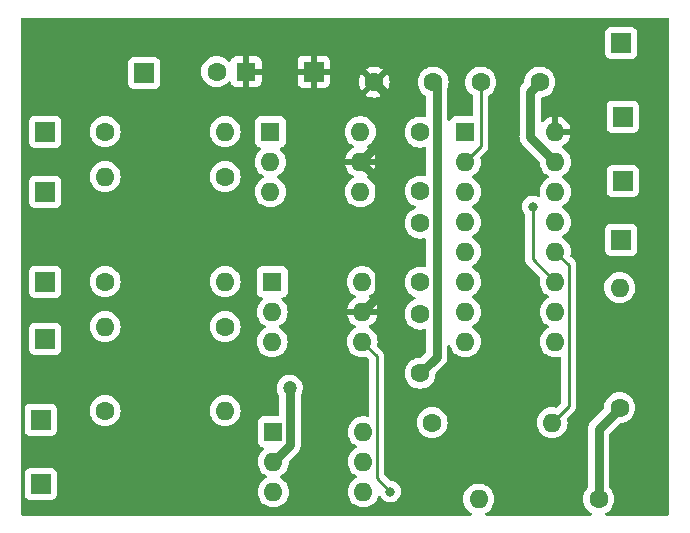
<source format=gbr>
%TF.GenerationSoftware,KiCad,Pcbnew,(6.0.9-0)*%
%TF.CreationDate,2023-02-11T15:38:08+01:00*%
%TF.ProjectId,CurrentLoopConverter,43757272-656e-4744-9c6f-6f70436f6e76,rev?*%
%TF.SameCoordinates,Original*%
%TF.FileFunction,Copper,L2,Bot*%
%TF.FilePolarity,Positive*%
%FSLAX46Y46*%
G04 Gerber Fmt 4.6, Leading zero omitted, Abs format (unit mm)*
G04 Created by KiCad (PCBNEW (6.0.9-0)) date 2023-02-11 15:38:08*
%MOMM*%
%LPD*%
G01*
G04 APERTURE LIST*
%TA.AperFunction,ComponentPad*%
%ADD10R,1.700000X1.700000*%
%TD*%
%TA.AperFunction,ComponentPad*%
%ADD11C,1.600000*%
%TD*%
%TA.AperFunction,ComponentPad*%
%ADD12O,1.600000X1.600000*%
%TD*%
%TA.AperFunction,ComponentPad*%
%ADD13R,1.600000X1.600000*%
%TD*%
%TA.AperFunction,ViaPad*%
%ADD14C,0.800000*%
%TD*%
%TA.AperFunction,ViaPad*%
%ADD15C,1.200000*%
%TD*%
%TA.AperFunction,Conductor*%
%ADD16C,0.250000*%
%TD*%
%TA.AperFunction,Conductor*%
%ADD17C,0.800000*%
%TD*%
G04 APERTURE END LIST*
D10*
%TO.P,J12,1,Pin_1*%
%TO.N,GND*%
X130048000Y-86487000D03*
%TD*%
%TO.P,J11,1,Pin_1*%
%TO.N,GND*%
X89662000Y-89027000D03*
%TD*%
%TO.P,J7,1,Pin_1*%
%TO.N,+5V*%
X104013000Y-88900000D03*
%TD*%
D11*
%TO.P,R8,1*%
%TO.N,Net-(R8-Pad1)*%
X114046000Y-118618000D03*
D12*
%TO.P,R8,2*%
%TO.N,Net-(R8-Pad2)*%
X124206000Y-118618000D03*
%TD*%
D13*
%TO.P,U4,1,C1+*%
%TO.N,Net-(C3-Pad1)*%
X116850000Y-93995000D03*
D12*
%TO.P,U4,2,VS+*%
%TO.N,Net-(C4-Pad1)*%
X116850000Y-96535000D03*
%TO.P,U4,3,C1-*%
%TO.N,Net-(C3-Pad2)*%
X116850000Y-99075000D03*
%TO.P,U4,4,C2+*%
%TO.N,Net-(C5-Pad1)*%
X116850000Y-101615000D03*
%TO.P,U4,5,C2-*%
%TO.N,Net-(C5-Pad2)*%
X116850000Y-104155000D03*
%TO.P,U4,6,VS-*%
%TO.N,Net-(C6-Pad1)*%
X116850000Y-106695000D03*
%TO.P,U4,7,T2OUT*%
%TO.N,Net-(J9-Pad1)*%
X116850000Y-109235000D03*
%TO.P,U4,8,R2IN*%
%TO.N,unconnected-(U4-Pad8)*%
X116850000Y-111775000D03*
%TO.P,U4,9,R2OUT*%
%TO.N,unconnected-(U4-Pad9)*%
X124470000Y-111775000D03*
%TO.P,U4,10,T2IN*%
%TO.N,Net-(R7-Pad2)*%
X124470000Y-109235000D03*
%TO.P,U4,11,T1IN*%
%TO.N,Net-(R6-Pad2)*%
X124470000Y-106695000D03*
%TO.P,U4,12,R1OUT*%
%TO.N,Net-(R8-Pad2)*%
X124470000Y-104155000D03*
%TO.P,U4,13,R1IN*%
%TO.N,Net-(J10-Pad1)*%
X124470000Y-101615000D03*
%TO.P,U4,14,T1OUT*%
%TO.N,Net-(J8-Pad1)*%
X124470000Y-99075000D03*
%TO.P,U4,15,GND*%
%TO.N,GND*%
X124470000Y-96535000D03*
%TO.P,U4,16,VCC*%
%TO.N,+5V*%
X124470000Y-93995000D03*
%TD*%
D13*
%TO.P,U3,1*%
%TO.N,Net-(R8-Pad1)*%
X100594000Y-119395000D03*
D12*
%TO.P,U3,2*%
%TO.N,GND*%
X100594000Y-121935000D03*
%TO.P,U3,3,NC*%
%TO.N,unconnected-(U3-Pad3)*%
X100594000Y-124475000D03*
%TO.P,U3,4*%
%TO.N,Net-(J6-Pad1)*%
X108214000Y-124475000D03*
%TO.P,U3,5*%
%TO.N,Net-(R3-Pad2)*%
X108214000Y-121935000D03*
%TO.P,U3,6*%
%TO.N,unconnected-(U3-Pad6)*%
X108214000Y-119395000D03*
%TD*%
D13*
%TO.P,U2,1*%
%TO.N,Net-(R5-Pad2)*%
X100500000Y-106695000D03*
D12*
%TO.P,U2,2*%
%TO.N,Net-(J4-Pad1)*%
X100500000Y-109235000D03*
%TO.P,U2,3,NC*%
%TO.N,unconnected-(U2-Pad3)*%
X100500000Y-111775000D03*
%TO.P,U2,4*%
%TO.N,Net-(R7-Pad2)*%
X108120000Y-111775000D03*
%TO.P,U2,5*%
%TO.N,+5V*%
X108120000Y-109235000D03*
%TO.P,U2,6*%
%TO.N,unconnected-(U2-Pad6)*%
X108120000Y-106695000D03*
%TD*%
%TO.P,U1,6*%
%TO.N,unconnected-(U1-Pad6)*%
X107960000Y-93995000D03*
%TO.P,U1,5*%
%TO.N,+5V*%
X107960000Y-96535000D03*
%TO.P,U1,4*%
%TO.N,Net-(R6-Pad2)*%
X107960000Y-99075000D03*
%TO.P,U1,3,NC*%
%TO.N,unconnected-(U1-Pad3)*%
X100340000Y-99075000D03*
%TO.P,U1,2*%
%TO.N,Net-(J2-Pad1)*%
X100340000Y-96535000D03*
D13*
%TO.P,U1,1*%
%TO.N,Net-(R4-Pad2)*%
X100340000Y-93995000D03*
%TD*%
D11*
%TO.P,R7,1*%
%TO.N,GND*%
X128143000Y-125095000D03*
D12*
%TO.P,R7,2*%
%TO.N,Net-(R7-Pad2)*%
X117983000Y-125095000D03*
%TD*%
D11*
%TO.P,R6,1*%
%TO.N,GND*%
X129921000Y-117348000D03*
D12*
%TO.P,R6,2*%
%TO.N,Net-(R6-Pad2)*%
X129921000Y-107188000D03*
%TD*%
D11*
%TO.P,R5,1*%
%TO.N,Net-(J3-Pad1)*%
X86360000Y-106680000D03*
D12*
%TO.P,R5,2*%
%TO.N,Net-(R5-Pad2)*%
X96520000Y-106680000D03*
%TD*%
D11*
%TO.P,R4,1*%
%TO.N,Net-(J1-Pad1)*%
X86360000Y-93980000D03*
D12*
%TO.P,R4,2*%
%TO.N,Net-(R4-Pad2)*%
X96520000Y-93980000D03*
%TD*%
D11*
%TO.P,R3,1*%
%TO.N,Net-(J5-Pad1)*%
X86360000Y-117602000D03*
D12*
%TO.P,R3,2*%
%TO.N,Net-(R3-Pad2)*%
X96520000Y-117602000D03*
%TD*%
D11*
%TO.P,R2,1*%
%TO.N,Net-(J4-Pad1)*%
X96520000Y-110490000D03*
D12*
%TO.P,R2,2*%
%TO.N,Net-(J3-Pad1)*%
X86360000Y-110490000D03*
%TD*%
D11*
%TO.P,R1,1*%
%TO.N,Net-(J2-Pad1)*%
X96520000Y-97790000D03*
D12*
%TO.P,R1,2*%
%TO.N,Net-(J1-Pad1)*%
X86360000Y-97790000D03*
%TD*%
D10*
%TO.P,J10,1,Pin_1*%
%TO.N,Net-(J10-Pad1)*%
X130175000Y-98171000D03*
%TD*%
%TO.P,J9,1,Pin_1*%
%TO.N,Net-(J9-Pad1)*%
X130048000Y-103124000D03*
%TD*%
%TO.P,J8,1,Pin_1*%
%TO.N,Net-(J8-Pad1)*%
X130175000Y-92710000D03*
%TD*%
%TO.P,J6,1,Pin_1*%
%TO.N,Net-(J6-Pad1)*%
X80899000Y-123825000D03*
%TD*%
%TO.P,J5,1,Pin_1*%
%TO.N,Net-(J5-Pad1)*%
X80899000Y-118364000D03*
%TD*%
%TO.P,J4,1,Pin_1*%
%TO.N,Net-(J4-Pad1)*%
X81280000Y-111506000D03*
%TD*%
%TO.P,J3,1,Pin_1*%
%TO.N,Net-(J3-Pad1)*%
X81280000Y-106680000D03*
%TD*%
%TO.P,J2,1,Pin_1*%
%TO.N,Net-(J2-Pad1)*%
X81280000Y-99060000D03*
%TD*%
%TO.P,J1,1,Pin_1*%
%TO.N,Net-(J1-Pad1)*%
X81280000Y-93980000D03*
%TD*%
D11*
%TO.P,C6,1*%
%TO.N,Net-(C6-Pad1)*%
X113030000Y-109427000D03*
%TO.P,C6,2*%
%TO.N,GND*%
X113030000Y-114427000D03*
%TD*%
%TO.P,C5,1*%
%TO.N,Net-(C5-Pad1)*%
X113030000Y-101727000D03*
%TO.P,C5,2*%
%TO.N,Net-(C5-Pad2)*%
X113030000Y-106727000D03*
%TD*%
%TO.P,C4,1*%
%TO.N,Net-(C4-Pad1)*%
X118150000Y-89789000D03*
%TO.P,C4,2*%
%TO.N,GND*%
X123150000Y-89789000D03*
%TD*%
%TO.P,C3,1*%
%TO.N,Net-(C3-Pad1)*%
X113030000Y-94020000D03*
%TO.P,C3,2*%
%TO.N,Net-(C3-Pad2)*%
X113030000Y-99020000D03*
%TD*%
D13*
%TO.P,C2,1*%
%TO.N,+5V*%
X98298000Y-88900000D03*
D11*
%TO.P,C2,2*%
%TO.N,GND*%
X95798000Y-88900000D03*
%TD*%
%TO.P,C1,1*%
%TO.N,+5V*%
X109133000Y-89789000D03*
%TO.P,C1,2*%
%TO.N,GND*%
X114133000Y-89789000D03*
%TD*%
D14*
%TO.N,Net-(R7-Pad2)*%
X110490000Y-124460000D03*
%TO.N,Net-(R6-Pad2)*%
X122555000Y-100330000D03*
D15*
%TO.N,GND*%
X101981000Y-115697000D03*
%TD*%
D16*
%TO.N,Net-(R8-Pad2)*%
X124206000Y-118618000D02*
X125595000Y-117229000D01*
X125595000Y-117229000D02*
X125595000Y-105280000D01*
X125595000Y-105280000D02*
X124470000Y-104155000D01*
%TO.N,Net-(C4-Pad1)*%
X116850000Y-96535000D02*
X118150000Y-95235000D01*
X118150000Y-95235000D02*
X118150000Y-89789000D01*
%TO.N,Net-(R7-Pad2)*%
X109339000Y-123309000D02*
X110490000Y-124460000D01*
X109339000Y-112994000D02*
X109339000Y-123309000D01*
X108120000Y-111775000D02*
X109339000Y-112994000D01*
%TO.N,Net-(R6-Pad2)*%
X122555000Y-104780000D02*
X124470000Y-106695000D01*
X122555000Y-100330000D02*
X122555000Y-104780000D01*
D17*
%TO.N,+5V*%
X107960000Y-96535000D02*
X109520000Y-98095000D01*
X109520000Y-98095000D02*
X109520000Y-107835000D01*
X109520000Y-107835000D02*
X108120000Y-109235000D01*
X109133000Y-89789000D02*
X109932999Y-90588999D01*
X109932999Y-90588999D02*
X109932999Y-94562001D01*
X109932999Y-94562001D02*
X107960000Y-96535000D01*
%TO.N,GND*%
X128143000Y-125095000D02*
X128143000Y-119126000D01*
X128143000Y-119126000D02*
X129921000Y-117348000D01*
X101994000Y-115710000D02*
X101981000Y-115697000D01*
X101994000Y-120535000D02*
X101994000Y-115710000D01*
X100594000Y-121935000D02*
X101994000Y-120535000D01*
X113030000Y-114427000D02*
X114430000Y-113027000D01*
X114430000Y-113027000D02*
X114430000Y-90086000D01*
X114430000Y-90086000D02*
X114133000Y-89789000D01*
X123150000Y-89789000D02*
X122350001Y-90588999D01*
X122350001Y-94415001D02*
X124470000Y-96535000D01*
X122350001Y-90588999D02*
X122350001Y-94415001D01*
%TD*%
%TA.AperFunction,Conductor*%
%TO.N,+5V*%
G36*
X134053621Y-84348502D02*
G01*
X134100114Y-84402158D01*
X134111500Y-84454500D01*
X134111500Y-126365500D01*
X134091498Y-126433621D01*
X134037842Y-126480114D01*
X133985500Y-126491500D01*
X128812721Y-126491500D01*
X128744600Y-126471498D01*
X128698107Y-126417842D01*
X128688003Y-126347568D01*
X128717497Y-126282988D01*
X128759471Y-126251305D01*
X128794762Y-126234849D01*
X128794767Y-126234846D01*
X128799749Y-126232523D01*
X128904611Y-126159098D01*
X128982789Y-126104357D01*
X128982792Y-126104355D01*
X128987300Y-126101198D01*
X129149198Y-125939300D01*
X129280523Y-125751749D01*
X129282846Y-125746767D01*
X129282849Y-125746762D01*
X129374961Y-125549225D01*
X129374961Y-125549224D01*
X129377284Y-125544243D01*
X129436543Y-125323087D01*
X129456498Y-125095000D01*
X129436543Y-124866913D01*
X129435119Y-124861598D01*
X129378707Y-124651067D01*
X129378706Y-124651065D01*
X129377284Y-124645757D01*
X129374961Y-124640775D01*
X129282849Y-124443238D01*
X129282846Y-124443233D01*
X129280523Y-124438251D01*
X129167358Y-124276635D01*
X129152357Y-124255211D01*
X129152355Y-124255208D01*
X129149198Y-124250700D01*
X129088405Y-124189907D01*
X129054379Y-124127595D01*
X129051500Y-124100812D01*
X129051500Y-119554503D01*
X129071502Y-119486382D01*
X129088405Y-119465408D01*
X129857136Y-118696677D01*
X129919448Y-118662651D01*
X129935246Y-118660252D01*
X130013904Y-118653370D01*
X130143606Y-118642023D01*
X130143611Y-118642022D01*
X130149087Y-118641543D01*
X130154400Y-118640119D01*
X130154402Y-118640119D01*
X130364933Y-118583707D01*
X130364935Y-118583706D01*
X130370243Y-118582284D01*
X130464716Y-118538231D01*
X130572762Y-118487849D01*
X130572767Y-118487846D01*
X130577749Y-118485523D01*
X130706468Y-118395393D01*
X130760789Y-118357357D01*
X130760792Y-118357355D01*
X130765300Y-118354198D01*
X130927198Y-118192300D01*
X130947172Y-118163775D01*
X130990807Y-118101457D01*
X131058523Y-118004749D01*
X131060846Y-117999767D01*
X131060849Y-117999762D01*
X131152961Y-117802225D01*
X131152961Y-117802224D01*
X131155284Y-117797243D01*
X131161593Y-117773700D01*
X131213119Y-117581402D01*
X131213119Y-117581400D01*
X131214543Y-117576087D01*
X131234498Y-117348000D01*
X131214543Y-117119913D01*
X131213119Y-117114598D01*
X131156707Y-116904067D01*
X131156706Y-116904065D01*
X131155284Y-116898757D01*
X131091612Y-116762211D01*
X131060849Y-116696238D01*
X131060846Y-116696233D01*
X131058523Y-116691251D01*
X130927198Y-116503700D01*
X130765300Y-116341802D01*
X130760792Y-116338645D01*
X130760789Y-116338643D01*
X130631877Y-116248378D01*
X130577749Y-116210477D01*
X130572767Y-116208154D01*
X130572762Y-116208151D01*
X130375225Y-116116039D01*
X130375224Y-116116039D01*
X130370243Y-116113716D01*
X130364935Y-116112294D01*
X130364933Y-116112293D01*
X130154402Y-116055881D01*
X130154400Y-116055881D01*
X130149087Y-116054457D01*
X129921000Y-116034502D01*
X129692913Y-116054457D01*
X129687600Y-116055881D01*
X129687598Y-116055881D01*
X129477067Y-116112293D01*
X129477065Y-116112294D01*
X129471757Y-116113716D01*
X129466776Y-116116039D01*
X129466775Y-116116039D01*
X129269238Y-116208151D01*
X129269233Y-116208154D01*
X129264251Y-116210477D01*
X129210123Y-116248378D01*
X129081211Y-116338643D01*
X129081208Y-116338645D01*
X129076700Y-116341802D01*
X128914802Y-116503700D01*
X128783477Y-116691251D01*
X128781154Y-116696233D01*
X128781151Y-116696238D01*
X128750388Y-116762211D01*
X128686716Y-116898757D01*
X128685294Y-116904065D01*
X128685293Y-116904067D01*
X128628881Y-117114598D01*
X128627457Y-117119913D01*
X128626978Y-117125389D01*
X128626977Y-117125394D01*
X128624132Y-117157919D01*
X128610240Y-117316711D01*
X128608749Y-117333750D01*
X128582886Y-117399869D01*
X128572323Y-117411864D01*
X127558168Y-118426019D01*
X127543135Y-118438860D01*
X127539104Y-118441789D01*
X127531747Y-118447134D01*
X127527327Y-118452043D01*
X127485984Y-118497959D01*
X127481443Y-118502744D01*
X127466928Y-118517259D01*
X127464852Y-118519823D01*
X127454006Y-118533216D01*
X127449722Y-118538231D01*
X127408381Y-118584145D01*
X127408377Y-118584150D01*
X127403960Y-118589056D01*
X127400660Y-118594772D01*
X127400657Y-118594776D01*
X127396927Y-118601237D01*
X127385727Y-118617533D01*
X127376871Y-118628470D01*
X127359455Y-118662651D01*
X127345815Y-118689421D01*
X127342667Y-118695218D01*
X127317088Y-118739523D01*
X127308473Y-118754444D01*
X127306432Y-118760726D01*
X127306431Y-118760728D01*
X127304125Y-118767826D01*
X127296560Y-118786092D01*
X127290171Y-118798630D01*
X127288463Y-118805003D01*
X127288463Y-118805004D01*
X127272469Y-118864695D01*
X127270600Y-118871003D01*
X127249458Y-118936072D01*
X127248768Y-118942637D01*
X127248766Y-118942646D01*
X127247985Y-118950075D01*
X127244383Y-118969509D01*
X127242453Y-118976714D01*
X127240743Y-118983097D01*
X127240398Y-118989688D01*
X127240397Y-118989692D01*
X127237164Y-119051384D01*
X127236647Y-119057958D01*
X127235148Y-119072225D01*
X127234500Y-119078390D01*
X127234500Y-119098926D01*
X127234327Y-119105520D01*
X127230748Y-119173810D01*
X127231780Y-119180325D01*
X127232949Y-119187705D01*
X127234500Y-119207417D01*
X127234500Y-124100812D01*
X127214498Y-124168933D01*
X127197595Y-124189907D01*
X127136802Y-124250700D01*
X127133645Y-124255208D01*
X127133643Y-124255211D01*
X127118642Y-124276635D01*
X127005477Y-124438251D01*
X127003154Y-124443233D01*
X127003151Y-124443238D01*
X126911039Y-124640775D01*
X126908716Y-124645757D01*
X126907294Y-124651065D01*
X126907293Y-124651067D01*
X126850881Y-124861598D01*
X126849457Y-124866913D01*
X126829502Y-125095000D01*
X126849457Y-125323087D01*
X126908716Y-125544243D01*
X126911039Y-125549224D01*
X126911039Y-125549225D01*
X127003151Y-125746762D01*
X127003154Y-125746767D01*
X127005477Y-125751749D01*
X127136802Y-125939300D01*
X127298700Y-126101198D01*
X127303208Y-126104355D01*
X127303211Y-126104357D01*
X127381389Y-126159098D01*
X127486251Y-126232523D01*
X127491233Y-126234846D01*
X127491238Y-126234849D01*
X127526529Y-126251305D01*
X127579814Y-126298222D01*
X127599275Y-126366500D01*
X127578733Y-126434460D01*
X127524710Y-126480525D01*
X127473279Y-126491500D01*
X118652721Y-126491500D01*
X118584600Y-126471498D01*
X118538107Y-126417842D01*
X118528003Y-126347568D01*
X118557497Y-126282988D01*
X118599471Y-126251305D01*
X118634762Y-126234849D01*
X118634767Y-126234846D01*
X118639749Y-126232523D01*
X118744611Y-126159098D01*
X118822789Y-126104357D01*
X118822792Y-126104355D01*
X118827300Y-126101198D01*
X118989198Y-125939300D01*
X119120523Y-125751749D01*
X119122846Y-125746767D01*
X119122849Y-125746762D01*
X119214961Y-125549225D01*
X119214961Y-125549224D01*
X119217284Y-125544243D01*
X119276543Y-125323087D01*
X119296498Y-125095000D01*
X119276543Y-124866913D01*
X119275119Y-124861598D01*
X119218707Y-124651067D01*
X119218706Y-124651065D01*
X119217284Y-124645757D01*
X119214961Y-124640775D01*
X119122849Y-124443238D01*
X119122846Y-124443233D01*
X119120523Y-124438251D01*
X119007358Y-124276635D01*
X118992357Y-124255211D01*
X118992355Y-124255208D01*
X118989198Y-124250700D01*
X118827300Y-124088802D01*
X118822792Y-124085645D01*
X118822789Y-124085643D01*
X118730148Y-124020775D01*
X118639749Y-123957477D01*
X118634767Y-123955154D01*
X118634762Y-123955151D01*
X118437225Y-123863039D01*
X118437224Y-123863039D01*
X118432243Y-123860716D01*
X118426935Y-123859294D01*
X118426933Y-123859293D01*
X118216402Y-123802881D01*
X118216400Y-123802881D01*
X118211087Y-123801457D01*
X117983000Y-123781502D01*
X117754913Y-123801457D01*
X117749600Y-123802881D01*
X117749598Y-123802881D01*
X117539067Y-123859293D01*
X117539065Y-123859294D01*
X117533757Y-123860716D01*
X117528776Y-123863039D01*
X117528775Y-123863039D01*
X117331238Y-123955151D01*
X117331233Y-123955154D01*
X117326251Y-123957477D01*
X117235852Y-124020775D01*
X117143211Y-124085643D01*
X117143208Y-124085645D01*
X117138700Y-124088802D01*
X116976802Y-124250700D01*
X116973645Y-124255208D01*
X116973643Y-124255211D01*
X116958642Y-124276635D01*
X116845477Y-124438251D01*
X116843154Y-124443233D01*
X116843151Y-124443238D01*
X116751039Y-124640775D01*
X116748716Y-124645757D01*
X116747294Y-124651065D01*
X116747293Y-124651067D01*
X116690881Y-124861598D01*
X116689457Y-124866913D01*
X116669502Y-125095000D01*
X116689457Y-125323087D01*
X116748716Y-125544243D01*
X116751039Y-125549224D01*
X116751039Y-125549225D01*
X116843151Y-125746762D01*
X116843154Y-125746767D01*
X116845477Y-125751749D01*
X116976802Y-125939300D01*
X117138700Y-126101198D01*
X117143208Y-126104355D01*
X117143211Y-126104357D01*
X117221389Y-126159098D01*
X117326251Y-126232523D01*
X117331233Y-126234846D01*
X117331238Y-126234849D01*
X117366529Y-126251305D01*
X117419814Y-126298222D01*
X117439275Y-126366500D01*
X117418733Y-126434460D01*
X117364710Y-126480525D01*
X117313279Y-126491500D01*
X79374500Y-126491500D01*
X79306379Y-126471498D01*
X79259886Y-126417842D01*
X79248500Y-126365500D01*
X79248500Y-124723134D01*
X79540500Y-124723134D01*
X79547255Y-124785316D01*
X79598385Y-124921705D01*
X79685739Y-125038261D01*
X79802295Y-125125615D01*
X79938684Y-125176745D01*
X80000866Y-125183500D01*
X81797134Y-125183500D01*
X81859316Y-125176745D01*
X81995705Y-125125615D01*
X82112261Y-125038261D01*
X82199615Y-124921705D01*
X82250745Y-124785316D01*
X82257500Y-124723134D01*
X82257500Y-124475000D01*
X99280502Y-124475000D01*
X99300457Y-124703087D01*
X99301881Y-124708400D01*
X99301881Y-124708402D01*
X99347665Y-124879267D01*
X99359716Y-124924243D01*
X99362039Y-124929224D01*
X99362039Y-124929225D01*
X99454151Y-125126762D01*
X99454154Y-125126767D01*
X99456477Y-125131749D01*
X99587802Y-125319300D01*
X99749700Y-125481198D01*
X99754208Y-125484355D01*
X99754211Y-125484357D01*
X99832154Y-125538933D01*
X99937251Y-125612523D01*
X99942233Y-125614846D01*
X99942238Y-125614849D01*
X100139775Y-125706961D01*
X100144757Y-125709284D01*
X100150065Y-125710706D01*
X100150067Y-125710707D01*
X100360598Y-125767119D01*
X100360600Y-125767119D01*
X100365913Y-125768543D01*
X100594000Y-125788498D01*
X100822087Y-125768543D01*
X100827400Y-125767119D01*
X100827402Y-125767119D01*
X101037933Y-125710707D01*
X101037935Y-125710706D01*
X101043243Y-125709284D01*
X101048225Y-125706961D01*
X101245762Y-125614849D01*
X101245767Y-125614846D01*
X101250749Y-125612523D01*
X101355846Y-125538933D01*
X101433789Y-125484357D01*
X101433792Y-125484355D01*
X101438300Y-125481198D01*
X101600198Y-125319300D01*
X101731523Y-125131749D01*
X101733846Y-125126767D01*
X101733849Y-125126762D01*
X101825961Y-124929225D01*
X101825961Y-124929224D01*
X101828284Y-124924243D01*
X101840336Y-124879267D01*
X101886119Y-124708402D01*
X101886119Y-124708400D01*
X101887543Y-124703087D01*
X101907498Y-124475000D01*
X101887543Y-124246913D01*
X101866648Y-124168933D01*
X101829707Y-124031067D01*
X101829706Y-124031065D01*
X101828284Y-124025757D01*
X101795360Y-123955151D01*
X101733849Y-123823238D01*
X101733846Y-123823233D01*
X101731523Y-123818251D01*
X101629651Y-123672763D01*
X101603357Y-123635211D01*
X101603355Y-123635208D01*
X101600198Y-123630700D01*
X101438300Y-123468802D01*
X101433792Y-123465645D01*
X101433789Y-123465643D01*
X101355611Y-123410902D01*
X101250749Y-123337477D01*
X101245767Y-123335154D01*
X101245762Y-123335151D01*
X101211543Y-123319195D01*
X101158258Y-123272278D01*
X101138797Y-123204001D01*
X101159339Y-123136041D01*
X101211543Y-123090805D01*
X101245762Y-123074849D01*
X101245767Y-123074846D01*
X101250749Y-123072523D01*
X101362314Y-122994404D01*
X101433789Y-122944357D01*
X101433792Y-122944355D01*
X101438300Y-122941198D01*
X101600198Y-122779300D01*
X101731523Y-122591749D01*
X101733846Y-122586767D01*
X101733849Y-122586762D01*
X101825961Y-122389225D01*
X101825961Y-122389224D01*
X101828284Y-122384243D01*
X101887543Y-122163087D01*
X101888022Y-122157611D01*
X101888023Y-122157606D01*
X101906251Y-121949250D01*
X101932114Y-121883131D01*
X101942677Y-121871136D01*
X102578832Y-121234981D01*
X102593865Y-121222140D01*
X102599913Y-121217746D01*
X102599914Y-121217745D01*
X102605253Y-121213866D01*
X102651016Y-121163041D01*
X102655557Y-121158256D01*
X102670072Y-121143741D01*
X102682994Y-121127784D01*
X102687278Y-121122769D01*
X102728619Y-121076855D01*
X102728623Y-121076850D01*
X102733040Y-121071944D01*
X102736340Y-121066228D01*
X102736343Y-121066224D01*
X102740073Y-121059763D01*
X102751273Y-121043466D01*
X102755975Y-121037660D01*
X102755976Y-121037658D01*
X102760129Y-121032530D01*
X102791186Y-120971577D01*
X102794333Y-120965782D01*
X102825223Y-120912279D01*
X102825224Y-120912278D01*
X102828527Y-120906556D01*
X102832875Y-120893173D01*
X102840441Y-120874907D01*
X102846829Y-120862370D01*
X102864533Y-120796299D01*
X102866400Y-120789997D01*
X102887542Y-120724928D01*
X102888232Y-120718363D01*
X102888234Y-120718354D01*
X102889015Y-120710925D01*
X102892617Y-120691491D01*
X102894547Y-120684286D01*
X102894547Y-120684284D01*
X102896257Y-120677903D01*
X102896934Y-120665000D01*
X102899836Y-120609616D01*
X102900353Y-120603042D01*
X102902156Y-120585884D01*
X102902156Y-120585882D01*
X102902500Y-120582610D01*
X102902500Y-120562074D01*
X102902673Y-120555480D01*
X102905907Y-120493782D01*
X102905907Y-120493777D01*
X102906252Y-120487190D01*
X102904051Y-120473292D01*
X102902500Y-120453583D01*
X102902500Y-116353211D01*
X102918565Y-116291646D01*
X102998004Y-116149799D01*
X102999860Y-116144332D01*
X102999862Y-116144327D01*
X103061634Y-115962352D01*
X103061635Y-115962347D01*
X103063490Y-115956883D01*
X103092723Y-115755263D01*
X103094249Y-115697000D01*
X103075608Y-115494126D01*
X103020307Y-115298047D01*
X103009680Y-115276496D01*
X102932756Y-115120510D01*
X102930201Y-115115329D01*
X102911796Y-115090681D01*
X102811758Y-114956715D01*
X102811758Y-114956714D01*
X102808305Y-114952091D01*
X102658703Y-114813800D01*
X102612675Y-114784759D01*
X102491288Y-114708169D01*
X102491283Y-114708167D01*
X102486404Y-114705088D01*
X102297180Y-114629595D01*
X102097366Y-114589849D01*
X102091592Y-114589773D01*
X102091588Y-114589773D01*
X101988452Y-114588424D01*
X101893655Y-114587183D01*
X101887958Y-114588162D01*
X101887957Y-114588162D01*
X101698567Y-114620705D01*
X101692870Y-114621684D01*
X101501734Y-114692198D01*
X101326649Y-114796363D01*
X101173478Y-114930690D01*
X101169911Y-114935215D01*
X101169906Y-114935220D01*
X101083331Y-115045040D01*
X101047351Y-115090681D01*
X100952492Y-115270978D01*
X100892078Y-115465543D01*
X100868132Y-115667859D01*
X100881457Y-115871151D01*
X100931605Y-116068610D01*
X100953470Y-116116039D01*
X101014479Y-116248378D01*
X101014482Y-116248383D01*
X101016898Y-116253624D01*
X101020229Y-116258337D01*
X101020230Y-116258339D01*
X101062397Y-116318003D01*
X101085500Y-116390724D01*
X101085500Y-117960500D01*
X101065498Y-118028621D01*
X101011842Y-118075114D01*
X100959500Y-118086500D01*
X99745866Y-118086500D01*
X99683684Y-118093255D01*
X99547295Y-118144385D01*
X99430739Y-118231739D01*
X99343385Y-118348295D01*
X99292255Y-118484684D01*
X99285500Y-118546866D01*
X99285500Y-120243134D01*
X99292255Y-120305316D01*
X99343385Y-120441705D01*
X99430739Y-120558261D01*
X99547295Y-120645615D01*
X99683684Y-120696745D01*
X99694474Y-120697917D01*
X99696606Y-120698803D01*
X99699222Y-120699425D01*
X99699121Y-120699848D01*
X99760035Y-120725155D01*
X99800463Y-120783517D01*
X99802922Y-120854471D01*
X99766629Y-120915490D01*
X99757969Y-120922489D01*
X99754207Y-120925646D01*
X99749700Y-120928802D01*
X99587802Y-121090700D01*
X99584645Y-121095208D01*
X99584643Y-121095211D01*
X99550662Y-121143741D01*
X99456477Y-121278251D01*
X99454154Y-121283233D01*
X99454151Y-121283238D01*
X99362039Y-121480775D01*
X99359716Y-121485757D01*
X99300457Y-121706913D01*
X99280502Y-121935000D01*
X99300457Y-122163087D01*
X99359716Y-122384243D01*
X99362039Y-122389224D01*
X99362039Y-122389225D01*
X99454151Y-122586762D01*
X99454154Y-122586767D01*
X99456477Y-122591749D01*
X99587802Y-122779300D01*
X99749700Y-122941198D01*
X99754208Y-122944355D01*
X99754211Y-122944357D01*
X99825686Y-122994404D01*
X99937251Y-123072523D01*
X99942233Y-123074846D01*
X99942238Y-123074849D01*
X99976457Y-123090805D01*
X100029742Y-123137722D01*
X100049203Y-123205999D01*
X100028661Y-123273959D01*
X99976457Y-123319195D01*
X99942238Y-123335151D01*
X99942233Y-123335154D01*
X99937251Y-123337477D01*
X99832389Y-123410902D01*
X99754211Y-123465643D01*
X99754208Y-123465645D01*
X99749700Y-123468802D01*
X99587802Y-123630700D01*
X99584645Y-123635208D01*
X99584643Y-123635211D01*
X99558349Y-123672763D01*
X99456477Y-123818251D01*
X99454154Y-123823233D01*
X99454151Y-123823238D01*
X99392640Y-123955151D01*
X99359716Y-124025757D01*
X99358294Y-124031065D01*
X99358293Y-124031067D01*
X99321352Y-124168933D01*
X99300457Y-124246913D01*
X99280502Y-124475000D01*
X82257500Y-124475000D01*
X82257500Y-122926866D01*
X82250745Y-122864684D01*
X82199615Y-122728295D01*
X82112261Y-122611739D01*
X81995705Y-122524385D01*
X81859316Y-122473255D01*
X81797134Y-122466500D01*
X80000866Y-122466500D01*
X79938684Y-122473255D01*
X79802295Y-122524385D01*
X79685739Y-122611739D01*
X79598385Y-122728295D01*
X79547255Y-122864684D01*
X79540500Y-122926866D01*
X79540500Y-124723134D01*
X79248500Y-124723134D01*
X79248500Y-119262134D01*
X79540500Y-119262134D01*
X79547255Y-119324316D01*
X79598385Y-119460705D01*
X79685739Y-119577261D01*
X79802295Y-119664615D01*
X79938684Y-119715745D01*
X80000866Y-119722500D01*
X81797134Y-119722500D01*
X81859316Y-119715745D01*
X81995705Y-119664615D01*
X82112261Y-119577261D01*
X82199615Y-119460705D01*
X82250745Y-119324316D01*
X82257500Y-119262134D01*
X82257500Y-117602000D01*
X85046502Y-117602000D01*
X85066457Y-117830087D01*
X85067881Y-117835400D01*
X85067881Y-117835402D01*
X85111922Y-117999762D01*
X85125716Y-118051243D01*
X85128039Y-118056224D01*
X85128039Y-118056225D01*
X85220151Y-118253762D01*
X85220154Y-118253767D01*
X85222477Y-118258749D01*
X85353802Y-118446300D01*
X85515700Y-118608198D01*
X85520208Y-118611355D01*
X85520211Y-118611357D01*
X85544651Y-118628470D01*
X85703251Y-118739523D01*
X85708233Y-118741846D01*
X85708238Y-118741849D01*
X85830007Y-118798630D01*
X85910757Y-118836284D01*
X85916065Y-118837706D01*
X85916067Y-118837707D01*
X86126598Y-118894119D01*
X86126600Y-118894119D01*
X86131913Y-118895543D01*
X86360000Y-118915498D01*
X86588087Y-118895543D01*
X86593400Y-118894119D01*
X86593402Y-118894119D01*
X86803933Y-118837707D01*
X86803935Y-118837706D01*
X86809243Y-118836284D01*
X86889993Y-118798630D01*
X87011762Y-118741849D01*
X87011767Y-118741846D01*
X87016749Y-118739523D01*
X87175349Y-118628470D01*
X87199789Y-118611357D01*
X87199792Y-118611355D01*
X87204300Y-118608198D01*
X87366198Y-118446300D01*
X87497523Y-118258749D01*
X87499846Y-118253767D01*
X87499849Y-118253762D01*
X87591961Y-118056225D01*
X87591961Y-118056224D01*
X87594284Y-118051243D01*
X87608079Y-117999762D01*
X87652119Y-117835402D01*
X87652119Y-117835400D01*
X87653543Y-117830087D01*
X87673498Y-117602000D01*
X95206502Y-117602000D01*
X95226457Y-117830087D01*
X95227881Y-117835400D01*
X95227881Y-117835402D01*
X95271922Y-117999762D01*
X95285716Y-118051243D01*
X95288039Y-118056224D01*
X95288039Y-118056225D01*
X95380151Y-118253762D01*
X95380154Y-118253767D01*
X95382477Y-118258749D01*
X95513802Y-118446300D01*
X95675700Y-118608198D01*
X95680208Y-118611355D01*
X95680211Y-118611357D01*
X95704651Y-118628470D01*
X95863251Y-118739523D01*
X95868233Y-118741846D01*
X95868238Y-118741849D01*
X95990007Y-118798630D01*
X96070757Y-118836284D01*
X96076065Y-118837706D01*
X96076067Y-118837707D01*
X96286598Y-118894119D01*
X96286600Y-118894119D01*
X96291913Y-118895543D01*
X96520000Y-118915498D01*
X96748087Y-118895543D01*
X96753400Y-118894119D01*
X96753402Y-118894119D01*
X96963933Y-118837707D01*
X96963935Y-118837706D01*
X96969243Y-118836284D01*
X97049993Y-118798630D01*
X97171762Y-118741849D01*
X97171767Y-118741846D01*
X97176749Y-118739523D01*
X97335349Y-118628470D01*
X97359789Y-118611357D01*
X97359792Y-118611355D01*
X97364300Y-118608198D01*
X97526198Y-118446300D01*
X97657523Y-118258749D01*
X97659846Y-118253767D01*
X97659849Y-118253762D01*
X97751961Y-118056225D01*
X97751961Y-118056224D01*
X97754284Y-118051243D01*
X97768079Y-117999762D01*
X97812119Y-117835402D01*
X97812119Y-117835400D01*
X97813543Y-117830087D01*
X97833498Y-117602000D01*
X97813543Y-117373913D01*
X97812119Y-117368598D01*
X97755707Y-117158067D01*
X97755706Y-117158065D01*
X97754284Y-117152757D01*
X97715121Y-117068771D01*
X97659849Y-116950238D01*
X97659846Y-116950233D01*
X97657523Y-116945251D01*
X97526198Y-116757700D01*
X97364300Y-116595802D01*
X97359792Y-116592645D01*
X97359789Y-116592643D01*
X97232765Y-116503700D01*
X97176749Y-116464477D01*
X97171767Y-116462154D01*
X97171762Y-116462151D01*
X96974225Y-116370039D01*
X96974224Y-116370039D01*
X96969243Y-116367716D01*
X96963935Y-116366294D01*
X96963933Y-116366293D01*
X96753402Y-116309881D01*
X96753400Y-116309881D01*
X96748087Y-116308457D01*
X96520000Y-116288502D01*
X96291913Y-116308457D01*
X96286600Y-116309881D01*
X96286598Y-116309881D01*
X96076067Y-116366293D01*
X96076065Y-116366294D01*
X96070757Y-116367716D01*
X96065776Y-116370039D01*
X96065775Y-116370039D01*
X95868238Y-116462151D01*
X95868233Y-116462154D01*
X95863251Y-116464477D01*
X95807235Y-116503700D01*
X95680211Y-116592643D01*
X95680208Y-116592645D01*
X95675700Y-116595802D01*
X95513802Y-116757700D01*
X95382477Y-116945251D01*
X95380154Y-116950233D01*
X95380151Y-116950238D01*
X95324879Y-117068771D01*
X95285716Y-117152757D01*
X95284294Y-117158065D01*
X95284293Y-117158067D01*
X95227881Y-117368598D01*
X95226457Y-117373913D01*
X95206502Y-117602000D01*
X87673498Y-117602000D01*
X87653543Y-117373913D01*
X87652119Y-117368598D01*
X87595707Y-117158067D01*
X87595706Y-117158065D01*
X87594284Y-117152757D01*
X87555121Y-117068771D01*
X87499849Y-116950238D01*
X87499846Y-116950233D01*
X87497523Y-116945251D01*
X87366198Y-116757700D01*
X87204300Y-116595802D01*
X87199792Y-116592645D01*
X87199789Y-116592643D01*
X87072765Y-116503700D01*
X87016749Y-116464477D01*
X87011767Y-116462154D01*
X87011762Y-116462151D01*
X86814225Y-116370039D01*
X86814224Y-116370039D01*
X86809243Y-116367716D01*
X86803935Y-116366294D01*
X86803933Y-116366293D01*
X86593402Y-116309881D01*
X86593400Y-116309881D01*
X86588087Y-116308457D01*
X86360000Y-116288502D01*
X86131913Y-116308457D01*
X86126600Y-116309881D01*
X86126598Y-116309881D01*
X85916067Y-116366293D01*
X85916065Y-116366294D01*
X85910757Y-116367716D01*
X85905776Y-116370039D01*
X85905775Y-116370039D01*
X85708238Y-116462151D01*
X85708233Y-116462154D01*
X85703251Y-116464477D01*
X85647235Y-116503700D01*
X85520211Y-116592643D01*
X85520208Y-116592645D01*
X85515700Y-116595802D01*
X85353802Y-116757700D01*
X85222477Y-116945251D01*
X85220154Y-116950233D01*
X85220151Y-116950238D01*
X85164879Y-117068771D01*
X85125716Y-117152757D01*
X85124294Y-117158065D01*
X85124293Y-117158067D01*
X85067881Y-117368598D01*
X85066457Y-117373913D01*
X85046502Y-117602000D01*
X82257500Y-117602000D01*
X82257500Y-117465866D01*
X82250745Y-117403684D01*
X82199615Y-117267295D01*
X82112261Y-117150739D01*
X81995705Y-117063385D01*
X81859316Y-117012255D01*
X81797134Y-117005500D01*
X80000866Y-117005500D01*
X79938684Y-117012255D01*
X79802295Y-117063385D01*
X79685739Y-117150739D01*
X79598385Y-117267295D01*
X79547255Y-117403684D01*
X79540500Y-117465866D01*
X79540500Y-119262134D01*
X79248500Y-119262134D01*
X79248500Y-112404134D01*
X79921500Y-112404134D01*
X79928255Y-112466316D01*
X79979385Y-112602705D01*
X80066739Y-112719261D01*
X80183295Y-112806615D01*
X80319684Y-112857745D01*
X80381866Y-112864500D01*
X82178134Y-112864500D01*
X82240316Y-112857745D01*
X82376705Y-112806615D01*
X82493261Y-112719261D01*
X82580615Y-112602705D01*
X82631745Y-112466316D01*
X82638500Y-112404134D01*
X82638500Y-110607866D01*
X82631745Y-110545684D01*
X82610870Y-110490000D01*
X85046502Y-110490000D01*
X85066457Y-110718087D01*
X85125716Y-110939243D01*
X85128039Y-110944224D01*
X85128039Y-110944225D01*
X85220151Y-111141762D01*
X85220154Y-111141767D01*
X85222477Y-111146749D01*
X85225634Y-111151257D01*
X85344332Y-111320775D01*
X85353802Y-111334300D01*
X85515700Y-111496198D01*
X85520208Y-111499355D01*
X85520211Y-111499357D01*
X85580538Y-111541598D01*
X85703251Y-111627523D01*
X85708233Y-111629846D01*
X85708238Y-111629849D01*
X85905775Y-111721961D01*
X85910757Y-111724284D01*
X85916065Y-111725706D01*
X85916067Y-111725707D01*
X86126598Y-111782119D01*
X86126600Y-111782119D01*
X86131913Y-111783543D01*
X86360000Y-111803498D01*
X86588087Y-111783543D01*
X86593400Y-111782119D01*
X86593402Y-111782119D01*
X86803933Y-111725707D01*
X86803935Y-111725706D01*
X86809243Y-111724284D01*
X86814225Y-111721961D01*
X87011762Y-111629849D01*
X87011767Y-111629846D01*
X87016749Y-111627523D01*
X87139462Y-111541598D01*
X87199789Y-111499357D01*
X87199792Y-111499355D01*
X87204300Y-111496198D01*
X87366198Y-111334300D01*
X87375669Y-111320775D01*
X87494366Y-111151257D01*
X87497523Y-111146749D01*
X87499846Y-111141767D01*
X87499849Y-111141762D01*
X87591961Y-110944225D01*
X87591961Y-110944224D01*
X87594284Y-110939243D01*
X87653543Y-110718087D01*
X87673498Y-110490000D01*
X95206502Y-110490000D01*
X95226457Y-110718087D01*
X95285716Y-110939243D01*
X95288039Y-110944224D01*
X95288039Y-110944225D01*
X95380151Y-111141762D01*
X95380154Y-111141767D01*
X95382477Y-111146749D01*
X95385634Y-111151257D01*
X95504332Y-111320775D01*
X95513802Y-111334300D01*
X95675700Y-111496198D01*
X95680208Y-111499355D01*
X95680211Y-111499357D01*
X95740538Y-111541598D01*
X95863251Y-111627523D01*
X95868233Y-111629846D01*
X95868238Y-111629849D01*
X96065775Y-111721961D01*
X96070757Y-111724284D01*
X96076065Y-111725706D01*
X96076067Y-111725707D01*
X96286598Y-111782119D01*
X96286600Y-111782119D01*
X96291913Y-111783543D01*
X96520000Y-111803498D01*
X96748087Y-111783543D01*
X96753400Y-111782119D01*
X96753402Y-111782119D01*
X96779970Y-111775000D01*
X99186502Y-111775000D01*
X99206457Y-112003087D01*
X99207880Y-112008398D01*
X99207881Y-112008402D01*
X99223460Y-112066541D01*
X99265716Y-112224243D01*
X99268039Y-112229224D01*
X99268039Y-112229225D01*
X99360151Y-112426762D01*
X99360154Y-112426767D01*
X99362477Y-112431749D01*
X99386681Y-112466316D01*
X99487214Y-112609891D01*
X99493802Y-112619300D01*
X99655700Y-112781198D01*
X99660208Y-112784355D01*
X99660211Y-112784357D01*
X99722300Y-112827832D01*
X99843251Y-112912523D01*
X99848233Y-112914846D01*
X99848238Y-112914849D01*
X100008499Y-112989579D01*
X100050757Y-113009284D01*
X100056065Y-113010706D01*
X100056067Y-113010707D01*
X100266598Y-113067119D01*
X100266600Y-113067119D01*
X100271913Y-113068543D01*
X100500000Y-113088498D01*
X100728087Y-113068543D01*
X100733400Y-113067119D01*
X100733402Y-113067119D01*
X100943933Y-113010707D01*
X100943935Y-113010706D01*
X100949243Y-113009284D01*
X100991501Y-112989579D01*
X101151762Y-112914849D01*
X101151767Y-112914846D01*
X101156749Y-112912523D01*
X101277700Y-112827832D01*
X101339789Y-112784357D01*
X101339792Y-112784355D01*
X101344300Y-112781198D01*
X101506198Y-112619300D01*
X101512787Y-112609891D01*
X101613319Y-112466316D01*
X101637523Y-112431749D01*
X101639846Y-112426767D01*
X101639849Y-112426762D01*
X101731961Y-112229225D01*
X101731961Y-112229224D01*
X101734284Y-112224243D01*
X101776541Y-112066541D01*
X101792119Y-112008402D01*
X101792120Y-112008398D01*
X101793543Y-112003087D01*
X101813498Y-111775000D01*
X106806502Y-111775000D01*
X106826457Y-112003087D01*
X106827880Y-112008398D01*
X106827881Y-112008402D01*
X106843460Y-112066541D01*
X106885716Y-112224243D01*
X106888039Y-112229224D01*
X106888039Y-112229225D01*
X106980151Y-112426762D01*
X106980154Y-112426767D01*
X106982477Y-112431749D01*
X107006681Y-112466316D01*
X107107214Y-112609891D01*
X107113802Y-112619300D01*
X107275700Y-112781198D01*
X107280208Y-112784355D01*
X107280211Y-112784357D01*
X107342300Y-112827832D01*
X107463251Y-112912523D01*
X107468233Y-112914846D01*
X107468238Y-112914849D01*
X107628499Y-112989579D01*
X107670757Y-113009284D01*
X107676065Y-113010706D01*
X107676067Y-113010707D01*
X107886598Y-113067119D01*
X107886600Y-113067119D01*
X107891913Y-113068543D01*
X108120000Y-113088498D01*
X108348087Y-113068543D01*
X108353398Y-113067120D01*
X108353409Y-113067118D01*
X108411541Y-113051541D01*
X108482517Y-113053230D01*
X108533248Y-113084152D01*
X108668595Y-113219499D01*
X108702621Y-113281811D01*
X108705500Y-113308594D01*
X108705500Y-118007832D01*
X108685498Y-118075953D01*
X108631842Y-118122446D01*
X108561568Y-118132550D01*
X108546895Y-118129540D01*
X108442087Y-118101457D01*
X108214000Y-118081502D01*
X107985913Y-118101457D01*
X107980600Y-118102881D01*
X107980598Y-118102881D01*
X107770067Y-118159293D01*
X107770065Y-118159294D01*
X107764757Y-118160716D01*
X107759776Y-118163039D01*
X107759775Y-118163039D01*
X107562238Y-118255151D01*
X107562233Y-118255154D01*
X107557251Y-118257477D01*
X107458735Y-118326459D01*
X107374211Y-118385643D01*
X107374208Y-118385645D01*
X107369700Y-118388802D01*
X107207802Y-118550700D01*
X107204645Y-118555208D01*
X107204643Y-118555211D01*
X107161004Y-118617534D01*
X107076477Y-118738251D01*
X107074154Y-118743233D01*
X107074151Y-118743238D01*
X106994049Y-118915019D01*
X106979716Y-118945757D01*
X106978294Y-118951065D01*
X106978293Y-118951067D01*
X106947164Y-119067243D01*
X106920457Y-119166913D01*
X106900502Y-119395000D01*
X106920457Y-119623087D01*
X106921881Y-119628400D01*
X106921881Y-119628402D01*
X106956567Y-119757849D01*
X106979716Y-119844243D01*
X106982039Y-119849224D01*
X106982039Y-119849225D01*
X107074151Y-120046762D01*
X107074154Y-120046767D01*
X107076477Y-120051749D01*
X107207802Y-120239300D01*
X107369700Y-120401198D01*
X107374208Y-120404355D01*
X107374211Y-120404357D01*
X107415542Y-120433297D01*
X107557251Y-120532523D01*
X107562233Y-120534846D01*
X107562238Y-120534849D01*
X107596457Y-120550805D01*
X107649742Y-120597722D01*
X107669203Y-120665999D01*
X107648661Y-120733959D01*
X107596457Y-120779195D01*
X107562238Y-120795151D01*
X107562233Y-120795154D01*
X107557251Y-120797477D01*
X107456178Y-120868249D01*
X107374211Y-120925643D01*
X107374208Y-120925645D01*
X107369700Y-120928802D01*
X107207802Y-121090700D01*
X107204645Y-121095208D01*
X107204643Y-121095211D01*
X107170662Y-121143741D01*
X107076477Y-121278251D01*
X107074154Y-121283233D01*
X107074151Y-121283238D01*
X106982039Y-121480775D01*
X106979716Y-121485757D01*
X106920457Y-121706913D01*
X106900502Y-121935000D01*
X106920457Y-122163087D01*
X106979716Y-122384243D01*
X106982039Y-122389224D01*
X106982039Y-122389225D01*
X107074151Y-122586762D01*
X107074154Y-122586767D01*
X107076477Y-122591749D01*
X107207802Y-122779300D01*
X107369700Y-122941198D01*
X107374208Y-122944355D01*
X107374211Y-122944357D01*
X107445686Y-122994404D01*
X107557251Y-123072523D01*
X107562233Y-123074846D01*
X107562238Y-123074849D01*
X107596457Y-123090805D01*
X107649742Y-123137722D01*
X107669203Y-123205999D01*
X107648661Y-123273959D01*
X107596457Y-123319195D01*
X107562238Y-123335151D01*
X107562233Y-123335154D01*
X107557251Y-123337477D01*
X107452389Y-123410902D01*
X107374211Y-123465643D01*
X107374208Y-123465645D01*
X107369700Y-123468802D01*
X107207802Y-123630700D01*
X107204645Y-123635208D01*
X107204643Y-123635211D01*
X107178349Y-123672763D01*
X107076477Y-123818251D01*
X107074154Y-123823233D01*
X107074151Y-123823238D01*
X107012640Y-123955151D01*
X106979716Y-124025757D01*
X106978294Y-124031065D01*
X106978293Y-124031067D01*
X106941352Y-124168933D01*
X106920457Y-124246913D01*
X106900502Y-124475000D01*
X106920457Y-124703087D01*
X106921881Y-124708400D01*
X106921881Y-124708402D01*
X106967665Y-124879267D01*
X106979716Y-124924243D01*
X106982039Y-124929224D01*
X106982039Y-124929225D01*
X107074151Y-125126762D01*
X107074154Y-125126767D01*
X107076477Y-125131749D01*
X107207802Y-125319300D01*
X107369700Y-125481198D01*
X107374208Y-125484355D01*
X107374211Y-125484357D01*
X107452154Y-125538933D01*
X107557251Y-125612523D01*
X107562233Y-125614846D01*
X107562238Y-125614849D01*
X107759775Y-125706961D01*
X107764757Y-125709284D01*
X107770065Y-125710706D01*
X107770067Y-125710707D01*
X107980598Y-125767119D01*
X107980600Y-125767119D01*
X107985913Y-125768543D01*
X108214000Y-125788498D01*
X108442087Y-125768543D01*
X108447400Y-125767119D01*
X108447402Y-125767119D01*
X108657933Y-125710707D01*
X108657935Y-125710706D01*
X108663243Y-125709284D01*
X108668225Y-125706961D01*
X108865762Y-125614849D01*
X108865767Y-125614846D01*
X108870749Y-125612523D01*
X108975846Y-125538933D01*
X109053789Y-125484357D01*
X109053792Y-125484355D01*
X109058300Y-125481198D01*
X109220198Y-125319300D01*
X109351523Y-125131749D01*
X109353846Y-125126767D01*
X109353849Y-125126762D01*
X109445961Y-124929225D01*
X109445961Y-124929224D01*
X109448284Y-124924243D01*
X109452194Y-124909652D01*
X109489147Y-124849031D01*
X109553009Y-124818011D01*
X109623503Y-124826442D01*
X109678249Y-124871646D01*
X109683019Y-124879267D01*
X109750960Y-124996944D01*
X109755378Y-125001851D01*
X109755379Y-125001852D01*
X109869654Y-125128767D01*
X109878747Y-125138866D01*
X110033248Y-125251118D01*
X110039276Y-125253802D01*
X110039278Y-125253803D01*
X110201681Y-125326109D01*
X110207712Y-125328794D01*
X110301113Y-125348647D01*
X110388056Y-125367128D01*
X110388061Y-125367128D01*
X110394513Y-125368500D01*
X110585487Y-125368500D01*
X110591939Y-125367128D01*
X110591944Y-125367128D01*
X110678887Y-125348647D01*
X110772288Y-125328794D01*
X110778319Y-125326109D01*
X110940722Y-125253803D01*
X110940724Y-125253802D01*
X110946752Y-125251118D01*
X111101253Y-125138866D01*
X111110346Y-125128767D01*
X111224621Y-125001852D01*
X111224622Y-125001851D01*
X111229040Y-124996944D01*
X111324527Y-124831556D01*
X111383542Y-124649928D01*
X111403504Y-124460000D01*
X111383542Y-124270072D01*
X111324527Y-124088444D01*
X111229040Y-123923056D01*
X111101253Y-123781134D01*
X110946752Y-123668882D01*
X110940724Y-123666198D01*
X110940722Y-123666197D01*
X110778319Y-123593891D01*
X110778318Y-123593891D01*
X110772288Y-123591206D01*
X110678888Y-123571353D01*
X110591944Y-123552872D01*
X110591939Y-123552872D01*
X110585487Y-123551500D01*
X110529595Y-123551500D01*
X110461474Y-123531498D01*
X110440499Y-123514595D01*
X110009404Y-123083499D01*
X109975379Y-123021187D01*
X109972500Y-122994404D01*
X109972500Y-118618000D01*
X112732502Y-118618000D01*
X112752457Y-118846087D01*
X112753881Y-118851400D01*
X112753881Y-118851402D01*
X112807467Y-119051384D01*
X112811716Y-119067243D01*
X112814039Y-119072224D01*
X112814039Y-119072225D01*
X112906151Y-119269762D01*
X112906154Y-119269767D01*
X112908477Y-119274749D01*
X112948365Y-119331715D01*
X113032798Y-119452297D01*
X113039802Y-119462300D01*
X113201700Y-119624198D01*
X113206208Y-119627355D01*
X113206211Y-119627357D01*
X113251729Y-119659229D01*
X113389251Y-119755523D01*
X113394233Y-119757846D01*
X113394238Y-119757849D01*
X113568125Y-119838933D01*
X113596757Y-119852284D01*
X113602065Y-119853706D01*
X113602067Y-119853707D01*
X113812598Y-119910119D01*
X113812600Y-119910119D01*
X113817913Y-119911543D01*
X114046000Y-119931498D01*
X114274087Y-119911543D01*
X114279400Y-119910119D01*
X114279402Y-119910119D01*
X114489933Y-119853707D01*
X114489935Y-119853706D01*
X114495243Y-119852284D01*
X114523875Y-119838933D01*
X114697762Y-119757849D01*
X114697767Y-119757846D01*
X114702749Y-119755523D01*
X114840271Y-119659229D01*
X114885789Y-119627357D01*
X114885792Y-119627355D01*
X114890300Y-119624198D01*
X115052198Y-119462300D01*
X115059203Y-119452297D01*
X115143635Y-119331715D01*
X115183523Y-119274749D01*
X115185846Y-119269767D01*
X115185849Y-119269762D01*
X115277961Y-119072225D01*
X115277961Y-119072224D01*
X115280284Y-119067243D01*
X115284534Y-119051384D01*
X115338119Y-118851402D01*
X115338119Y-118851400D01*
X115339543Y-118846087D01*
X115359498Y-118618000D01*
X115339543Y-118389913D01*
X115330820Y-118357357D01*
X115281707Y-118174067D01*
X115281706Y-118174065D01*
X115280284Y-118168757D01*
X115277618Y-118163039D01*
X115185849Y-117966238D01*
X115185846Y-117966233D01*
X115183523Y-117961251D01*
X115087844Y-117824607D01*
X115055357Y-117778211D01*
X115055355Y-117778208D01*
X115052198Y-117773700D01*
X114890300Y-117611802D01*
X114885792Y-117608645D01*
X114885789Y-117608643D01*
X114749875Y-117513475D01*
X114702749Y-117480477D01*
X114697767Y-117478154D01*
X114697762Y-117478151D01*
X114500225Y-117386039D01*
X114500224Y-117386039D01*
X114495243Y-117383716D01*
X114489935Y-117382294D01*
X114489933Y-117382293D01*
X114279402Y-117325881D01*
X114279400Y-117325881D01*
X114274087Y-117324457D01*
X114046000Y-117304502D01*
X113817913Y-117324457D01*
X113812600Y-117325881D01*
X113812598Y-117325881D01*
X113602067Y-117382293D01*
X113602065Y-117382294D01*
X113596757Y-117383716D01*
X113591776Y-117386039D01*
X113591775Y-117386039D01*
X113394238Y-117478151D01*
X113394233Y-117478154D01*
X113389251Y-117480477D01*
X113342125Y-117513475D01*
X113206211Y-117608643D01*
X113206208Y-117608645D01*
X113201700Y-117611802D01*
X113039802Y-117773700D01*
X113036645Y-117778208D01*
X113036643Y-117778211D01*
X113004156Y-117824607D01*
X112908477Y-117961251D01*
X112906154Y-117966233D01*
X112906151Y-117966238D01*
X112814382Y-118163039D01*
X112811716Y-118168757D01*
X112810294Y-118174065D01*
X112810293Y-118174067D01*
X112761180Y-118357357D01*
X112752457Y-118389913D01*
X112732502Y-118618000D01*
X109972500Y-118618000D01*
X109972500Y-114427000D01*
X111716502Y-114427000D01*
X111736457Y-114655087D01*
X111737881Y-114660400D01*
X111737881Y-114660402D01*
X111778159Y-114810718D01*
X111795716Y-114876243D01*
X111798039Y-114881224D01*
X111798039Y-114881225D01*
X111890151Y-115078762D01*
X111890154Y-115078767D01*
X111892477Y-115083749D01*
X112023802Y-115271300D01*
X112185700Y-115433198D01*
X112190208Y-115436355D01*
X112190211Y-115436357D01*
X112264773Y-115488566D01*
X112373251Y-115564523D01*
X112378233Y-115566846D01*
X112378238Y-115566849D01*
X112575775Y-115658961D01*
X112580757Y-115661284D01*
X112586065Y-115662706D01*
X112586067Y-115662707D01*
X112796598Y-115719119D01*
X112796600Y-115719119D01*
X112801913Y-115720543D01*
X113030000Y-115740498D01*
X113258087Y-115720543D01*
X113263400Y-115719119D01*
X113263402Y-115719119D01*
X113473933Y-115662707D01*
X113473935Y-115662706D01*
X113479243Y-115661284D01*
X113484225Y-115658961D01*
X113681762Y-115566849D01*
X113681767Y-115566846D01*
X113686749Y-115564523D01*
X113795227Y-115488566D01*
X113869789Y-115436357D01*
X113869792Y-115436355D01*
X113874300Y-115433198D01*
X114036198Y-115271300D01*
X114167523Y-115083749D01*
X114169846Y-115078767D01*
X114169849Y-115078762D01*
X114261961Y-114881225D01*
X114261961Y-114881224D01*
X114264284Y-114876243D01*
X114281842Y-114810718D01*
X114322119Y-114660402D01*
X114322119Y-114660400D01*
X114323543Y-114655087D01*
X114324022Y-114649611D01*
X114324023Y-114649606D01*
X114342251Y-114441250D01*
X114368114Y-114375131D01*
X114378677Y-114363136D01*
X115014832Y-113726981D01*
X115029865Y-113714140D01*
X115035913Y-113709746D01*
X115035914Y-113709745D01*
X115041253Y-113705866D01*
X115087016Y-113655041D01*
X115091557Y-113650256D01*
X115106072Y-113635741D01*
X115118994Y-113619784D01*
X115123278Y-113614769D01*
X115164619Y-113568855D01*
X115164623Y-113568850D01*
X115169040Y-113563944D01*
X115172340Y-113558228D01*
X115172343Y-113558224D01*
X115176073Y-113551763D01*
X115187273Y-113535466D01*
X115191975Y-113529660D01*
X115191976Y-113529658D01*
X115196129Y-113524530D01*
X115227186Y-113463577D01*
X115230333Y-113457782D01*
X115261223Y-113404279D01*
X115261224Y-113404278D01*
X115264527Y-113398556D01*
X115268875Y-113385173D01*
X115276441Y-113366907D01*
X115282829Y-113354370D01*
X115300533Y-113288299D01*
X115302400Y-113281997D01*
X115323542Y-113216928D01*
X115324232Y-113210363D01*
X115324234Y-113210354D01*
X115325015Y-113202925D01*
X115328617Y-113183491D01*
X115330547Y-113176286D01*
X115330547Y-113176284D01*
X115332257Y-113169903D01*
X115332663Y-113162168D01*
X115335836Y-113101616D01*
X115336353Y-113095042D01*
X115338156Y-113077884D01*
X115338156Y-113077882D01*
X115338500Y-113074610D01*
X115338500Y-113054074D01*
X115338673Y-113047480D01*
X115341907Y-112985782D01*
X115341907Y-112985777D01*
X115342252Y-112979190D01*
X115340051Y-112965292D01*
X115338500Y-112945583D01*
X115338500Y-112146726D01*
X115358502Y-112078605D01*
X115412158Y-112032112D01*
X115482432Y-112022008D01*
X115547012Y-112051502D01*
X115586207Y-112114113D01*
X115615716Y-112224243D01*
X115618039Y-112229224D01*
X115618039Y-112229225D01*
X115710151Y-112426762D01*
X115710154Y-112426767D01*
X115712477Y-112431749D01*
X115736681Y-112466316D01*
X115837214Y-112609891D01*
X115843802Y-112619300D01*
X116005700Y-112781198D01*
X116010208Y-112784355D01*
X116010211Y-112784357D01*
X116072300Y-112827832D01*
X116193251Y-112912523D01*
X116198233Y-112914846D01*
X116198238Y-112914849D01*
X116358499Y-112989579D01*
X116400757Y-113009284D01*
X116406065Y-113010706D01*
X116406067Y-113010707D01*
X116616598Y-113067119D01*
X116616600Y-113067119D01*
X116621913Y-113068543D01*
X116850000Y-113088498D01*
X117078087Y-113068543D01*
X117083400Y-113067119D01*
X117083402Y-113067119D01*
X117293933Y-113010707D01*
X117293935Y-113010706D01*
X117299243Y-113009284D01*
X117341501Y-112989579D01*
X117501762Y-112914849D01*
X117501767Y-112914846D01*
X117506749Y-112912523D01*
X117627700Y-112827832D01*
X117689789Y-112784357D01*
X117689792Y-112784355D01*
X117694300Y-112781198D01*
X117856198Y-112619300D01*
X117862787Y-112609891D01*
X117963319Y-112466316D01*
X117987523Y-112431749D01*
X117989846Y-112426767D01*
X117989849Y-112426762D01*
X118081961Y-112229225D01*
X118081961Y-112229224D01*
X118084284Y-112224243D01*
X118126541Y-112066541D01*
X118142119Y-112008402D01*
X118142120Y-112008398D01*
X118143543Y-112003087D01*
X118163498Y-111775000D01*
X118143543Y-111546913D01*
X118084284Y-111325757D01*
X118000812Y-111146749D01*
X117989849Y-111123238D01*
X117989846Y-111123233D01*
X117987523Y-111118251D01*
X117914098Y-111013389D01*
X117859357Y-110935211D01*
X117859355Y-110935208D01*
X117856198Y-110930700D01*
X117694300Y-110768802D01*
X117689792Y-110765645D01*
X117689789Y-110765643D01*
X117611611Y-110710902D01*
X117506749Y-110637477D01*
X117501767Y-110635154D01*
X117501762Y-110635151D01*
X117467543Y-110619195D01*
X117414258Y-110572278D01*
X117394797Y-110504001D01*
X117415339Y-110436041D01*
X117467543Y-110390805D01*
X117501762Y-110374849D01*
X117501767Y-110374846D01*
X117506749Y-110372523D01*
X117656890Y-110267393D01*
X117689789Y-110244357D01*
X117689792Y-110244355D01*
X117694300Y-110241198D01*
X117856198Y-110079300D01*
X117987523Y-109891749D01*
X117989846Y-109886767D01*
X117989849Y-109886762D01*
X118081961Y-109689225D01*
X118081961Y-109689224D01*
X118084284Y-109684243D01*
X118092097Y-109655087D01*
X118142119Y-109468402D01*
X118142119Y-109468400D01*
X118143543Y-109463087D01*
X118163498Y-109235000D01*
X118143543Y-109006913D01*
X118138349Y-108987530D01*
X118085707Y-108791067D01*
X118085706Y-108791064D01*
X118084284Y-108785757D01*
X118079379Y-108775238D01*
X117989849Y-108583238D01*
X117989846Y-108583233D01*
X117987523Y-108578251D01*
X117914098Y-108473389D01*
X117859357Y-108395211D01*
X117859355Y-108395208D01*
X117856198Y-108390700D01*
X117694300Y-108228802D01*
X117689792Y-108225645D01*
X117689789Y-108225643D01*
X117611611Y-108170902D01*
X117506749Y-108097477D01*
X117501767Y-108095154D01*
X117501762Y-108095151D01*
X117467543Y-108079195D01*
X117414258Y-108032278D01*
X117394797Y-107964001D01*
X117415339Y-107896041D01*
X117467543Y-107850805D01*
X117501762Y-107834849D01*
X117501767Y-107834846D01*
X117506749Y-107832523D01*
X117648458Y-107733297D01*
X117689789Y-107704357D01*
X117689792Y-107704355D01*
X117694300Y-107701198D01*
X117856198Y-107539300D01*
X117863973Y-107528197D01*
X117946310Y-107410607D01*
X117987523Y-107351749D01*
X117989846Y-107346767D01*
X117989849Y-107346762D01*
X118081961Y-107149225D01*
X118081961Y-107149224D01*
X118084284Y-107144243D01*
X118086969Y-107134225D01*
X118142119Y-106928402D01*
X118142119Y-106928400D01*
X118143543Y-106923087D01*
X118163498Y-106695000D01*
X118143543Y-106466913D01*
X118130037Y-106416508D01*
X118085707Y-106251067D01*
X118085706Y-106251064D01*
X118084284Y-106245757D01*
X118079766Y-106236067D01*
X117989849Y-106043238D01*
X117989846Y-106043233D01*
X117987523Y-106038251D01*
X117886502Y-105893978D01*
X117859357Y-105855211D01*
X117859355Y-105855208D01*
X117856198Y-105850700D01*
X117694300Y-105688802D01*
X117689792Y-105685645D01*
X117689789Y-105685643D01*
X117556958Y-105592634D01*
X117506749Y-105557477D01*
X117501767Y-105555154D01*
X117501762Y-105555151D01*
X117467543Y-105539195D01*
X117414258Y-105492278D01*
X117394797Y-105424001D01*
X117415339Y-105356041D01*
X117467543Y-105310805D01*
X117501762Y-105294849D01*
X117501767Y-105294846D01*
X117506749Y-105292523D01*
X117649315Y-105192697D01*
X117689789Y-105164357D01*
X117689792Y-105164355D01*
X117694300Y-105161198D01*
X117856198Y-104999300D01*
X117861911Y-104991142D01*
X117933685Y-104888637D01*
X117987523Y-104811749D01*
X117989846Y-104806767D01*
X117989849Y-104806762D01*
X118081961Y-104609225D01*
X118081961Y-104609224D01*
X118084284Y-104604243D01*
X118107502Y-104517595D01*
X118142119Y-104388402D01*
X118142120Y-104388398D01*
X118143543Y-104383087D01*
X118163498Y-104155000D01*
X118143543Y-103926913D01*
X118084284Y-103705757D01*
X118081961Y-103700775D01*
X117989849Y-103503238D01*
X117989846Y-103503233D01*
X117987523Y-103498251D01*
X117856198Y-103310700D01*
X117694300Y-103148802D01*
X117689792Y-103145645D01*
X117689789Y-103145643D01*
X117538942Y-103040019D01*
X117506749Y-103017477D01*
X117501767Y-103015154D01*
X117501762Y-103015151D01*
X117467543Y-102999195D01*
X117414258Y-102952278D01*
X117394797Y-102884001D01*
X117415339Y-102816041D01*
X117467543Y-102770805D01*
X117501762Y-102754849D01*
X117501767Y-102754846D01*
X117506749Y-102752523D01*
X117611611Y-102679098D01*
X117689789Y-102624357D01*
X117689792Y-102624355D01*
X117694300Y-102621198D01*
X117856198Y-102459300D01*
X117987523Y-102271749D01*
X117989846Y-102266767D01*
X117989849Y-102266762D01*
X118081961Y-102069225D01*
X118081961Y-102069224D01*
X118084284Y-102064243D01*
X118091932Y-102035703D01*
X118142119Y-101848402D01*
X118142119Y-101848400D01*
X118143543Y-101843087D01*
X118163498Y-101615000D01*
X118143543Y-101386913D01*
X118123979Y-101313898D01*
X118085707Y-101171067D01*
X118085706Y-101171064D01*
X118084284Y-101165757D01*
X118022157Y-101032524D01*
X117989849Y-100963238D01*
X117989846Y-100963233D01*
X117987523Y-100958251D01*
X117856198Y-100770700D01*
X117694300Y-100608802D01*
X117689792Y-100605645D01*
X117689789Y-100605643D01*
X117528512Y-100492716D01*
X117506749Y-100477477D01*
X117501767Y-100475154D01*
X117501762Y-100475151D01*
X117467543Y-100459195D01*
X117414258Y-100412278D01*
X117394797Y-100344001D01*
X117415339Y-100276041D01*
X117467543Y-100230805D01*
X117501762Y-100214849D01*
X117501767Y-100214846D01*
X117506749Y-100212523D01*
X117673302Y-100095901D01*
X117689789Y-100084357D01*
X117689792Y-100084355D01*
X117694300Y-100081198D01*
X117856198Y-99919300D01*
X117987523Y-99731749D01*
X117989846Y-99726767D01*
X117989849Y-99726762D01*
X118081961Y-99529225D01*
X118081961Y-99529224D01*
X118084284Y-99524243D01*
X118097687Y-99474225D01*
X118142119Y-99308402D01*
X118142119Y-99308400D01*
X118143543Y-99303087D01*
X118163498Y-99075000D01*
X118143543Y-98846913D01*
X118084284Y-98625757D01*
X118081961Y-98620775D01*
X117989849Y-98423238D01*
X117989846Y-98423233D01*
X117987523Y-98418251D01*
X117914098Y-98313389D01*
X117859357Y-98235211D01*
X117859355Y-98235208D01*
X117856198Y-98230700D01*
X117694300Y-98068802D01*
X117689792Y-98065645D01*
X117689789Y-98065643D01*
X117611241Y-98010643D01*
X117506749Y-97937477D01*
X117501767Y-97935154D01*
X117501762Y-97935151D01*
X117467543Y-97919195D01*
X117414258Y-97872278D01*
X117394797Y-97804001D01*
X117415339Y-97736041D01*
X117467543Y-97690805D01*
X117501762Y-97674849D01*
X117501767Y-97674846D01*
X117506749Y-97672523D01*
X117672307Y-97556598D01*
X117689789Y-97544357D01*
X117689792Y-97544355D01*
X117694300Y-97541198D01*
X117856198Y-97379300D01*
X117987523Y-97191749D01*
X117989846Y-97186767D01*
X117989849Y-97186762D01*
X118081961Y-96989225D01*
X118081961Y-96989224D01*
X118084284Y-96984243D01*
X118114793Y-96870385D01*
X118142119Y-96768402D01*
X118142119Y-96768400D01*
X118143543Y-96763087D01*
X118163498Y-96535000D01*
X118143543Y-96306913D01*
X118142119Y-96301598D01*
X118142118Y-96301591D01*
X118126541Y-96243459D01*
X118128230Y-96172483D01*
X118159152Y-96121752D01*
X118542247Y-95738657D01*
X118550537Y-95731113D01*
X118557018Y-95727000D01*
X118603659Y-95677332D01*
X118606413Y-95674491D01*
X118626135Y-95654769D01*
X118628612Y-95651576D01*
X118636317Y-95642555D01*
X118661159Y-95616100D01*
X118666586Y-95610321D01*
X118670407Y-95603371D01*
X118676346Y-95592568D01*
X118687202Y-95576041D01*
X118694757Y-95566302D01*
X118694758Y-95566300D01*
X118699614Y-95560040D01*
X118717174Y-95519460D01*
X118722391Y-95508812D01*
X118739875Y-95477009D01*
X118739876Y-95477007D01*
X118743695Y-95470060D01*
X118748733Y-95450437D01*
X118755137Y-95431734D01*
X118760033Y-95420420D01*
X118760033Y-95420419D01*
X118763181Y-95413145D01*
X118764420Y-95405322D01*
X118764423Y-95405312D01*
X118770099Y-95369476D01*
X118772505Y-95357856D01*
X118781528Y-95322711D01*
X118781528Y-95322710D01*
X118783500Y-95315030D01*
X118783500Y-95294776D01*
X118785051Y-95275065D01*
X118786980Y-95262886D01*
X118788220Y-95255057D01*
X118784059Y-95211038D01*
X118783500Y-95199181D01*
X118783500Y-94367191D01*
X121437749Y-94367191D01*
X121438094Y-94373778D01*
X121438094Y-94373783D01*
X121441328Y-94435481D01*
X121441501Y-94442075D01*
X121441501Y-94462611D01*
X121441845Y-94465883D01*
X121441845Y-94465885D01*
X121443648Y-94483043D01*
X121444165Y-94489617D01*
X121447744Y-94557904D01*
X121449454Y-94564285D01*
X121449454Y-94564287D01*
X121451384Y-94571492D01*
X121454986Y-94590926D01*
X121455767Y-94598355D01*
X121455769Y-94598364D01*
X121456459Y-94604929D01*
X121477601Y-94669998D01*
X121479468Y-94676300D01*
X121497172Y-94742371D01*
X121503560Y-94754908D01*
X121511126Y-94773174D01*
X121515474Y-94786557D01*
X121518777Y-94792279D01*
X121518778Y-94792280D01*
X121549668Y-94845783D01*
X121552815Y-94851578D01*
X121583872Y-94912531D01*
X121588025Y-94917659D01*
X121588026Y-94917661D01*
X121592728Y-94923467D01*
X121603928Y-94939764D01*
X121607658Y-94946225D01*
X121607661Y-94946229D01*
X121610961Y-94951945D01*
X121615378Y-94956851D01*
X121615382Y-94956856D01*
X121656723Y-95002770D01*
X121661007Y-95007785D01*
X121673929Y-95023742D01*
X121688444Y-95038257D01*
X121692985Y-95043042D01*
X121738748Y-95093867D01*
X121744087Y-95097746D01*
X121744088Y-95097747D01*
X121750136Y-95102141D01*
X121765169Y-95114982D01*
X123121323Y-96471136D01*
X123155349Y-96533448D01*
X123157748Y-96549246D01*
X123158518Y-96558039D01*
X123175977Y-96757606D01*
X123175978Y-96757611D01*
X123176457Y-96763087D01*
X123177881Y-96768400D01*
X123177881Y-96768402D01*
X123205208Y-96870385D01*
X123235716Y-96984243D01*
X123238039Y-96989224D01*
X123238039Y-96989225D01*
X123330151Y-97186762D01*
X123330154Y-97186767D01*
X123332477Y-97191749D01*
X123463802Y-97379300D01*
X123625700Y-97541198D01*
X123630208Y-97544355D01*
X123630211Y-97544357D01*
X123647693Y-97556598D01*
X123813251Y-97672523D01*
X123818233Y-97674846D01*
X123818238Y-97674849D01*
X123852457Y-97690805D01*
X123905742Y-97737722D01*
X123925203Y-97805999D01*
X123904661Y-97873959D01*
X123852457Y-97919195D01*
X123818238Y-97935151D01*
X123818233Y-97935154D01*
X123813251Y-97937477D01*
X123708759Y-98010643D01*
X123630211Y-98065643D01*
X123630208Y-98065645D01*
X123625700Y-98068802D01*
X123463802Y-98230700D01*
X123460645Y-98235208D01*
X123460643Y-98235211D01*
X123405902Y-98313389D01*
X123332477Y-98418251D01*
X123330154Y-98423233D01*
X123330151Y-98423238D01*
X123238039Y-98620775D01*
X123235716Y-98625757D01*
X123176457Y-98846913D01*
X123156502Y-99075000D01*
X123176457Y-99303087D01*
X123177880Y-99308398D01*
X123177882Y-99308409D01*
X123202866Y-99401647D01*
X123201177Y-99472624D01*
X123161384Y-99531420D01*
X123096119Y-99559368D01*
X123026106Y-99547595D01*
X123018160Y-99543378D01*
X123017090Y-99542760D01*
X123011752Y-99538882D01*
X123005722Y-99536197D01*
X122843319Y-99463891D01*
X122843318Y-99463891D01*
X122837288Y-99461206D01*
X122743887Y-99441353D01*
X122656944Y-99422872D01*
X122656939Y-99422872D01*
X122650487Y-99421500D01*
X122459513Y-99421500D01*
X122453061Y-99422872D01*
X122453056Y-99422872D01*
X122366113Y-99441353D01*
X122272712Y-99461206D01*
X122266682Y-99463891D01*
X122266681Y-99463891D01*
X122104278Y-99536197D01*
X122104276Y-99536198D01*
X122098248Y-99538882D01*
X122092907Y-99542762D01*
X122092906Y-99542763D01*
X122042843Y-99579136D01*
X121943747Y-99651134D01*
X121815960Y-99793056D01*
X121720473Y-99958444D01*
X121661458Y-100140072D01*
X121660768Y-100146633D01*
X121660768Y-100146635D01*
X121654175Y-100209366D01*
X121641496Y-100330000D01*
X121642186Y-100336564D01*
X121642186Y-100336565D01*
X121645019Y-100363515D01*
X121661458Y-100519928D01*
X121720473Y-100701556D01*
X121815960Y-100866944D01*
X121889137Y-100948215D01*
X121919853Y-101012221D01*
X121921500Y-101032524D01*
X121921500Y-104701233D01*
X121920973Y-104712416D01*
X121919298Y-104719909D01*
X121919547Y-104727835D01*
X121919547Y-104727836D01*
X121921438Y-104787986D01*
X121921500Y-104791945D01*
X121921500Y-104819856D01*
X121921997Y-104823790D01*
X121921997Y-104823791D01*
X121922005Y-104823856D01*
X121922938Y-104835693D01*
X121924327Y-104879889D01*
X121928850Y-104895457D01*
X121929978Y-104899339D01*
X121933987Y-104918700D01*
X121936526Y-104938797D01*
X121939445Y-104946168D01*
X121939445Y-104946170D01*
X121952804Y-104979912D01*
X121956649Y-104991142D01*
X121968982Y-105033593D01*
X121973015Y-105040412D01*
X121973017Y-105040417D01*
X121979293Y-105051028D01*
X121987988Y-105068776D01*
X121995448Y-105087617D01*
X122000110Y-105094033D01*
X122000110Y-105094034D01*
X122021436Y-105123387D01*
X122027952Y-105133307D01*
X122044128Y-105160658D01*
X122050458Y-105171362D01*
X122064779Y-105185683D01*
X122077619Y-105200716D01*
X122089528Y-105217107D01*
X122095634Y-105222158D01*
X122123605Y-105245298D01*
X122132384Y-105253288D01*
X123160848Y-106281752D01*
X123194874Y-106344064D01*
X123193459Y-106403459D01*
X123177882Y-106461591D01*
X123177881Y-106461598D01*
X123176457Y-106466913D01*
X123156502Y-106695000D01*
X123176457Y-106923087D01*
X123177881Y-106928400D01*
X123177881Y-106928402D01*
X123233032Y-107134225D01*
X123235716Y-107144243D01*
X123238039Y-107149224D01*
X123238039Y-107149225D01*
X123330151Y-107346762D01*
X123330154Y-107346767D01*
X123332477Y-107351749D01*
X123373690Y-107410607D01*
X123456028Y-107528197D01*
X123463802Y-107539300D01*
X123625700Y-107701198D01*
X123630208Y-107704355D01*
X123630211Y-107704357D01*
X123671542Y-107733297D01*
X123813251Y-107832523D01*
X123818233Y-107834846D01*
X123818238Y-107834849D01*
X123852457Y-107850805D01*
X123905742Y-107897722D01*
X123925203Y-107965999D01*
X123904661Y-108033959D01*
X123852457Y-108079195D01*
X123818238Y-108095151D01*
X123818233Y-108095154D01*
X123813251Y-108097477D01*
X123708389Y-108170902D01*
X123630211Y-108225643D01*
X123630208Y-108225645D01*
X123625700Y-108228802D01*
X123463802Y-108390700D01*
X123460645Y-108395208D01*
X123460643Y-108395211D01*
X123405902Y-108473389D01*
X123332477Y-108578251D01*
X123330154Y-108583233D01*
X123330151Y-108583238D01*
X123240621Y-108775238D01*
X123235716Y-108785757D01*
X123234294Y-108791064D01*
X123234293Y-108791067D01*
X123181651Y-108987530D01*
X123176457Y-109006913D01*
X123156502Y-109235000D01*
X123176457Y-109463087D01*
X123177881Y-109468400D01*
X123177881Y-109468402D01*
X123227904Y-109655087D01*
X123235716Y-109684243D01*
X123238039Y-109689224D01*
X123238039Y-109689225D01*
X123330151Y-109886762D01*
X123330154Y-109886767D01*
X123332477Y-109891749D01*
X123463802Y-110079300D01*
X123625700Y-110241198D01*
X123630208Y-110244355D01*
X123630211Y-110244357D01*
X123663110Y-110267393D01*
X123813251Y-110372523D01*
X123818233Y-110374846D01*
X123818238Y-110374849D01*
X123852457Y-110390805D01*
X123905742Y-110437722D01*
X123925203Y-110505999D01*
X123904661Y-110573959D01*
X123852457Y-110619195D01*
X123818238Y-110635151D01*
X123818233Y-110635154D01*
X123813251Y-110637477D01*
X123708389Y-110710902D01*
X123630211Y-110765643D01*
X123630208Y-110765645D01*
X123625700Y-110768802D01*
X123463802Y-110930700D01*
X123460645Y-110935208D01*
X123460643Y-110935211D01*
X123405902Y-111013389D01*
X123332477Y-111118251D01*
X123330154Y-111123233D01*
X123330151Y-111123238D01*
X123319188Y-111146749D01*
X123235716Y-111325757D01*
X123176457Y-111546913D01*
X123156502Y-111775000D01*
X123176457Y-112003087D01*
X123177880Y-112008398D01*
X123177881Y-112008402D01*
X123193460Y-112066541D01*
X123235716Y-112224243D01*
X123238039Y-112229224D01*
X123238039Y-112229225D01*
X123330151Y-112426762D01*
X123330154Y-112426767D01*
X123332477Y-112431749D01*
X123356681Y-112466316D01*
X123457214Y-112609891D01*
X123463802Y-112619300D01*
X123625700Y-112781198D01*
X123630208Y-112784355D01*
X123630211Y-112784357D01*
X123692300Y-112827832D01*
X123813251Y-112912523D01*
X123818233Y-112914846D01*
X123818238Y-112914849D01*
X123978499Y-112989579D01*
X124020757Y-113009284D01*
X124026065Y-113010706D01*
X124026067Y-113010707D01*
X124236598Y-113067119D01*
X124236600Y-113067119D01*
X124241913Y-113068543D01*
X124470000Y-113088498D01*
X124698087Y-113068543D01*
X124802890Y-113040461D01*
X124873865Y-113042151D01*
X124932661Y-113081945D01*
X124960609Y-113147209D01*
X124961500Y-113162168D01*
X124961500Y-116914406D01*
X124941498Y-116982527D01*
X124924595Y-117003501D01*
X124619248Y-117308848D01*
X124556936Y-117342874D01*
X124497541Y-117341459D01*
X124439409Y-117325882D01*
X124439398Y-117325880D01*
X124434087Y-117324457D01*
X124206000Y-117304502D01*
X123977913Y-117324457D01*
X123972600Y-117325881D01*
X123972598Y-117325881D01*
X123762067Y-117382293D01*
X123762065Y-117382294D01*
X123756757Y-117383716D01*
X123751776Y-117386039D01*
X123751775Y-117386039D01*
X123554238Y-117478151D01*
X123554233Y-117478154D01*
X123549251Y-117480477D01*
X123502125Y-117513475D01*
X123366211Y-117608643D01*
X123366208Y-117608645D01*
X123361700Y-117611802D01*
X123199802Y-117773700D01*
X123196645Y-117778208D01*
X123196643Y-117778211D01*
X123164156Y-117824607D01*
X123068477Y-117961251D01*
X123066154Y-117966233D01*
X123066151Y-117966238D01*
X122974382Y-118163039D01*
X122971716Y-118168757D01*
X122970294Y-118174065D01*
X122970293Y-118174067D01*
X122921180Y-118357357D01*
X122912457Y-118389913D01*
X122892502Y-118618000D01*
X122912457Y-118846087D01*
X122913881Y-118851400D01*
X122913881Y-118851402D01*
X122967467Y-119051384D01*
X122971716Y-119067243D01*
X122974039Y-119072224D01*
X122974039Y-119072225D01*
X123066151Y-119269762D01*
X123066154Y-119269767D01*
X123068477Y-119274749D01*
X123108365Y-119331715D01*
X123192798Y-119452297D01*
X123199802Y-119462300D01*
X123361700Y-119624198D01*
X123366208Y-119627355D01*
X123366211Y-119627357D01*
X123411729Y-119659229D01*
X123549251Y-119755523D01*
X123554233Y-119757846D01*
X123554238Y-119757849D01*
X123728125Y-119838933D01*
X123756757Y-119852284D01*
X123762065Y-119853706D01*
X123762067Y-119853707D01*
X123972598Y-119910119D01*
X123972600Y-119910119D01*
X123977913Y-119911543D01*
X124206000Y-119931498D01*
X124434087Y-119911543D01*
X124439400Y-119910119D01*
X124439402Y-119910119D01*
X124649933Y-119853707D01*
X124649935Y-119853706D01*
X124655243Y-119852284D01*
X124683875Y-119838933D01*
X124857762Y-119757849D01*
X124857767Y-119757846D01*
X124862749Y-119755523D01*
X125000271Y-119659229D01*
X125045789Y-119627357D01*
X125045792Y-119627355D01*
X125050300Y-119624198D01*
X125212198Y-119462300D01*
X125219203Y-119452297D01*
X125303635Y-119331715D01*
X125343523Y-119274749D01*
X125345846Y-119269767D01*
X125345849Y-119269762D01*
X125437961Y-119072225D01*
X125437961Y-119072224D01*
X125440284Y-119067243D01*
X125444534Y-119051384D01*
X125498119Y-118851402D01*
X125498119Y-118851400D01*
X125499543Y-118846087D01*
X125519498Y-118618000D01*
X125499543Y-118389913D01*
X125498119Y-118384598D01*
X125498118Y-118384591D01*
X125482541Y-118326459D01*
X125484230Y-118255483D01*
X125515152Y-118204752D01*
X125987247Y-117732657D01*
X125995537Y-117725113D01*
X126002018Y-117721000D01*
X126048659Y-117671332D01*
X126051413Y-117668491D01*
X126071135Y-117648769D01*
X126073612Y-117645576D01*
X126081317Y-117636555D01*
X126111586Y-117604321D01*
X126115872Y-117596525D01*
X126121346Y-117586568D01*
X126132202Y-117570041D01*
X126139757Y-117560302D01*
X126139758Y-117560300D01*
X126144614Y-117554040D01*
X126162174Y-117513460D01*
X126167391Y-117502812D01*
X126184875Y-117471009D01*
X126184876Y-117471007D01*
X126188695Y-117464060D01*
X126193733Y-117444437D01*
X126200137Y-117425734D01*
X126205033Y-117414420D01*
X126205033Y-117414419D01*
X126208181Y-117407145D01*
X126209420Y-117399322D01*
X126209423Y-117399312D01*
X126215099Y-117363476D01*
X126217505Y-117351856D01*
X126226528Y-117316711D01*
X126226528Y-117316710D01*
X126228500Y-117309030D01*
X126228500Y-117288776D01*
X126230051Y-117269065D01*
X126231980Y-117256886D01*
X126233220Y-117249057D01*
X126229059Y-117205038D01*
X126228500Y-117193181D01*
X126228500Y-107188000D01*
X128607502Y-107188000D01*
X128627457Y-107416087D01*
X128628881Y-107421400D01*
X128628881Y-107421402D01*
X128662410Y-107546531D01*
X128686716Y-107637243D01*
X128689039Y-107642224D01*
X128689039Y-107642225D01*
X128781151Y-107839762D01*
X128781154Y-107839767D01*
X128783477Y-107844749D01*
X128842669Y-107929284D01*
X128906570Y-108020543D01*
X128914802Y-108032300D01*
X129076700Y-108194198D01*
X129081208Y-108197355D01*
X129081211Y-108197357D01*
X129121608Y-108225643D01*
X129264251Y-108325523D01*
X129269233Y-108327846D01*
X129269238Y-108327849D01*
X129461804Y-108417643D01*
X129471757Y-108422284D01*
X129477065Y-108423706D01*
X129477067Y-108423707D01*
X129687598Y-108480119D01*
X129687600Y-108480119D01*
X129692913Y-108481543D01*
X129921000Y-108501498D01*
X130149087Y-108481543D01*
X130154400Y-108480119D01*
X130154402Y-108480119D01*
X130364933Y-108423707D01*
X130364935Y-108423706D01*
X130370243Y-108422284D01*
X130380196Y-108417643D01*
X130572762Y-108327849D01*
X130572767Y-108327846D01*
X130577749Y-108325523D01*
X130720392Y-108225643D01*
X130760789Y-108197357D01*
X130760792Y-108197355D01*
X130765300Y-108194198D01*
X130927198Y-108032300D01*
X130935431Y-108020543D01*
X130999331Y-107929284D01*
X131058523Y-107844749D01*
X131060846Y-107839767D01*
X131060849Y-107839762D01*
X131152961Y-107642225D01*
X131152961Y-107642224D01*
X131155284Y-107637243D01*
X131179591Y-107546531D01*
X131213119Y-107421402D01*
X131213119Y-107421400D01*
X131214543Y-107416087D01*
X131234498Y-107188000D01*
X131214543Y-106959913D01*
X131212453Y-106952112D01*
X131156707Y-106744067D01*
X131156706Y-106744065D01*
X131155284Y-106738757D01*
X131132327Y-106689525D01*
X131060849Y-106536238D01*
X131060846Y-106536233D01*
X131058523Y-106531251D01*
X130927198Y-106343700D01*
X130765300Y-106181802D01*
X130760792Y-106178645D01*
X130760789Y-106178643D01*
X130599551Y-106065743D01*
X130577749Y-106050477D01*
X130572767Y-106048154D01*
X130572762Y-106048151D01*
X130375225Y-105956039D01*
X130375224Y-105956039D01*
X130370243Y-105953716D01*
X130364935Y-105952294D01*
X130364933Y-105952293D01*
X130154402Y-105895881D01*
X130154400Y-105895881D01*
X130149087Y-105894457D01*
X129921000Y-105874502D01*
X129692913Y-105894457D01*
X129687600Y-105895881D01*
X129687598Y-105895881D01*
X129477067Y-105952293D01*
X129477065Y-105952294D01*
X129471757Y-105953716D01*
X129466776Y-105956039D01*
X129466775Y-105956039D01*
X129269238Y-106048151D01*
X129269233Y-106048154D01*
X129264251Y-106050477D01*
X129242449Y-106065743D01*
X129081211Y-106178643D01*
X129081208Y-106178645D01*
X129076700Y-106181802D01*
X128914802Y-106343700D01*
X128783477Y-106531251D01*
X128781154Y-106536233D01*
X128781151Y-106536238D01*
X128709673Y-106689525D01*
X128686716Y-106738757D01*
X128685294Y-106744065D01*
X128685293Y-106744067D01*
X128629547Y-106952112D01*
X128627457Y-106959913D01*
X128607502Y-107188000D01*
X126228500Y-107188000D01*
X126228500Y-105358767D01*
X126229027Y-105347584D01*
X126230702Y-105340091D01*
X126229782Y-105310805D01*
X126228562Y-105272014D01*
X126228500Y-105268055D01*
X126228500Y-105240144D01*
X126227995Y-105236144D01*
X126227062Y-105224301D01*
X126226635Y-105210694D01*
X126225673Y-105180110D01*
X126220022Y-105160658D01*
X126216014Y-105141306D01*
X126214467Y-105129063D01*
X126213474Y-105121203D01*
X126210556Y-105113832D01*
X126197200Y-105080097D01*
X126193355Y-105068870D01*
X126185088Y-105040417D01*
X126181018Y-105026407D01*
X126176984Y-105019585D01*
X126176981Y-105019579D01*
X126170706Y-105008968D01*
X126162010Y-104991218D01*
X126157472Y-104979756D01*
X126157469Y-104979751D01*
X126154552Y-104972383D01*
X126141901Y-104954970D01*
X126128573Y-104936625D01*
X126122057Y-104926707D01*
X126103575Y-104895457D01*
X126099542Y-104888637D01*
X126085218Y-104874313D01*
X126072376Y-104859278D01*
X126060472Y-104842893D01*
X126026406Y-104814711D01*
X126017627Y-104806722D01*
X125779152Y-104568247D01*
X125745126Y-104505935D01*
X125746540Y-104446541D01*
X125750570Y-104431502D01*
X125763543Y-104383087D01*
X125783498Y-104155000D01*
X125771874Y-104022134D01*
X128689500Y-104022134D01*
X128696255Y-104084316D01*
X128747385Y-104220705D01*
X128834739Y-104337261D01*
X128951295Y-104424615D01*
X129087684Y-104475745D01*
X129149866Y-104482500D01*
X130946134Y-104482500D01*
X131008316Y-104475745D01*
X131144705Y-104424615D01*
X131261261Y-104337261D01*
X131348615Y-104220705D01*
X131399745Y-104084316D01*
X131406500Y-104022134D01*
X131406500Y-102225866D01*
X131399745Y-102163684D01*
X131348615Y-102027295D01*
X131261261Y-101910739D01*
X131144705Y-101823385D01*
X131008316Y-101772255D01*
X130946134Y-101765500D01*
X129149866Y-101765500D01*
X129087684Y-101772255D01*
X128951295Y-101823385D01*
X128834739Y-101910739D01*
X128747385Y-102027295D01*
X128696255Y-102163684D01*
X128689500Y-102225866D01*
X128689500Y-104022134D01*
X125771874Y-104022134D01*
X125763543Y-103926913D01*
X125704284Y-103705757D01*
X125701961Y-103700775D01*
X125609849Y-103503238D01*
X125609846Y-103503233D01*
X125607523Y-103498251D01*
X125476198Y-103310700D01*
X125314300Y-103148802D01*
X125309792Y-103145645D01*
X125309789Y-103145643D01*
X125158942Y-103040019D01*
X125126749Y-103017477D01*
X125121767Y-103015154D01*
X125121762Y-103015151D01*
X125087543Y-102999195D01*
X125034258Y-102952278D01*
X125014797Y-102884001D01*
X125035339Y-102816041D01*
X125087543Y-102770805D01*
X125121762Y-102754849D01*
X125121767Y-102754846D01*
X125126749Y-102752523D01*
X125231611Y-102679098D01*
X125309789Y-102624357D01*
X125309792Y-102624355D01*
X125314300Y-102621198D01*
X125476198Y-102459300D01*
X125607523Y-102271749D01*
X125609846Y-102266767D01*
X125609849Y-102266762D01*
X125701961Y-102069225D01*
X125701961Y-102069224D01*
X125704284Y-102064243D01*
X125711932Y-102035703D01*
X125762119Y-101848402D01*
X125762119Y-101848400D01*
X125763543Y-101843087D01*
X125783498Y-101615000D01*
X125763543Y-101386913D01*
X125743979Y-101313898D01*
X125705707Y-101171067D01*
X125705706Y-101171064D01*
X125704284Y-101165757D01*
X125642157Y-101032524D01*
X125609849Y-100963238D01*
X125609846Y-100963233D01*
X125607523Y-100958251D01*
X125476198Y-100770700D01*
X125314300Y-100608802D01*
X125309792Y-100605645D01*
X125309789Y-100605643D01*
X125148512Y-100492716D01*
X125126749Y-100477477D01*
X125121767Y-100475154D01*
X125121762Y-100475151D01*
X125087543Y-100459195D01*
X125034258Y-100412278D01*
X125014797Y-100344001D01*
X125035339Y-100276041D01*
X125087543Y-100230805D01*
X125121762Y-100214849D01*
X125121767Y-100214846D01*
X125126749Y-100212523D01*
X125293302Y-100095901D01*
X125309789Y-100084357D01*
X125309792Y-100084355D01*
X125314300Y-100081198D01*
X125476198Y-99919300D01*
X125607523Y-99731749D01*
X125609846Y-99726767D01*
X125609849Y-99726762D01*
X125701961Y-99529225D01*
X125701961Y-99529224D01*
X125704284Y-99524243D01*
X125717687Y-99474225D01*
X125762119Y-99308402D01*
X125762119Y-99308400D01*
X125763543Y-99303087D01*
X125783498Y-99075000D01*
X125782985Y-99069134D01*
X128816500Y-99069134D01*
X128823255Y-99131316D01*
X128874385Y-99267705D01*
X128961739Y-99384261D01*
X129078295Y-99471615D01*
X129214684Y-99522745D01*
X129276866Y-99529500D01*
X131073134Y-99529500D01*
X131135316Y-99522745D01*
X131271705Y-99471615D01*
X131388261Y-99384261D01*
X131475615Y-99267705D01*
X131526745Y-99131316D01*
X131533500Y-99069134D01*
X131533500Y-97272866D01*
X131526745Y-97210684D01*
X131475615Y-97074295D01*
X131388261Y-96957739D01*
X131271705Y-96870385D01*
X131135316Y-96819255D01*
X131073134Y-96812500D01*
X129276866Y-96812500D01*
X129214684Y-96819255D01*
X129078295Y-96870385D01*
X128961739Y-96957739D01*
X128874385Y-97074295D01*
X128823255Y-97210684D01*
X128816500Y-97272866D01*
X128816500Y-99069134D01*
X125782985Y-99069134D01*
X125763543Y-98846913D01*
X125704284Y-98625757D01*
X125701961Y-98620775D01*
X125609849Y-98423238D01*
X125609846Y-98423233D01*
X125607523Y-98418251D01*
X125534098Y-98313389D01*
X125479357Y-98235211D01*
X125479355Y-98235208D01*
X125476198Y-98230700D01*
X125314300Y-98068802D01*
X125309792Y-98065645D01*
X125309789Y-98065643D01*
X125231241Y-98010643D01*
X125126749Y-97937477D01*
X125121767Y-97935154D01*
X125121762Y-97935151D01*
X125087543Y-97919195D01*
X125034258Y-97872278D01*
X125014797Y-97804001D01*
X125035339Y-97736041D01*
X125087543Y-97690805D01*
X125121762Y-97674849D01*
X125121767Y-97674846D01*
X125126749Y-97672523D01*
X125292307Y-97556598D01*
X125309789Y-97544357D01*
X125309792Y-97544355D01*
X125314300Y-97541198D01*
X125476198Y-97379300D01*
X125607523Y-97191749D01*
X125609846Y-97186767D01*
X125609849Y-97186762D01*
X125701961Y-96989225D01*
X125701961Y-96989224D01*
X125704284Y-96984243D01*
X125734793Y-96870385D01*
X125762119Y-96768402D01*
X125762119Y-96768400D01*
X125763543Y-96763087D01*
X125783498Y-96535000D01*
X125763543Y-96306913D01*
X125750037Y-96256508D01*
X125705707Y-96091067D01*
X125705706Y-96091064D01*
X125704284Y-96085757D01*
X125609966Y-95883489D01*
X125609849Y-95883238D01*
X125609846Y-95883233D01*
X125607523Y-95878251D01*
X125501616Y-95727000D01*
X125479357Y-95695211D01*
X125479355Y-95695208D01*
X125476198Y-95690700D01*
X125314300Y-95528802D01*
X125309792Y-95525645D01*
X125309789Y-95525643D01*
X125219441Y-95462381D01*
X125126749Y-95397477D01*
X125121767Y-95395154D01*
X125121762Y-95395151D01*
X125086951Y-95378919D01*
X125033666Y-95332002D01*
X125014205Y-95263725D01*
X125034747Y-95195765D01*
X125086951Y-95150529D01*
X125121511Y-95134414D01*
X125131007Y-95128931D01*
X125309467Y-95003972D01*
X125317875Y-94996916D01*
X125471916Y-94842875D01*
X125478972Y-94834467D01*
X125603931Y-94656007D01*
X125609414Y-94646511D01*
X125701490Y-94449053D01*
X125705236Y-94438761D01*
X125751394Y-94266497D01*
X125751058Y-94252401D01*
X125743116Y-94249000D01*
X124342000Y-94249000D01*
X124273879Y-94228998D01*
X124227386Y-94175342D01*
X124216000Y-94123000D01*
X124216000Y-93722885D01*
X124724000Y-93722885D01*
X124728475Y-93738124D01*
X124729865Y-93739329D01*
X124737548Y-93741000D01*
X125737967Y-93741000D01*
X125751498Y-93737027D01*
X125752727Y-93728478D01*
X125720481Y-93608134D01*
X128816500Y-93608134D01*
X128823255Y-93670316D01*
X128874385Y-93806705D01*
X128961739Y-93923261D01*
X129078295Y-94010615D01*
X129214684Y-94061745D01*
X129276866Y-94068500D01*
X131073134Y-94068500D01*
X131135316Y-94061745D01*
X131271705Y-94010615D01*
X131388261Y-93923261D01*
X131475615Y-93806705D01*
X131526745Y-93670316D01*
X131533500Y-93608134D01*
X131533500Y-91811866D01*
X131526745Y-91749684D01*
X131475615Y-91613295D01*
X131388261Y-91496739D01*
X131271705Y-91409385D01*
X131135316Y-91358255D01*
X131073134Y-91351500D01*
X129276866Y-91351500D01*
X129214684Y-91358255D01*
X129078295Y-91409385D01*
X128961739Y-91496739D01*
X128874385Y-91613295D01*
X128823255Y-91749684D01*
X128816500Y-91811866D01*
X128816500Y-93608134D01*
X125720481Y-93608134D01*
X125705236Y-93551239D01*
X125701490Y-93540947D01*
X125609414Y-93343489D01*
X125603931Y-93333993D01*
X125478972Y-93155533D01*
X125471916Y-93147125D01*
X125317875Y-92993084D01*
X125309467Y-92986028D01*
X125131007Y-92861069D01*
X125121511Y-92855586D01*
X124924053Y-92763510D01*
X124913761Y-92759764D01*
X124741497Y-92713606D01*
X124727401Y-92713942D01*
X124724000Y-92721884D01*
X124724000Y-93722885D01*
X124216000Y-93722885D01*
X124216000Y-92727033D01*
X124212027Y-92713502D01*
X124203478Y-92712273D01*
X124026239Y-92759764D01*
X124015947Y-92763510D01*
X123818489Y-92855586D01*
X123808993Y-92861069D01*
X123630533Y-92986028D01*
X123622125Y-92993084D01*
X123473596Y-93141613D01*
X123411284Y-93175639D01*
X123340469Y-93170574D01*
X123283633Y-93128027D01*
X123258822Y-93061507D01*
X123258501Y-93052518D01*
X123258501Y-91208464D01*
X123278503Y-91140343D01*
X123332159Y-91093850D01*
X123367295Y-91084583D01*
X123367188Y-91083978D01*
X123372606Y-91083022D01*
X123378087Y-91082543D01*
X123525859Y-91042947D01*
X123593933Y-91024707D01*
X123593935Y-91024706D01*
X123599243Y-91023284D01*
X123631175Y-91008394D01*
X123801762Y-90928849D01*
X123801767Y-90928846D01*
X123806749Y-90926523D01*
X123911611Y-90853098D01*
X123989789Y-90798357D01*
X123989792Y-90798355D01*
X123994300Y-90795198D01*
X124156198Y-90633300D01*
X124206176Y-90561925D01*
X124284366Y-90450257D01*
X124287523Y-90445749D01*
X124289846Y-90440767D01*
X124289849Y-90440762D01*
X124381961Y-90243225D01*
X124381961Y-90243224D01*
X124384284Y-90238243D01*
X124389858Y-90217443D01*
X124442119Y-90022402D01*
X124442119Y-90022400D01*
X124443543Y-90017087D01*
X124463498Y-89789000D01*
X124443543Y-89560913D01*
X124406981Y-89424461D01*
X124385707Y-89345067D01*
X124385706Y-89345065D01*
X124384284Y-89339757D01*
X124306112Y-89172115D01*
X124289849Y-89137238D01*
X124289846Y-89137233D01*
X124287523Y-89132251D01*
X124156198Y-88944700D01*
X123994300Y-88782802D01*
X123989792Y-88779645D01*
X123989789Y-88779643D01*
X123863920Y-88691509D01*
X123806749Y-88651477D01*
X123801767Y-88649154D01*
X123801762Y-88649151D01*
X123604225Y-88557039D01*
X123604224Y-88557039D01*
X123599243Y-88554716D01*
X123593935Y-88553294D01*
X123593933Y-88553293D01*
X123383402Y-88496881D01*
X123383400Y-88496881D01*
X123378087Y-88495457D01*
X123150000Y-88475502D01*
X122921913Y-88495457D01*
X122916600Y-88496881D01*
X122916598Y-88496881D01*
X122706067Y-88553293D01*
X122706065Y-88553294D01*
X122700757Y-88554716D01*
X122695776Y-88557039D01*
X122695775Y-88557039D01*
X122498238Y-88649151D01*
X122498233Y-88649154D01*
X122493251Y-88651477D01*
X122436080Y-88691509D01*
X122310211Y-88779643D01*
X122310208Y-88779645D01*
X122305700Y-88782802D01*
X122143802Y-88944700D01*
X122012477Y-89132251D01*
X122010154Y-89137233D01*
X122010151Y-89137238D01*
X121993888Y-89172115D01*
X121915716Y-89339757D01*
X121914294Y-89345065D01*
X121914293Y-89345067D01*
X121893019Y-89424461D01*
X121856457Y-89560913D01*
X121855978Y-89566389D01*
X121855977Y-89566394D01*
X121844630Y-89696096D01*
X121839033Y-89760078D01*
X121837749Y-89774750D01*
X121811886Y-89840869D01*
X121801323Y-89852864D01*
X121765169Y-89889018D01*
X121750136Y-89901859D01*
X121738748Y-89910133D01*
X121734328Y-89915042D01*
X121692985Y-89960958D01*
X121688444Y-89965743D01*
X121673929Y-89980258D01*
X121671853Y-89982822D01*
X121661007Y-89996215D01*
X121656723Y-90001230D01*
X121615382Y-90047144D01*
X121615378Y-90047149D01*
X121610961Y-90052055D01*
X121607661Y-90057771D01*
X121607658Y-90057775D01*
X121603928Y-90064236D01*
X121592728Y-90080532D01*
X121583872Y-90091469D01*
X121562057Y-90134284D01*
X121552816Y-90152420D01*
X121549670Y-90158214D01*
X121537657Y-90179021D01*
X121523510Y-90203525D01*
X121515474Y-90217443D01*
X121513433Y-90223725D01*
X121513432Y-90223727D01*
X121511126Y-90230825D01*
X121503561Y-90249091D01*
X121497172Y-90261629D01*
X121495464Y-90268002D01*
X121495464Y-90268003D01*
X121479470Y-90327694D01*
X121477601Y-90334002D01*
X121456459Y-90399071D01*
X121455769Y-90405636D01*
X121455767Y-90405645D01*
X121454986Y-90413074D01*
X121451384Y-90432508D01*
X121449454Y-90439713D01*
X121447744Y-90446096D01*
X121447399Y-90452687D01*
X121447398Y-90452691D01*
X121444165Y-90514383D01*
X121443648Y-90520957D01*
X121441845Y-90538115D01*
X121441501Y-90541389D01*
X121441501Y-90561925D01*
X121441328Y-90568519D01*
X121437749Y-90636809D01*
X121438781Y-90643324D01*
X121439950Y-90650704D01*
X121441501Y-90670416D01*
X121441501Y-94333584D01*
X121439950Y-94353293D01*
X121437749Y-94367191D01*
X118783500Y-94367191D01*
X118783500Y-91008394D01*
X118803502Y-90940273D01*
X118837229Y-90905181D01*
X118989789Y-90798357D01*
X118989792Y-90798355D01*
X118994300Y-90795198D01*
X119156198Y-90633300D01*
X119206176Y-90561925D01*
X119284366Y-90450257D01*
X119287523Y-90445749D01*
X119289846Y-90440767D01*
X119289849Y-90440762D01*
X119381961Y-90243225D01*
X119381961Y-90243224D01*
X119384284Y-90238243D01*
X119389858Y-90217443D01*
X119442119Y-90022402D01*
X119442119Y-90022400D01*
X119443543Y-90017087D01*
X119463498Y-89789000D01*
X119443543Y-89560913D01*
X119406981Y-89424461D01*
X119385707Y-89345067D01*
X119385706Y-89345065D01*
X119384284Y-89339757D01*
X119306112Y-89172115D01*
X119289849Y-89137238D01*
X119289846Y-89137233D01*
X119287523Y-89132251D01*
X119156198Y-88944700D01*
X118994300Y-88782802D01*
X118989792Y-88779645D01*
X118989789Y-88779643D01*
X118863920Y-88691509D01*
X118806749Y-88651477D01*
X118801767Y-88649154D01*
X118801762Y-88649151D01*
X118604225Y-88557039D01*
X118604224Y-88557039D01*
X118599243Y-88554716D01*
X118593935Y-88553294D01*
X118593933Y-88553293D01*
X118383402Y-88496881D01*
X118383400Y-88496881D01*
X118378087Y-88495457D01*
X118150000Y-88475502D01*
X117921913Y-88495457D01*
X117916600Y-88496881D01*
X117916598Y-88496881D01*
X117706067Y-88553293D01*
X117706065Y-88553294D01*
X117700757Y-88554716D01*
X117695776Y-88557039D01*
X117695775Y-88557039D01*
X117498238Y-88649151D01*
X117498233Y-88649154D01*
X117493251Y-88651477D01*
X117436080Y-88691509D01*
X117310211Y-88779643D01*
X117310208Y-88779645D01*
X117305700Y-88782802D01*
X117143802Y-88944700D01*
X117012477Y-89132251D01*
X117010154Y-89137233D01*
X117010151Y-89137238D01*
X116993888Y-89172115D01*
X116915716Y-89339757D01*
X116914294Y-89345065D01*
X116914293Y-89345067D01*
X116893019Y-89424461D01*
X116856457Y-89560913D01*
X116836502Y-89789000D01*
X116856457Y-90017087D01*
X116857881Y-90022400D01*
X116857881Y-90022402D01*
X116910143Y-90217443D01*
X116915716Y-90238243D01*
X116918039Y-90243224D01*
X116918039Y-90243225D01*
X117010151Y-90440762D01*
X117010154Y-90440767D01*
X117012477Y-90445749D01*
X117015634Y-90450257D01*
X117093825Y-90561925D01*
X117143802Y-90633300D01*
X117305700Y-90795198D01*
X117310208Y-90798355D01*
X117310211Y-90798357D01*
X117462771Y-90905181D01*
X117507099Y-90960638D01*
X117516500Y-91008394D01*
X117516500Y-92560500D01*
X117496498Y-92628621D01*
X117442842Y-92675114D01*
X117390500Y-92686500D01*
X116001866Y-92686500D01*
X115939684Y-92693255D01*
X115803295Y-92744385D01*
X115686739Y-92831739D01*
X115599385Y-92948295D01*
X115596233Y-92956703D01*
X115596232Y-92956705D01*
X115582482Y-92993383D01*
X115539841Y-93050148D01*
X115473279Y-93074848D01*
X115403930Y-93059641D01*
X115353812Y-93009355D01*
X115338500Y-92949154D01*
X115338500Y-90327905D01*
X115350305Y-90274656D01*
X115364959Y-90243230D01*
X115364961Y-90243225D01*
X115367284Y-90238243D01*
X115372858Y-90217443D01*
X115425119Y-90022402D01*
X115425119Y-90022400D01*
X115426543Y-90017087D01*
X115446498Y-89789000D01*
X115426543Y-89560913D01*
X115389981Y-89424461D01*
X115368707Y-89345067D01*
X115368706Y-89345065D01*
X115367284Y-89339757D01*
X115289112Y-89172115D01*
X115272849Y-89137238D01*
X115272846Y-89137233D01*
X115270523Y-89132251D01*
X115139198Y-88944700D01*
X114977300Y-88782802D01*
X114972792Y-88779645D01*
X114972789Y-88779643D01*
X114846920Y-88691509D01*
X114789749Y-88651477D01*
X114784767Y-88649154D01*
X114784762Y-88649151D01*
X114587225Y-88557039D01*
X114587224Y-88557039D01*
X114582243Y-88554716D01*
X114576935Y-88553294D01*
X114576933Y-88553293D01*
X114366402Y-88496881D01*
X114366400Y-88496881D01*
X114361087Y-88495457D01*
X114133000Y-88475502D01*
X113904913Y-88495457D01*
X113899600Y-88496881D01*
X113899598Y-88496881D01*
X113689067Y-88553293D01*
X113689065Y-88553294D01*
X113683757Y-88554716D01*
X113678776Y-88557039D01*
X113678775Y-88557039D01*
X113481238Y-88649151D01*
X113481233Y-88649154D01*
X113476251Y-88651477D01*
X113419080Y-88691509D01*
X113293211Y-88779643D01*
X113293208Y-88779645D01*
X113288700Y-88782802D01*
X113126802Y-88944700D01*
X112995477Y-89132251D01*
X112993154Y-89137233D01*
X112993151Y-89137238D01*
X112976888Y-89172115D01*
X112898716Y-89339757D01*
X112897294Y-89345065D01*
X112897293Y-89345067D01*
X112876019Y-89424461D01*
X112839457Y-89560913D01*
X112819502Y-89789000D01*
X112839457Y-90017087D01*
X112840881Y-90022400D01*
X112840881Y-90022402D01*
X112893143Y-90217443D01*
X112898716Y-90238243D01*
X112901039Y-90243224D01*
X112901039Y-90243225D01*
X112993151Y-90440762D01*
X112993154Y-90440767D01*
X112995477Y-90445749D01*
X112998634Y-90450257D01*
X113076825Y-90561925D01*
X113126802Y-90633300D01*
X113288700Y-90795198D01*
X113293208Y-90798355D01*
X113293211Y-90798357D01*
X113384911Y-90862566D01*
X113419917Y-90887077D01*
X113467771Y-90920585D01*
X113512099Y-90976042D01*
X113521500Y-91023798D01*
X113521500Y-92632832D01*
X113501498Y-92700953D01*
X113447842Y-92747446D01*
X113377568Y-92757550D01*
X113362895Y-92754540D01*
X113258087Y-92726457D01*
X113030000Y-92706502D01*
X112801913Y-92726457D01*
X112796600Y-92727881D01*
X112796598Y-92727881D01*
X112586067Y-92784293D01*
X112586065Y-92784294D01*
X112580757Y-92785716D01*
X112575776Y-92788039D01*
X112575775Y-92788039D01*
X112378238Y-92880151D01*
X112378233Y-92880154D01*
X112373251Y-92882477D01*
X112289516Y-92941109D01*
X112190211Y-93010643D01*
X112190208Y-93010645D01*
X112185700Y-93013802D01*
X112023802Y-93175700D01*
X111892477Y-93363251D01*
X111890154Y-93368233D01*
X111890151Y-93368238D01*
X111804817Y-93551239D01*
X111795716Y-93570757D01*
X111794294Y-93576065D01*
X111794293Y-93576067D01*
X111771144Y-93662460D01*
X111736457Y-93791913D01*
X111716502Y-94020000D01*
X111736457Y-94248087D01*
X111737881Y-94253400D01*
X111737881Y-94253402D01*
X111762024Y-94343502D01*
X111795716Y-94469243D01*
X111798039Y-94474224D01*
X111798039Y-94474225D01*
X111890151Y-94671762D01*
X111890154Y-94671767D01*
X111892477Y-94676749D01*
X111895634Y-94681257D01*
X112006589Y-94839717D01*
X112023802Y-94864300D01*
X112185700Y-95026198D01*
X112190208Y-95029355D01*
X112190211Y-95029357D01*
X112218109Y-95048891D01*
X112373251Y-95157523D01*
X112378233Y-95159846D01*
X112378238Y-95159849D01*
X112575775Y-95251961D01*
X112580757Y-95254284D01*
X112586065Y-95255706D01*
X112586067Y-95255707D01*
X112796598Y-95312119D01*
X112796600Y-95312119D01*
X112801913Y-95313543D01*
X113030000Y-95333498D01*
X113258087Y-95313543D01*
X113362890Y-95285461D01*
X113433865Y-95287151D01*
X113492661Y-95326945D01*
X113520609Y-95392209D01*
X113521500Y-95407168D01*
X113521500Y-97632832D01*
X113501498Y-97700953D01*
X113447842Y-97747446D01*
X113377568Y-97757550D01*
X113362895Y-97754540D01*
X113258087Y-97726457D01*
X113030000Y-97706502D01*
X112801913Y-97726457D01*
X112796600Y-97727881D01*
X112796598Y-97727881D01*
X112586067Y-97784293D01*
X112586065Y-97784294D01*
X112580757Y-97785716D01*
X112575776Y-97788039D01*
X112575775Y-97788039D01*
X112378238Y-97880151D01*
X112378233Y-97880154D01*
X112373251Y-97882477D01*
X112268389Y-97955902D01*
X112190211Y-98010643D01*
X112190208Y-98010645D01*
X112185700Y-98013802D01*
X112023802Y-98175700D01*
X112020645Y-98180208D01*
X112020643Y-98180211D01*
X111975820Y-98244225D01*
X111892477Y-98363251D01*
X111890154Y-98368233D01*
X111890151Y-98368238D01*
X111855867Y-98441762D01*
X111795716Y-98570757D01*
X111794294Y-98576065D01*
X111794293Y-98576067D01*
X111777645Y-98638197D01*
X111736457Y-98791913D01*
X111716502Y-99020000D01*
X111736457Y-99248087D01*
X111737881Y-99253400D01*
X111737881Y-99253402D01*
X111789683Y-99446726D01*
X111795716Y-99469243D01*
X111798039Y-99474224D01*
X111798039Y-99474225D01*
X111890151Y-99671762D01*
X111890154Y-99671767D01*
X111892477Y-99676749D01*
X112023802Y-99864300D01*
X112185700Y-100026198D01*
X112190208Y-100029355D01*
X112190211Y-100029357D01*
X112258682Y-100077301D01*
X112373251Y-100157523D01*
X112378233Y-100159846D01*
X112378238Y-100159849D01*
X112538499Y-100234579D01*
X112580757Y-100254284D01*
X112584739Y-100255351D01*
X112641568Y-100297193D01*
X112666906Y-100363515D01*
X112652365Y-100433006D01*
X112602563Y-100483605D01*
X112585247Y-100491513D01*
X112580757Y-100492716D01*
X112575776Y-100495039D01*
X112575775Y-100495039D01*
X112378238Y-100587151D01*
X112378233Y-100587154D01*
X112373251Y-100589477D01*
X112268389Y-100662902D01*
X112190211Y-100717643D01*
X112190208Y-100717645D01*
X112185700Y-100720802D01*
X112023802Y-100882700D01*
X111892477Y-101070251D01*
X111890154Y-101075233D01*
X111890151Y-101075238D01*
X111798039Y-101272775D01*
X111795716Y-101277757D01*
X111794294Y-101283065D01*
X111794293Y-101283067D01*
X111764999Y-101392393D01*
X111736457Y-101498913D01*
X111716502Y-101727000D01*
X111736457Y-101955087D01*
X111737881Y-101960400D01*
X111737881Y-101960402D01*
X111764283Y-102058933D01*
X111795716Y-102176243D01*
X111798039Y-102181224D01*
X111798039Y-102181225D01*
X111890151Y-102378762D01*
X111890154Y-102378767D01*
X111892477Y-102383749D01*
X112023802Y-102571300D01*
X112185700Y-102733198D01*
X112190208Y-102736355D01*
X112190211Y-102736357D01*
X112239408Y-102770805D01*
X112373251Y-102864523D01*
X112378233Y-102866846D01*
X112378238Y-102866849D01*
X112538499Y-102941579D01*
X112580757Y-102961284D01*
X112586065Y-102962706D01*
X112586067Y-102962707D01*
X112796598Y-103019119D01*
X112796600Y-103019119D01*
X112801913Y-103020543D01*
X113030000Y-103040498D01*
X113258087Y-103020543D01*
X113362890Y-102992461D01*
X113433865Y-102994151D01*
X113492661Y-103033945D01*
X113520609Y-103099209D01*
X113521500Y-103114168D01*
X113521500Y-105339832D01*
X113501498Y-105407953D01*
X113447842Y-105454446D01*
X113377568Y-105464550D01*
X113362895Y-105461540D01*
X113258087Y-105433457D01*
X113030000Y-105413502D01*
X112801913Y-105433457D01*
X112796600Y-105434881D01*
X112796598Y-105434881D01*
X112586067Y-105491293D01*
X112586065Y-105491294D01*
X112580757Y-105492716D01*
X112575776Y-105495039D01*
X112575775Y-105495039D01*
X112378238Y-105587151D01*
X112378233Y-105587154D01*
X112373251Y-105589477D01*
X112277243Y-105656703D01*
X112190211Y-105717643D01*
X112190208Y-105717645D01*
X112185700Y-105720802D01*
X112023802Y-105882700D01*
X112020645Y-105887208D01*
X112020643Y-105887211D01*
X111975072Y-105952293D01*
X111892477Y-106070251D01*
X111890154Y-106075233D01*
X111890151Y-106075238D01*
X111798039Y-106272775D01*
X111795716Y-106277757D01*
X111794294Y-106283065D01*
X111794293Y-106283067D01*
X111743563Y-106472393D01*
X111736457Y-106498913D01*
X111716502Y-106727000D01*
X111736457Y-106955087D01*
X111737881Y-106960400D01*
X111737881Y-106960402D01*
X111787142Y-107144243D01*
X111795716Y-107176243D01*
X111798039Y-107181224D01*
X111798039Y-107181225D01*
X111890151Y-107378762D01*
X111890154Y-107378767D01*
X111892477Y-107383749D01*
X111918842Y-107421402D01*
X112006459Y-107546531D01*
X112023802Y-107571300D01*
X112185700Y-107733198D01*
X112190208Y-107736355D01*
X112190211Y-107736357D01*
X112235826Y-107768297D01*
X112373251Y-107864523D01*
X112378233Y-107866846D01*
X112378238Y-107866849D01*
X112580757Y-107961284D01*
X112580162Y-107962561D01*
X112631951Y-108000693D01*
X112657290Y-108067014D01*
X112642750Y-108136505D01*
X112592948Y-108187105D01*
X112580740Y-108192680D01*
X112580757Y-108192716D01*
X112378238Y-108287151D01*
X112378233Y-108287154D01*
X112373251Y-108289477D01*
X112268389Y-108362902D01*
X112190211Y-108417643D01*
X112190208Y-108417645D01*
X112185700Y-108420802D01*
X112023802Y-108582700D01*
X111892477Y-108770251D01*
X111890154Y-108775233D01*
X111890151Y-108775238D01*
X111802363Y-108963503D01*
X111795716Y-108977757D01*
X111794294Y-108983065D01*
X111794293Y-108983067D01*
X111786435Y-109012393D01*
X111736457Y-109198913D01*
X111716502Y-109427000D01*
X111736457Y-109655087D01*
X111737881Y-109660400D01*
X111737881Y-109660402D01*
X111785533Y-109838238D01*
X111795716Y-109876243D01*
X111798039Y-109881224D01*
X111798039Y-109881225D01*
X111890151Y-110078762D01*
X111890154Y-110078767D01*
X111892477Y-110083749D01*
X111941249Y-110153402D01*
X112013508Y-110256598D01*
X112023802Y-110271300D01*
X112185700Y-110433198D01*
X112190208Y-110436355D01*
X112190211Y-110436357D01*
X112209094Y-110449579D01*
X112373251Y-110564523D01*
X112378233Y-110566846D01*
X112378238Y-110566849D01*
X112538499Y-110641579D01*
X112580757Y-110661284D01*
X112586065Y-110662706D01*
X112586067Y-110662707D01*
X112796598Y-110719119D01*
X112796600Y-110719119D01*
X112801913Y-110720543D01*
X113030000Y-110740498D01*
X113258087Y-110720543D01*
X113362890Y-110692461D01*
X113433865Y-110694151D01*
X113492661Y-110733945D01*
X113520609Y-110799209D01*
X113521500Y-110814168D01*
X113521500Y-112598497D01*
X113501498Y-112666618D01*
X113484595Y-112687592D01*
X113093864Y-113078323D01*
X113031552Y-113112349D01*
X113015754Y-113114748D01*
X112937096Y-113121630D01*
X112807394Y-113132977D01*
X112807389Y-113132978D01*
X112801913Y-113133457D01*
X112796600Y-113134881D01*
X112796598Y-113134881D01*
X112586067Y-113191293D01*
X112586065Y-113191294D01*
X112580757Y-113192716D01*
X112575776Y-113195039D01*
X112575775Y-113195039D01*
X112378238Y-113287151D01*
X112378233Y-113287154D01*
X112373251Y-113289477D01*
X112272178Y-113360249D01*
X112190211Y-113417643D01*
X112190208Y-113417645D01*
X112185700Y-113420802D01*
X112023802Y-113582700D01*
X112020645Y-113587208D01*
X112020643Y-113587211D01*
X111986662Y-113635741D01*
X111892477Y-113770251D01*
X111890154Y-113775233D01*
X111890151Y-113775238D01*
X111798039Y-113972775D01*
X111795716Y-113977757D01*
X111736457Y-114198913D01*
X111716502Y-114427000D01*
X109972500Y-114427000D01*
X109972500Y-113072763D01*
X109973027Y-113061579D01*
X109974701Y-113054091D01*
X109972562Y-112986032D01*
X109972500Y-112982075D01*
X109972500Y-112954144D01*
X109971994Y-112950138D01*
X109971061Y-112938292D01*
X109970252Y-112912523D01*
X109969673Y-112894110D01*
X109964022Y-112874658D01*
X109960014Y-112855306D01*
X109958467Y-112843063D01*
X109957474Y-112835203D01*
X109954556Y-112827832D01*
X109941200Y-112794097D01*
X109937355Y-112782870D01*
X109935737Y-112777301D01*
X109925018Y-112740407D01*
X109920984Y-112733585D01*
X109920981Y-112733579D01*
X109914706Y-112722968D01*
X109906010Y-112705218D01*
X109901472Y-112693756D01*
X109901469Y-112693751D01*
X109898552Y-112686383D01*
X109872573Y-112650625D01*
X109866057Y-112640707D01*
X109853396Y-112619300D01*
X109843542Y-112602637D01*
X109829218Y-112588313D01*
X109816376Y-112573278D01*
X109804472Y-112556893D01*
X109770406Y-112528711D01*
X109761627Y-112520722D01*
X109429152Y-112188247D01*
X109395126Y-112125935D01*
X109396540Y-112066541D01*
X109400570Y-112051502D01*
X109413543Y-112003087D01*
X109433498Y-111775000D01*
X109413543Y-111546913D01*
X109354284Y-111325757D01*
X109270812Y-111146749D01*
X109259849Y-111123238D01*
X109259846Y-111123233D01*
X109257523Y-111118251D01*
X109184098Y-111013389D01*
X109129357Y-110935211D01*
X109129355Y-110935208D01*
X109126198Y-110930700D01*
X108964300Y-110768802D01*
X108959792Y-110765645D01*
X108959789Y-110765643D01*
X108881611Y-110710902D01*
X108776749Y-110637477D01*
X108771767Y-110635154D01*
X108771762Y-110635151D01*
X108736951Y-110618919D01*
X108683666Y-110572002D01*
X108664205Y-110503725D01*
X108684747Y-110435765D01*
X108736951Y-110390529D01*
X108771511Y-110374414D01*
X108781007Y-110368931D01*
X108959467Y-110243972D01*
X108967875Y-110236916D01*
X109121916Y-110082875D01*
X109128972Y-110074467D01*
X109253931Y-109896007D01*
X109259414Y-109886511D01*
X109351490Y-109689053D01*
X109355236Y-109678761D01*
X109401394Y-109506497D01*
X109401058Y-109492401D01*
X109393116Y-109489000D01*
X106852033Y-109489000D01*
X106838502Y-109492973D01*
X106837273Y-109501522D01*
X106884764Y-109678761D01*
X106888510Y-109689053D01*
X106980586Y-109886511D01*
X106986069Y-109896007D01*
X107111028Y-110074467D01*
X107118084Y-110082875D01*
X107272125Y-110236916D01*
X107280533Y-110243972D01*
X107458993Y-110368931D01*
X107468489Y-110374414D01*
X107503049Y-110390529D01*
X107556334Y-110437446D01*
X107575795Y-110505723D01*
X107555253Y-110573683D01*
X107503049Y-110618919D01*
X107468238Y-110635151D01*
X107468233Y-110635154D01*
X107463251Y-110637477D01*
X107358389Y-110710902D01*
X107280211Y-110765643D01*
X107280208Y-110765645D01*
X107275700Y-110768802D01*
X107113802Y-110930700D01*
X107110645Y-110935208D01*
X107110643Y-110935211D01*
X107055902Y-111013389D01*
X106982477Y-111118251D01*
X106980154Y-111123233D01*
X106980151Y-111123238D01*
X106969188Y-111146749D01*
X106885716Y-111325757D01*
X106826457Y-111546913D01*
X106806502Y-111775000D01*
X101813498Y-111775000D01*
X101793543Y-111546913D01*
X101734284Y-111325757D01*
X101650812Y-111146749D01*
X101639849Y-111123238D01*
X101639846Y-111123233D01*
X101637523Y-111118251D01*
X101564098Y-111013389D01*
X101509357Y-110935211D01*
X101509355Y-110935208D01*
X101506198Y-110930700D01*
X101344300Y-110768802D01*
X101339792Y-110765645D01*
X101339789Y-110765643D01*
X101261611Y-110710902D01*
X101156749Y-110637477D01*
X101151767Y-110635154D01*
X101151762Y-110635151D01*
X101117543Y-110619195D01*
X101064258Y-110572278D01*
X101044797Y-110504001D01*
X101065339Y-110436041D01*
X101117543Y-110390805D01*
X101151762Y-110374849D01*
X101151767Y-110374846D01*
X101156749Y-110372523D01*
X101306890Y-110267393D01*
X101339789Y-110244357D01*
X101339792Y-110244355D01*
X101344300Y-110241198D01*
X101506198Y-110079300D01*
X101637523Y-109891749D01*
X101639846Y-109886767D01*
X101639849Y-109886762D01*
X101731961Y-109689225D01*
X101731961Y-109689224D01*
X101734284Y-109684243D01*
X101742097Y-109655087D01*
X101792119Y-109468402D01*
X101792119Y-109468400D01*
X101793543Y-109463087D01*
X101813498Y-109235000D01*
X101793543Y-109006913D01*
X101788349Y-108987530D01*
X101735707Y-108791067D01*
X101735706Y-108791064D01*
X101734284Y-108785757D01*
X101729379Y-108775238D01*
X101639849Y-108583238D01*
X101639846Y-108583233D01*
X101637523Y-108578251D01*
X101564098Y-108473389D01*
X101509357Y-108395211D01*
X101509355Y-108395208D01*
X101506198Y-108390700D01*
X101344300Y-108228802D01*
X101339789Y-108225643D01*
X101335576Y-108222108D01*
X101336527Y-108220974D01*
X101296529Y-108170929D01*
X101289224Y-108100310D01*
X101321258Y-108036951D01*
X101382462Y-108000970D01*
X101399517Y-107997918D01*
X101410316Y-107996745D01*
X101546705Y-107945615D01*
X101663261Y-107858261D01*
X101750615Y-107741705D01*
X101801745Y-107605316D01*
X101808500Y-107543134D01*
X101808500Y-106695000D01*
X106806502Y-106695000D01*
X106826457Y-106923087D01*
X106827881Y-106928400D01*
X106827881Y-106928402D01*
X106883032Y-107134225D01*
X106885716Y-107144243D01*
X106888039Y-107149224D01*
X106888039Y-107149225D01*
X106980151Y-107346762D01*
X106980154Y-107346767D01*
X106982477Y-107351749D01*
X107023690Y-107410607D01*
X107106028Y-107528197D01*
X107113802Y-107539300D01*
X107275700Y-107701198D01*
X107280208Y-107704355D01*
X107280211Y-107704357D01*
X107321542Y-107733297D01*
X107463251Y-107832523D01*
X107468233Y-107834846D01*
X107468238Y-107834849D01*
X107503049Y-107851081D01*
X107556334Y-107897998D01*
X107575795Y-107966275D01*
X107555253Y-108034235D01*
X107503049Y-108079471D01*
X107468489Y-108095586D01*
X107458993Y-108101069D01*
X107280533Y-108226028D01*
X107272125Y-108233084D01*
X107118084Y-108387125D01*
X107111028Y-108395533D01*
X106986069Y-108573993D01*
X106980586Y-108583489D01*
X106888510Y-108780947D01*
X106884764Y-108791239D01*
X106838606Y-108963503D01*
X106838942Y-108977599D01*
X106846884Y-108981000D01*
X109387967Y-108981000D01*
X109401498Y-108977027D01*
X109402727Y-108968478D01*
X109355236Y-108791239D01*
X109351490Y-108780947D01*
X109259414Y-108583489D01*
X109253931Y-108573993D01*
X109128972Y-108395533D01*
X109121916Y-108387125D01*
X108967875Y-108233084D01*
X108959467Y-108226028D01*
X108781007Y-108101069D01*
X108771511Y-108095586D01*
X108736951Y-108079471D01*
X108683666Y-108032554D01*
X108664205Y-107964277D01*
X108684747Y-107896317D01*
X108736951Y-107851081D01*
X108771762Y-107834849D01*
X108771767Y-107834846D01*
X108776749Y-107832523D01*
X108918458Y-107733297D01*
X108959789Y-107704357D01*
X108959792Y-107704355D01*
X108964300Y-107701198D01*
X109126198Y-107539300D01*
X109133973Y-107528197D01*
X109216310Y-107410607D01*
X109257523Y-107351749D01*
X109259846Y-107346767D01*
X109259849Y-107346762D01*
X109351961Y-107149225D01*
X109351961Y-107149224D01*
X109354284Y-107144243D01*
X109356969Y-107134225D01*
X109412119Y-106928402D01*
X109412119Y-106928400D01*
X109413543Y-106923087D01*
X109433498Y-106695000D01*
X109413543Y-106466913D01*
X109400037Y-106416508D01*
X109355707Y-106251067D01*
X109355706Y-106251064D01*
X109354284Y-106245757D01*
X109349766Y-106236067D01*
X109259849Y-106043238D01*
X109259846Y-106043233D01*
X109257523Y-106038251D01*
X109156502Y-105893978D01*
X109129357Y-105855211D01*
X109129355Y-105855208D01*
X109126198Y-105850700D01*
X108964300Y-105688802D01*
X108959792Y-105685645D01*
X108959789Y-105685643D01*
X108826958Y-105592634D01*
X108776749Y-105557477D01*
X108771767Y-105555154D01*
X108771762Y-105555151D01*
X108574225Y-105463039D01*
X108574224Y-105463039D01*
X108569243Y-105460716D01*
X108563935Y-105459294D01*
X108563933Y-105459293D01*
X108353402Y-105402881D01*
X108353400Y-105402881D01*
X108348087Y-105401457D01*
X108120000Y-105381502D01*
X107891913Y-105401457D01*
X107886600Y-105402881D01*
X107886598Y-105402881D01*
X107676067Y-105459293D01*
X107676065Y-105459294D01*
X107670757Y-105460716D01*
X107665776Y-105463039D01*
X107665775Y-105463039D01*
X107468238Y-105555151D01*
X107468233Y-105555154D01*
X107463251Y-105557477D01*
X107413042Y-105592634D01*
X107280211Y-105685643D01*
X107280208Y-105685645D01*
X107275700Y-105688802D01*
X107113802Y-105850700D01*
X107110645Y-105855208D01*
X107110643Y-105855211D01*
X107083498Y-105893978D01*
X106982477Y-106038251D01*
X106980154Y-106043233D01*
X106980151Y-106043238D01*
X106890234Y-106236067D01*
X106885716Y-106245757D01*
X106884294Y-106251064D01*
X106884293Y-106251067D01*
X106839963Y-106416508D01*
X106826457Y-106466913D01*
X106806502Y-106695000D01*
X101808500Y-106695000D01*
X101808500Y-105846866D01*
X101801745Y-105784684D01*
X101750615Y-105648295D01*
X101663261Y-105531739D01*
X101546705Y-105444385D01*
X101410316Y-105393255D01*
X101348134Y-105386500D01*
X99651866Y-105386500D01*
X99589684Y-105393255D01*
X99453295Y-105444385D01*
X99336739Y-105531739D01*
X99249385Y-105648295D01*
X99198255Y-105784684D01*
X99191500Y-105846866D01*
X99191500Y-107543134D01*
X99198255Y-107605316D01*
X99249385Y-107741705D01*
X99336739Y-107858261D01*
X99453295Y-107945615D01*
X99589684Y-107996745D01*
X99600474Y-107997917D01*
X99602606Y-107998803D01*
X99605222Y-107999425D01*
X99605121Y-107999848D01*
X99666035Y-108025155D01*
X99706463Y-108083517D01*
X99708922Y-108154471D01*
X99672629Y-108215490D01*
X99663969Y-108222489D01*
X99660207Y-108225646D01*
X99655700Y-108228802D01*
X99493802Y-108390700D01*
X99490645Y-108395208D01*
X99490643Y-108395211D01*
X99435902Y-108473389D01*
X99362477Y-108578251D01*
X99360154Y-108583233D01*
X99360151Y-108583238D01*
X99270621Y-108775238D01*
X99265716Y-108785757D01*
X99264294Y-108791064D01*
X99264293Y-108791067D01*
X99211651Y-108987530D01*
X99206457Y-109006913D01*
X99186502Y-109235000D01*
X99206457Y-109463087D01*
X99207881Y-109468400D01*
X99207881Y-109468402D01*
X99257904Y-109655087D01*
X99265716Y-109684243D01*
X99268039Y-109689224D01*
X99268039Y-109689225D01*
X99360151Y-109886762D01*
X99360154Y-109886767D01*
X99362477Y-109891749D01*
X99493802Y-110079300D01*
X99655700Y-110241198D01*
X99660208Y-110244355D01*
X99660211Y-110244357D01*
X99693110Y-110267393D01*
X99843251Y-110372523D01*
X99848233Y-110374846D01*
X99848238Y-110374849D01*
X99882457Y-110390805D01*
X99935742Y-110437722D01*
X99955203Y-110505999D01*
X99934661Y-110573959D01*
X99882457Y-110619195D01*
X99848238Y-110635151D01*
X99848233Y-110635154D01*
X99843251Y-110637477D01*
X99738389Y-110710902D01*
X99660211Y-110765643D01*
X99660208Y-110765645D01*
X99655700Y-110768802D01*
X99493802Y-110930700D01*
X99490645Y-110935208D01*
X99490643Y-110935211D01*
X99435902Y-111013389D01*
X99362477Y-111118251D01*
X99360154Y-111123233D01*
X99360151Y-111123238D01*
X99349188Y-111146749D01*
X99265716Y-111325757D01*
X99206457Y-111546913D01*
X99186502Y-111775000D01*
X96779970Y-111775000D01*
X96963933Y-111725707D01*
X96963935Y-111725706D01*
X96969243Y-111724284D01*
X96974225Y-111721961D01*
X97171762Y-111629849D01*
X97171767Y-111629846D01*
X97176749Y-111627523D01*
X97299462Y-111541598D01*
X97359789Y-111499357D01*
X97359792Y-111499355D01*
X97364300Y-111496198D01*
X97526198Y-111334300D01*
X97535669Y-111320775D01*
X97654366Y-111151257D01*
X97657523Y-111146749D01*
X97659846Y-111141767D01*
X97659849Y-111141762D01*
X97751961Y-110944225D01*
X97751961Y-110944224D01*
X97754284Y-110939243D01*
X97813543Y-110718087D01*
X97833498Y-110490000D01*
X97813543Y-110261913D01*
X97808736Y-110243972D01*
X97755707Y-110046067D01*
X97755706Y-110046065D01*
X97754284Y-110040757D01*
X97686903Y-109896257D01*
X97659849Y-109838238D01*
X97659846Y-109838233D01*
X97657523Y-109833251D01*
X97549348Y-109678761D01*
X97529357Y-109650211D01*
X97529355Y-109650208D01*
X97526198Y-109645700D01*
X97364300Y-109483802D01*
X97359792Y-109480645D01*
X97359789Y-109480643D01*
X97275359Y-109421525D01*
X97176749Y-109352477D01*
X97171767Y-109350154D01*
X97171762Y-109350151D01*
X96974225Y-109258039D01*
X96974224Y-109258039D01*
X96969243Y-109255716D01*
X96963935Y-109254294D01*
X96963933Y-109254293D01*
X96753402Y-109197881D01*
X96753400Y-109197881D01*
X96748087Y-109196457D01*
X96520000Y-109176502D01*
X96291913Y-109196457D01*
X96286600Y-109197881D01*
X96286598Y-109197881D01*
X96076067Y-109254293D01*
X96076065Y-109254294D01*
X96070757Y-109255716D01*
X96065776Y-109258039D01*
X96065775Y-109258039D01*
X95868238Y-109350151D01*
X95868233Y-109350154D01*
X95863251Y-109352477D01*
X95764641Y-109421525D01*
X95680211Y-109480643D01*
X95680208Y-109480645D01*
X95675700Y-109483802D01*
X95513802Y-109645700D01*
X95510645Y-109650208D01*
X95510643Y-109650211D01*
X95490652Y-109678761D01*
X95382477Y-109833251D01*
X95380154Y-109838233D01*
X95380151Y-109838238D01*
X95353097Y-109896257D01*
X95285716Y-110040757D01*
X95284294Y-110046065D01*
X95284293Y-110046067D01*
X95231264Y-110243972D01*
X95226457Y-110261913D01*
X95206502Y-110490000D01*
X87673498Y-110490000D01*
X87653543Y-110261913D01*
X87648736Y-110243972D01*
X87595707Y-110046067D01*
X87595706Y-110046065D01*
X87594284Y-110040757D01*
X87526903Y-109896257D01*
X87499849Y-109838238D01*
X87499846Y-109838233D01*
X87497523Y-109833251D01*
X87389348Y-109678761D01*
X87369357Y-109650211D01*
X87369355Y-109650208D01*
X87366198Y-109645700D01*
X87204300Y-109483802D01*
X87199792Y-109480645D01*
X87199789Y-109480643D01*
X87115359Y-109421525D01*
X87016749Y-109352477D01*
X87011767Y-109350154D01*
X87011762Y-109350151D01*
X86814225Y-109258039D01*
X86814224Y-109258039D01*
X86809243Y-109255716D01*
X86803935Y-109254294D01*
X86803933Y-109254293D01*
X86593402Y-109197881D01*
X86593400Y-109197881D01*
X86588087Y-109196457D01*
X86360000Y-109176502D01*
X86131913Y-109196457D01*
X86126600Y-109197881D01*
X86126598Y-109197881D01*
X85916067Y-109254293D01*
X85916065Y-109254294D01*
X85910757Y-109255716D01*
X85905776Y-109258039D01*
X85905775Y-109258039D01*
X85708238Y-109350151D01*
X85708233Y-109350154D01*
X85703251Y-109352477D01*
X85604641Y-109421525D01*
X85520211Y-109480643D01*
X85520208Y-109480645D01*
X85515700Y-109483802D01*
X85353802Y-109645700D01*
X85350645Y-109650208D01*
X85350643Y-109650211D01*
X85330652Y-109678761D01*
X85222477Y-109833251D01*
X85220154Y-109838233D01*
X85220151Y-109838238D01*
X85193097Y-109896257D01*
X85125716Y-110040757D01*
X85124294Y-110046065D01*
X85124293Y-110046067D01*
X85071264Y-110243972D01*
X85066457Y-110261913D01*
X85046502Y-110490000D01*
X82610870Y-110490000D01*
X82580615Y-110409295D01*
X82493261Y-110292739D01*
X82376705Y-110205385D01*
X82240316Y-110154255D01*
X82178134Y-110147500D01*
X80381866Y-110147500D01*
X80319684Y-110154255D01*
X80183295Y-110205385D01*
X80066739Y-110292739D01*
X79979385Y-110409295D01*
X79928255Y-110545684D01*
X79921500Y-110607866D01*
X79921500Y-112404134D01*
X79248500Y-112404134D01*
X79248500Y-107578134D01*
X79921500Y-107578134D01*
X79928255Y-107640316D01*
X79979385Y-107776705D01*
X80066739Y-107893261D01*
X80183295Y-107980615D01*
X80319684Y-108031745D01*
X80381866Y-108038500D01*
X82178134Y-108038500D01*
X82240316Y-108031745D01*
X82376705Y-107980615D01*
X82493261Y-107893261D01*
X82580615Y-107776705D01*
X82631745Y-107640316D01*
X82638500Y-107578134D01*
X82638500Y-106680000D01*
X85046502Y-106680000D01*
X85066457Y-106908087D01*
X85067881Y-106913400D01*
X85067881Y-106913402D01*
X85078254Y-106952112D01*
X85125716Y-107129243D01*
X85128039Y-107134224D01*
X85128039Y-107134225D01*
X85220151Y-107331762D01*
X85220154Y-107331767D01*
X85222477Y-107336749D01*
X85353802Y-107524300D01*
X85515700Y-107686198D01*
X85520208Y-107689355D01*
X85520211Y-107689357D01*
X85577257Y-107729301D01*
X85703251Y-107817523D01*
X85708233Y-107819846D01*
X85708238Y-107819849D01*
X85872226Y-107896317D01*
X85910757Y-107914284D01*
X85916065Y-107915706D01*
X85916067Y-107915707D01*
X86126598Y-107972119D01*
X86126600Y-107972119D01*
X86131913Y-107973543D01*
X86360000Y-107993498D01*
X86588087Y-107973543D01*
X86593400Y-107972119D01*
X86593402Y-107972119D01*
X86803933Y-107915707D01*
X86803935Y-107915706D01*
X86809243Y-107914284D01*
X86847774Y-107896317D01*
X87011762Y-107819849D01*
X87011767Y-107819846D01*
X87016749Y-107817523D01*
X87142743Y-107729301D01*
X87199789Y-107689357D01*
X87199792Y-107689355D01*
X87204300Y-107686198D01*
X87366198Y-107524300D01*
X87497523Y-107336749D01*
X87499846Y-107331767D01*
X87499849Y-107331762D01*
X87591961Y-107134225D01*
X87591961Y-107134224D01*
X87594284Y-107129243D01*
X87641747Y-106952112D01*
X87652119Y-106913402D01*
X87652119Y-106913400D01*
X87653543Y-106908087D01*
X87673498Y-106680000D01*
X95206502Y-106680000D01*
X95226457Y-106908087D01*
X95227881Y-106913400D01*
X95227881Y-106913402D01*
X95238254Y-106952112D01*
X95285716Y-107129243D01*
X95288039Y-107134224D01*
X95288039Y-107134225D01*
X95380151Y-107331762D01*
X95380154Y-107331767D01*
X95382477Y-107336749D01*
X95513802Y-107524300D01*
X95675700Y-107686198D01*
X95680208Y-107689355D01*
X95680211Y-107689357D01*
X95737257Y-107729301D01*
X95863251Y-107817523D01*
X95868233Y-107819846D01*
X95868238Y-107819849D01*
X96032226Y-107896317D01*
X96070757Y-107914284D01*
X96076065Y-107915706D01*
X96076067Y-107915707D01*
X96286598Y-107972119D01*
X96286600Y-107972119D01*
X96291913Y-107973543D01*
X96520000Y-107993498D01*
X96748087Y-107973543D01*
X96753400Y-107972119D01*
X96753402Y-107972119D01*
X96963933Y-107915707D01*
X96963935Y-107915706D01*
X96969243Y-107914284D01*
X97007774Y-107896317D01*
X97171762Y-107819849D01*
X97171767Y-107819846D01*
X97176749Y-107817523D01*
X97302743Y-107729301D01*
X97359789Y-107689357D01*
X97359792Y-107689355D01*
X97364300Y-107686198D01*
X97526198Y-107524300D01*
X97657523Y-107336749D01*
X97659846Y-107331767D01*
X97659849Y-107331762D01*
X97751961Y-107134225D01*
X97751961Y-107134224D01*
X97754284Y-107129243D01*
X97801747Y-106952112D01*
X97812119Y-106913402D01*
X97812119Y-106913400D01*
X97813543Y-106908087D01*
X97833498Y-106680000D01*
X97813543Y-106451913D01*
X97797998Y-106393898D01*
X97755707Y-106236067D01*
X97755706Y-106236065D01*
X97754284Y-106230757D01*
X97681765Y-106075238D01*
X97659849Y-106028238D01*
X97659846Y-106028233D01*
X97657523Y-106023251D01*
X97567005Y-105893978D01*
X97529357Y-105840211D01*
X97529355Y-105840208D01*
X97526198Y-105835700D01*
X97364300Y-105673802D01*
X97359792Y-105670645D01*
X97359789Y-105670643D01*
X97224780Y-105576109D01*
X97176749Y-105542477D01*
X97171767Y-105540154D01*
X97171762Y-105540151D01*
X96974225Y-105448039D01*
X96974224Y-105448039D01*
X96969243Y-105445716D01*
X96963935Y-105444294D01*
X96963933Y-105444293D01*
X96753402Y-105387881D01*
X96753400Y-105387881D01*
X96748087Y-105386457D01*
X96520000Y-105366502D01*
X96291913Y-105386457D01*
X96286600Y-105387881D01*
X96286598Y-105387881D01*
X96076067Y-105444293D01*
X96076065Y-105444294D01*
X96070757Y-105445716D01*
X96065776Y-105448039D01*
X96065775Y-105448039D01*
X95868238Y-105540151D01*
X95868233Y-105540154D01*
X95863251Y-105542477D01*
X95815220Y-105576109D01*
X95680211Y-105670643D01*
X95680208Y-105670645D01*
X95675700Y-105673802D01*
X95513802Y-105835700D01*
X95510645Y-105840208D01*
X95510643Y-105840211D01*
X95472995Y-105893978D01*
X95382477Y-106023251D01*
X95380154Y-106028233D01*
X95380151Y-106028238D01*
X95358235Y-106075238D01*
X95285716Y-106230757D01*
X95284294Y-106236065D01*
X95284293Y-106236067D01*
X95242002Y-106393898D01*
X95226457Y-106451913D01*
X95206502Y-106680000D01*
X87673498Y-106680000D01*
X87653543Y-106451913D01*
X87637998Y-106393898D01*
X87595707Y-106236067D01*
X87595706Y-106236065D01*
X87594284Y-106230757D01*
X87521765Y-106075238D01*
X87499849Y-106028238D01*
X87499846Y-106028233D01*
X87497523Y-106023251D01*
X87407005Y-105893978D01*
X87369357Y-105840211D01*
X87369355Y-105840208D01*
X87366198Y-105835700D01*
X87204300Y-105673802D01*
X87199792Y-105670645D01*
X87199789Y-105670643D01*
X87064780Y-105576109D01*
X87016749Y-105542477D01*
X87011767Y-105540154D01*
X87011762Y-105540151D01*
X86814225Y-105448039D01*
X86814224Y-105448039D01*
X86809243Y-105445716D01*
X86803935Y-105444294D01*
X86803933Y-105444293D01*
X86593402Y-105387881D01*
X86593400Y-105387881D01*
X86588087Y-105386457D01*
X86360000Y-105366502D01*
X86131913Y-105386457D01*
X86126600Y-105387881D01*
X86126598Y-105387881D01*
X85916067Y-105444293D01*
X85916065Y-105444294D01*
X85910757Y-105445716D01*
X85905776Y-105448039D01*
X85905775Y-105448039D01*
X85708238Y-105540151D01*
X85708233Y-105540154D01*
X85703251Y-105542477D01*
X85655220Y-105576109D01*
X85520211Y-105670643D01*
X85520208Y-105670645D01*
X85515700Y-105673802D01*
X85353802Y-105835700D01*
X85350645Y-105840208D01*
X85350643Y-105840211D01*
X85312995Y-105893978D01*
X85222477Y-106023251D01*
X85220154Y-106028233D01*
X85220151Y-106028238D01*
X85198235Y-106075238D01*
X85125716Y-106230757D01*
X85124294Y-106236065D01*
X85124293Y-106236067D01*
X85082002Y-106393898D01*
X85066457Y-106451913D01*
X85046502Y-106680000D01*
X82638500Y-106680000D01*
X82638500Y-105781866D01*
X82631745Y-105719684D01*
X82580615Y-105583295D01*
X82493261Y-105466739D01*
X82376705Y-105379385D01*
X82240316Y-105328255D01*
X82178134Y-105321500D01*
X80381866Y-105321500D01*
X80319684Y-105328255D01*
X80183295Y-105379385D01*
X80066739Y-105466739D01*
X79979385Y-105583295D01*
X79928255Y-105719684D01*
X79921500Y-105781866D01*
X79921500Y-107578134D01*
X79248500Y-107578134D01*
X79248500Y-99958134D01*
X79921500Y-99958134D01*
X79928255Y-100020316D01*
X79979385Y-100156705D01*
X80066739Y-100273261D01*
X80183295Y-100360615D01*
X80319684Y-100411745D01*
X80381866Y-100418500D01*
X82178134Y-100418500D01*
X82240316Y-100411745D01*
X82376705Y-100360615D01*
X82493261Y-100273261D01*
X82580615Y-100156705D01*
X82631745Y-100020316D01*
X82638500Y-99958134D01*
X82638500Y-98161866D01*
X82631745Y-98099684D01*
X82580615Y-97963295D01*
X82493261Y-97846739D01*
X82417554Y-97790000D01*
X85046502Y-97790000D01*
X85066457Y-98018087D01*
X85067881Y-98023400D01*
X85067881Y-98023402D01*
X85108690Y-98175700D01*
X85125716Y-98239243D01*
X85128039Y-98244224D01*
X85128039Y-98244225D01*
X85220151Y-98441762D01*
X85220154Y-98441767D01*
X85222477Y-98446749D01*
X85225634Y-98451257D01*
X85344332Y-98620775D01*
X85353802Y-98634300D01*
X85515700Y-98796198D01*
X85520208Y-98799355D01*
X85520211Y-98799357D01*
X85580538Y-98841598D01*
X85703251Y-98927523D01*
X85708233Y-98929846D01*
X85708238Y-98929849D01*
X85901570Y-99020000D01*
X85910757Y-99024284D01*
X85916065Y-99025706D01*
X85916067Y-99025707D01*
X86126598Y-99082119D01*
X86126600Y-99082119D01*
X86131913Y-99083543D01*
X86360000Y-99103498D01*
X86588087Y-99083543D01*
X86593400Y-99082119D01*
X86593402Y-99082119D01*
X86803933Y-99025707D01*
X86803935Y-99025706D01*
X86809243Y-99024284D01*
X86818430Y-99020000D01*
X87011762Y-98929849D01*
X87011767Y-98929846D01*
X87016749Y-98927523D01*
X87139462Y-98841598D01*
X87199789Y-98799357D01*
X87199792Y-98799355D01*
X87204300Y-98796198D01*
X87366198Y-98634300D01*
X87375669Y-98620775D01*
X87494366Y-98451257D01*
X87497523Y-98446749D01*
X87499846Y-98441767D01*
X87499849Y-98441762D01*
X87591961Y-98244225D01*
X87591961Y-98244224D01*
X87594284Y-98239243D01*
X87611311Y-98175700D01*
X87652119Y-98023402D01*
X87652119Y-98023400D01*
X87653543Y-98018087D01*
X87673498Y-97790000D01*
X95206502Y-97790000D01*
X95226457Y-98018087D01*
X95227881Y-98023400D01*
X95227881Y-98023402D01*
X95268690Y-98175700D01*
X95285716Y-98239243D01*
X95288039Y-98244224D01*
X95288039Y-98244225D01*
X95380151Y-98441762D01*
X95380154Y-98441767D01*
X95382477Y-98446749D01*
X95385634Y-98451257D01*
X95504332Y-98620775D01*
X95513802Y-98634300D01*
X95675700Y-98796198D01*
X95680208Y-98799355D01*
X95680211Y-98799357D01*
X95740538Y-98841598D01*
X95863251Y-98927523D01*
X95868233Y-98929846D01*
X95868238Y-98929849D01*
X96061570Y-99020000D01*
X96070757Y-99024284D01*
X96076065Y-99025706D01*
X96076067Y-99025707D01*
X96286598Y-99082119D01*
X96286600Y-99082119D01*
X96291913Y-99083543D01*
X96520000Y-99103498D01*
X96748087Y-99083543D01*
X96753400Y-99082119D01*
X96753402Y-99082119D01*
X96779970Y-99075000D01*
X99026502Y-99075000D01*
X99046457Y-99303087D01*
X99047881Y-99308400D01*
X99047881Y-99308402D01*
X99092314Y-99474225D01*
X99105716Y-99524243D01*
X99108039Y-99529224D01*
X99108039Y-99529225D01*
X99200151Y-99726762D01*
X99200154Y-99726767D01*
X99202477Y-99731749D01*
X99333802Y-99919300D01*
X99495700Y-100081198D01*
X99500208Y-100084355D01*
X99500211Y-100084357D01*
X99516698Y-100095901D01*
X99683251Y-100212523D01*
X99688233Y-100214846D01*
X99688238Y-100214849D01*
X99885775Y-100306961D01*
X99890757Y-100309284D01*
X99896065Y-100310706D01*
X99896067Y-100310707D01*
X100106598Y-100367119D01*
X100106600Y-100367119D01*
X100111913Y-100368543D01*
X100340000Y-100388498D01*
X100568087Y-100368543D01*
X100573400Y-100367119D01*
X100573402Y-100367119D01*
X100783933Y-100310707D01*
X100783935Y-100310706D01*
X100789243Y-100309284D01*
X100794225Y-100306961D01*
X100991762Y-100214849D01*
X100991767Y-100214846D01*
X100996749Y-100212523D01*
X101163302Y-100095901D01*
X101179789Y-100084357D01*
X101179792Y-100084355D01*
X101184300Y-100081198D01*
X101346198Y-99919300D01*
X101477523Y-99731749D01*
X101479846Y-99726767D01*
X101479849Y-99726762D01*
X101571961Y-99529225D01*
X101571961Y-99529224D01*
X101574284Y-99524243D01*
X101587687Y-99474225D01*
X101632119Y-99308402D01*
X101632119Y-99308400D01*
X101633543Y-99303087D01*
X101653498Y-99075000D01*
X106646502Y-99075000D01*
X106666457Y-99303087D01*
X106667881Y-99308400D01*
X106667881Y-99308402D01*
X106712314Y-99474225D01*
X106725716Y-99524243D01*
X106728039Y-99529224D01*
X106728039Y-99529225D01*
X106820151Y-99726762D01*
X106820154Y-99726767D01*
X106822477Y-99731749D01*
X106953802Y-99919300D01*
X107115700Y-100081198D01*
X107120208Y-100084355D01*
X107120211Y-100084357D01*
X107136698Y-100095901D01*
X107303251Y-100212523D01*
X107308233Y-100214846D01*
X107308238Y-100214849D01*
X107505775Y-100306961D01*
X107510757Y-100309284D01*
X107516065Y-100310706D01*
X107516067Y-100310707D01*
X107726598Y-100367119D01*
X107726600Y-100367119D01*
X107731913Y-100368543D01*
X107960000Y-100388498D01*
X108188087Y-100368543D01*
X108193400Y-100367119D01*
X108193402Y-100367119D01*
X108403933Y-100310707D01*
X108403935Y-100310706D01*
X108409243Y-100309284D01*
X108414225Y-100306961D01*
X108611762Y-100214849D01*
X108611767Y-100214846D01*
X108616749Y-100212523D01*
X108783302Y-100095901D01*
X108799789Y-100084357D01*
X108799792Y-100084355D01*
X108804300Y-100081198D01*
X108966198Y-99919300D01*
X109097523Y-99731749D01*
X109099846Y-99726767D01*
X109099849Y-99726762D01*
X109191961Y-99529225D01*
X109191961Y-99529224D01*
X109194284Y-99524243D01*
X109207687Y-99474225D01*
X109252119Y-99308402D01*
X109252119Y-99308400D01*
X109253543Y-99303087D01*
X109273498Y-99075000D01*
X109253543Y-98846913D01*
X109194284Y-98625757D01*
X109191961Y-98620775D01*
X109099849Y-98423238D01*
X109099846Y-98423233D01*
X109097523Y-98418251D01*
X109024098Y-98313389D01*
X108969357Y-98235211D01*
X108969355Y-98235208D01*
X108966198Y-98230700D01*
X108804300Y-98068802D01*
X108799792Y-98065645D01*
X108799789Y-98065643D01*
X108721241Y-98010643D01*
X108616749Y-97937477D01*
X108611767Y-97935154D01*
X108611762Y-97935151D01*
X108576951Y-97918919D01*
X108523666Y-97872002D01*
X108504205Y-97803725D01*
X108524747Y-97735765D01*
X108576951Y-97690529D01*
X108611511Y-97674414D01*
X108621007Y-97668931D01*
X108799467Y-97543972D01*
X108807875Y-97536916D01*
X108961916Y-97382875D01*
X108968972Y-97374467D01*
X109093931Y-97196007D01*
X109099414Y-97186511D01*
X109191490Y-96989053D01*
X109195236Y-96978761D01*
X109241394Y-96806497D01*
X109241058Y-96792401D01*
X109233116Y-96789000D01*
X106692033Y-96789000D01*
X106678502Y-96792973D01*
X106677273Y-96801522D01*
X106724764Y-96978761D01*
X106728510Y-96989053D01*
X106820586Y-97186511D01*
X106826069Y-97196007D01*
X106951028Y-97374467D01*
X106958084Y-97382875D01*
X107112125Y-97536916D01*
X107120533Y-97543972D01*
X107298993Y-97668931D01*
X107308489Y-97674414D01*
X107343049Y-97690529D01*
X107396334Y-97737446D01*
X107415795Y-97805723D01*
X107395253Y-97873683D01*
X107343049Y-97918919D01*
X107308238Y-97935151D01*
X107308233Y-97935154D01*
X107303251Y-97937477D01*
X107198759Y-98010643D01*
X107120211Y-98065643D01*
X107120208Y-98065645D01*
X107115700Y-98068802D01*
X106953802Y-98230700D01*
X106950645Y-98235208D01*
X106950643Y-98235211D01*
X106895902Y-98313389D01*
X106822477Y-98418251D01*
X106820154Y-98423233D01*
X106820151Y-98423238D01*
X106728039Y-98620775D01*
X106725716Y-98625757D01*
X106666457Y-98846913D01*
X106646502Y-99075000D01*
X101653498Y-99075000D01*
X101633543Y-98846913D01*
X101574284Y-98625757D01*
X101571961Y-98620775D01*
X101479849Y-98423238D01*
X101479846Y-98423233D01*
X101477523Y-98418251D01*
X101404098Y-98313389D01*
X101349357Y-98235211D01*
X101349355Y-98235208D01*
X101346198Y-98230700D01*
X101184300Y-98068802D01*
X101179792Y-98065645D01*
X101179789Y-98065643D01*
X101101241Y-98010643D01*
X100996749Y-97937477D01*
X100991767Y-97935154D01*
X100991762Y-97935151D01*
X100957543Y-97919195D01*
X100904258Y-97872278D01*
X100884797Y-97804001D01*
X100905339Y-97736041D01*
X100957543Y-97690805D01*
X100991762Y-97674849D01*
X100991767Y-97674846D01*
X100996749Y-97672523D01*
X101162307Y-97556598D01*
X101179789Y-97544357D01*
X101179792Y-97544355D01*
X101184300Y-97541198D01*
X101346198Y-97379300D01*
X101477523Y-97191749D01*
X101479846Y-97186767D01*
X101479849Y-97186762D01*
X101571961Y-96989225D01*
X101571961Y-96989224D01*
X101574284Y-96984243D01*
X101604793Y-96870385D01*
X101632119Y-96768402D01*
X101632119Y-96768400D01*
X101633543Y-96763087D01*
X101653498Y-96535000D01*
X101633543Y-96306913D01*
X101620037Y-96256508D01*
X101575707Y-96091067D01*
X101575706Y-96091064D01*
X101574284Y-96085757D01*
X101479966Y-95883489D01*
X101479849Y-95883238D01*
X101479846Y-95883233D01*
X101477523Y-95878251D01*
X101371616Y-95727000D01*
X101349357Y-95695211D01*
X101349355Y-95695208D01*
X101346198Y-95690700D01*
X101184300Y-95528802D01*
X101179789Y-95525643D01*
X101175576Y-95522108D01*
X101176527Y-95520974D01*
X101136529Y-95470929D01*
X101129224Y-95400310D01*
X101161258Y-95336951D01*
X101222462Y-95300970D01*
X101239517Y-95297918D01*
X101250316Y-95296745D01*
X101386705Y-95245615D01*
X101503261Y-95158261D01*
X101590615Y-95041705D01*
X101641745Y-94905316D01*
X101648500Y-94843134D01*
X101648500Y-93995000D01*
X106646502Y-93995000D01*
X106666457Y-94223087D01*
X106667881Y-94228400D01*
X106667881Y-94228402D01*
X106723032Y-94434225D01*
X106725716Y-94444243D01*
X106728039Y-94449224D01*
X106728039Y-94449225D01*
X106820151Y-94646762D01*
X106820154Y-94646767D01*
X106822477Y-94651749D01*
X106843139Y-94681257D01*
X106946028Y-94828197D01*
X106953802Y-94839300D01*
X107115700Y-95001198D01*
X107120208Y-95004355D01*
X107120211Y-95004357D01*
X107171960Y-95040592D01*
X107303251Y-95132523D01*
X107308233Y-95134846D01*
X107308238Y-95134849D01*
X107343049Y-95151081D01*
X107396334Y-95197998D01*
X107415795Y-95266275D01*
X107395253Y-95334235D01*
X107343049Y-95379471D01*
X107308489Y-95395586D01*
X107298993Y-95401069D01*
X107120533Y-95526028D01*
X107112125Y-95533084D01*
X106958084Y-95687125D01*
X106951028Y-95695533D01*
X106826069Y-95873993D01*
X106820586Y-95883489D01*
X106728510Y-96080947D01*
X106724764Y-96091239D01*
X106678606Y-96263503D01*
X106678942Y-96277599D01*
X106686884Y-96281000D01*
X109227967Y-96281000D01*
X109241498Y-96277027D01*
X109242727Y-96268478D01*
X109195236Y-96091239D01*
X109191490Y-96080947D01*
X109099414Y-95883489D01*
X109093931Y-95873993D01*
X108968972Y-95695533D01*
X108961916Y-95687125D01*
X108807875Y-95533084D01*
X108799467Y-95526028D01*
X108621007Y-95401069D01*
X108611511Y-95395586D01*
X108576951Y-95379471D01*
X108523666Y-95332554D01*
X108504205Y-95264277D01*
X108524747Y-95196317D01*
X108576951Y-95151081D01*
X108611762Y-95134849D01*
X108611767Y-95134846D01*
X108616749Y-95132523D01*
X108748040Y-95040592D01*
X108799789Y-95004357D01*
X108799792Y-95004355D01*
X108804300Y-95001198D01*
X108966198Y-94839300D01*
X108973973Y-94828197D01*
X109076861Y-94681257D01*
X109097523Y-94651749D01*
X109099846Y-94646767D01*
X109099849Y-94646762D01*
X109191961Y-94449225D01*
X109191961Y-94449224D01*
X109194284Y-94444243D01*
X109196969Y-94434225D01*
X109252119Y-94228402D01*
X109252119Y-94228400D01*
X109253543Y-94223087D01*
X109273498Y-93995000D01*
X109253543Y-93766913D01*
X109210998Y-93608134D01*
X109195707Y-93551067D01*
X109195706Y-93551065D01*
X109194284Y-93545757D01*
X109189766Y-93536067D01*
X109099849Y-93343238D01*
X109099846Y-93343233D01*
X109097523Y-93338251D01*
X108986862Y-93180211D01*
X108969357Y-93155211D01*
X108969355Y-93155208D01*
X108966198Y-93150700D01*
X108804300Y-92988802D01*
X108799792Y-92985645D01*
X108799789Y-92985643D01*
X108721611Y-92930902D01*
X108616749Y-92857477D01*
X108611767Y-92855154D01*
X108611762Y-92855151D01*
X108414225Y-92763039D01*
X108414224Y-92763039D01*
X108409243Y-92760716D01*
X108403935Y-92759294D01*
X108403933Y-92759293D01*
X108193402Y-92702881D01*
X108193400Y-92702881D01*
X108188087Y-92701457D01*
X107960000Y-92681502D01*
X107731913Y-92701457D01*
X107726600Y-92702881D01*
X107726598Y-92702881D01*
X107516067Y-92759293D01*
X107516065Y-92759294D01*
X107510757Y-92760716D01*
X107505776Y-92763039D01*
X107505775Y-92763039D01*
X107308238Y-92855151D01*
X107308233Y-92855154D01*
X107303251Y-92857477D01*
X107198389Y-92930902D01*
X107120211Y-92985643D01*
X107120208Y-92985645D01*
X107115700Y-92988802D01*
X106953802Y-93150700D01*
X106950645Y-93155208D01*
X106950643Y-93155211D01*
X106933138Y-93180211D01*
X106822477Y-93338251D01*
X106820154Y-93343233D01*
X106820151Y-93343238D01*
X106730234Y-93536067D01*
X106725716Y-93545757D01*
X106724294Y-93551065D01*
X106724293Y-93551067D01*
X106709002Y-93608134D01*
X106666457Y-93766913D01*
X106646502Y-93995000D01*
X101648500Y-93995000D01*
X101648500Y-93146866D01*
X101641745Y-93084684D01*
X101590615Y-92948295D01*
X101503261Y-92831739D01*
X101386705Y-92744385D01*
X101250316Y-92693255D01*
X101188134Y-92686500D01*
X99491866Y-92686500D01*
X99429684Y-92693255D01*
X99293295Y-92744385D01*
X99176739Y-92831739D01*
X99089385Y-92948295D01*
X99038255Y-93084684D01*
X99031500Y-93146866D01*
X99031500Y-94843134D01*
X99038255Y-94905316D01*
X99089385Y-95041705D01*
X99176739Y-95158261D01*
X99293295Y-95245615D01*
X99429684Y-95296745D01*
X99440474Y-95297917D01*
X99442606Y-95298803D01*
X99445222Y-95299425D01*
X99445121Y-95299848D01*
X99506035Y-95325155D01*
X99546463Y-95383517D01*
X99548922Y-95454471D01*
X99512629Y-95515490D01*
X99503969Y-95522489D01*
X99500207Y-95525646D01*
X99495700Y-95528802D01*
X99333802Y-95690700D01*
X99330645Y-95695208D01*
X99330643Y-95695211D01*
X99308384Y-95727000D01*
X99202477Y-95878251D01*
X99200154Y-95883233D01*
X99200151Y-95883238D01*
X99200034Y-95883489D01*
X99105716Y-96085757D01*
X99104294Y-96091064D01*
X99104293Y-96091067D01*
X99059963Y-96256508D01*
X99046457Y-96306913D01*
X99026502Y-96535000D01*
X99046457Y-96763087D01*
X99047881Y-96768400D01*
X99047881Y-96768402D01*
X99075208Y-96870385D01*
X99105716Y-96984243D01*
X99108039Y-96989224D01*
X99108039Y-96989225D01*
X99200151Y-97186762D01*
X99200154Y-97186767D01*
X99202477Y-97191749D01*
X99333802Y-97379300D01*
X99495700Y-97541198D01*
X99500208Y-97544355D01*
X99500211Y-97544357D01*
X99517693Y-97556598D01*
X99683251Y-97672523D01*
X99688233Y-97674846D01*
X99688238Y-97674849D01*
X99722457Y-97690805D01*
X99775742Y-97737722D01*
X99795203Y-97805999D01*
X99774661Y-97873959D01*
X99722457Y-97919195D01*
X99688238Y-97935151D01*
X99688233Y-97935154D01*
X99683251Y-97937477D01*
X99578759Y-98010643D01*
X99500211Y-98065643D01*
X99500208Y-98065645D01*
X99495700Y-98068802D01*
X99333802Y-98230700D01*
X99330645Y-98235208D01*
X99330643Y-98235211D01*
X99275902Y-98313389D01*
X99202477Y-98418251D01*
X99200154Y-98423233D01*
X99200151Y-98423238D01*
X99108039Y-98620775D01*
X99105716Y-98625757D01*
X99046457Y-98846913D01*
X99026502Y-99075000D01*
X96779970Y-99075000D01*
X96963933Y-99025707D01*
X96963935Y-99025706D01*
X96969243Y-99024284D01*
X96978430Y-99020000D01*
X97171762Y-98929849D01*
X97171767Y-98929846D01*
X97176749Y-98927523D01*
X97299462Y-98841598D01*
X97359789Y-98799357D01*
X97359792Y-98799355D01*
X97364300Y-98796198D01*
X97526198Y-98634300D01*
X97535669Y-98620775D01*
X97654366Y-98451257D01*
X97657523Y-98446749D01*
X97659846Y-98441767D01*
X97659849Y-98441762D01*
X97751961Y-98244225D01*
X97751961Y-98244224D01*
X97754284Y-98239243D01*
X97771311Y-98175700D01*
X97812119Y-98023402D01*
X97812119Y-98023400D01*
X97813543Y-98018087D01*
X97833498Y-97790000D01*
X97813543Y-97561913D01*
X97808736Y-97543972D01*
X97755707Y-97346067D01*
X97755706Y-97346065D01*
X97754284Y-97340757D01*
X97751961Y-97335775D01*
X97659849Y-97138238D01*
X97659846Y-97138233D01*
X97657523Y-97133251D01*
X97549348Y-96978761D01*
X97529357Y-96950211D01*
X97529355Y-96950208D01*
X97526198Y-96945700D01*
X97364300Y-96783802D01*
X97359792Y-96780645D01*
X97359789Y-96780643D01*
X97281611Y-96725902D01*
X97176749Y-96652477D01*
X97171767Y-96650154D01*
X97171762Y-96650151D01*
X96974225Y-96558039D01*
X96974224Y-96558039D01*
X96969243Y-96555716D01*
X96963935Y-96554294D01*
X96963933Y-96554293D01*
X96753402Y-96497881D01*
X96753400Y-96497881D01*
X96748087Y-96496457D01*
X96520000Y-96476502D01*
X96291913Y-96496457D01*
X96286600Y-96497881D01*
X96286598Y-96497881D01*
X96076067Y-96554293D01*
X96076065Y-96554294D01*
X96070757Y-96555716D01*
X96065776Y-96558039D01*
X96065775Y-96558039D01*
X95868238Y-96650151D01*
X95868233Y-96650154D01*
X95863251Y-96652477D01*
X95758389Y-96725902D01*
X95680211Y-96780643D01*
X95680208Y-96780645D01*
X95675700Y-96783802D01*
X95513802Y-96945700D01*
X95510645Y-96950208D01*
X95510643Y-96950211D01*
X95490652Y-96978761D01*
X95382477Y-97133251D01*
X95380154Y-97138233D01*
X95380151Y-97138238D01*
X95288039Y-97335775D01*
X95285716Y-97340757D01*
X95284294Y-97346065D01*
X95284293Y-97346067D01*
X95231264Y-97543972D01*
X95226457Y-97561913D01*
X95206502Y-97790000D01*
X87673498Y-97790000D01*
X87653543Y-97561913D01*
X87648736Y-97543972D01*
X87595707Y-97346067D01*
X87595706Y-97346065D01*
X87594284Y-97340757D01*
X87591961Y-97335775D01*
X87499849Y-97138238D01*
X87499846Y-97138233D01*
X87497523Y-97133251D01*
X87389348Y-96978761D01*
X87369357Y-96950211D01*
X87369355Y-96950208D01*
X87366198Y-96945700D01*
X87204300Y-96783802D01*
X87199792Y-96780645D01*
X87199789Y-96780643D01*
X87121611Y-96725902D01*
X87016749Y-96652477D01*
X87011767Y-96650154D01*
X87011762Y-96650151D01*
X86814225Y-96558039D01*
X86814224Y-96558039D01*
X86809243Y-96555716D01*
X86803935Y-96554294D01*
X86803933Y-96554293D01*
X86593402Y-96497881D01*
X86593400Y-96497881D01*
X86588087Y-96496457D01*
X86360000Y-96476502D01*
X86131913Y-96496457D01*
X86126600Y-96497881D01*
X86126598Y-96497881D01*
X85916067Y-96554293D01*
X85916065Y-96554294D01*
X85910757Y-96555716D01*
X85905776Y-96558039D01*
X85905775Y-96558039D01*
X85708238Y-96650151D01*
X85708233Y-96650154D01*
X85703251Y-96652477D01*
X85598389Y-96725902D01*
X85520211Y-96780643D01*
X85520208Y-96780645D01*
X85515700Y-96783802D01*
X85353802Y-96945700D01*
X85350645Y-96950208D01*
X85350643Y-96950211D01*
X85330652Y-96978761D01*
X85222477Y-97133251D01*
X85220154Y-97138233D01*
X85220151Y-97138238D01*
X85128039Y-97335775D01*
X85125716Y-97340757D01*
X85124294Y-97346065D01*
X85124293Y-97346067D01*
X85071264Y-97543972D01*
X85066457Y-97561913D01*
X85046502Y-97790000D01*
X82417554Y-97790000D01*
X82376705Y-97759385D01*
X82240316Y-97708255D01*
X82178134Y-97701500D01*
X80381866Y-97701500D01*
X80319684Y-97708255D01*
X80183295Y-97759385D01*
X80066739Y-97846739D01*
X79979385Y-97963295D01*
X79928255Y-98099684D01*
X79921500Y-98161866D01*
X79921500Y-99958134D01*
X79248500Y-99958134D01*
X79248500Y-94878134D01*
X79921500Y-94878134D01*
X79928255Y-94940316D01*
X79979385Y-95076705D01*
X80066739Y-95193261D01*
X80183295Y-95280615D01*
X80319684Y-95331745D01*
X80381866Y-95338500D01*
X82178134Y-95338500D01*
X82240316Y-95331745D01*
X82376705Y-95280615D01*
X82493261Y-95193261D01*
X82580615Y-95076705D01*
X82631745Y-94940316D01*
X82638500Y-94878134D01*
X82638500Y-93980000D01*
X85046502Y-93980000D01*
X85066457Y-94208087D01*
X85067881Y-94213400D01*
X85067881Y-94213402D01*
X85102742Y-94343502D01*
X85125716Y-94429243D01*
X85128039Y-94434224D01*
X85128039Y-94434225D01*
X85220151Y-94631762D01*
X85220154Y-94631767D01*
X85222477Y-94636749D01*
X85353802Y-94824300D01*
X85515700Y-94986198D01*
X85520208Y-94989355D01*
X85520211Y-94989357D01*
X85542869Y-95005222D01*
X85703251Y-95117523D01*
X85708233Y-95119846D01*
X85708238Y-95119849D01*
X85872226Y-95196317D01*
X85910757Y-95214284D01*
X85916065Y-95215706D01*
X85916067Y-95215707D01*
X86126598Y-95272119D01*
X86126600Y-95272119D01*
X86131913Y-95273543D01*
X86360000Y-95293498D01*
X86588087Y-95273543D01*
X86593400Y-95272119D01*
X86593402Y-95272119D01*
X86803933Y-95215707D01*
X86803935Y-95215706D01*
X86809243Y-95214284D01*
X86847774Y-95196317D01*
X87011762Y-95119849D01*
X87011767Y-95119846D01*
X87016749Y-95117523D01*
X87177131Y-95005222D01*
X87199789Y-94989357D01*
X87199792Y-94989355D01*
X87204300Y-94986198D01*
X87366198Y-94824300D01*
X87497523Y-94636749D01*
X87499846Y-94631767D01*
X87499849Y-94631762D01*
X87591961Y-94434225D01*
X87591961Y-94434224D01*
X87594284Y-94429243D01*
X87617259Y-94343502D01*
X87652119Y-94213402D01*
X87652119Y-94213400D01*
X87653543Y-94208087D01*
X87673498Y-93980000D01*
X95206502Y-93980000D01*
X95226457Y-94208087D01*
X95227881Y-94213400D01*
X95227881Y-94213402D01*
X95262742Y-94343502D01*
X95285716Y-94429243D01*
X95288039Y-94434224D01*
X95288039Y-94434225D01*
X95380151Y-94631762D01*
X95380154Y-94631767D01*
X95382477Y-94636749D01*
X95513802Y-94824300D01*
X95675700Y-94986198D01*
X95680208Y-94989355D01*
X95680211Y-94989357D01*
X95702869Y-95005222D01*
X95863251Y-95117523D01*
X95868233Y-95119846D01*
X95868238Y-95119849D01*
X96032226Y-95196317D01*
X96070757Y-95214284D01*
X96076065Y-95215706D01*
X96076067Y-95215707D01*
X96286598Y-95272119D01*
X96286600Y-95272119D01*
X96291913Y-95273543D01*
X96520000Y-95293498D01*
X96748087Y-95273543D01*
X96753400Y-95272119D01*
X96753402Y-95272119D01*
X96963933Y-95215707D01*
X96963935Y-95215706D01*
X96969243Y-95214284D01*
X97007774Y-95196317D01*
X97171762Y-95119849D01*
X97171767Y-95119846D01*
X97176749Y-95117523D01*
X97337131Y-95005222D01*
X97359789Y-94989357D01*
X97359792Y-94989355D01*
X97364300Y-94986198D01*
X97526198Y-94824300D01*
X97657523Y-94636749D01*
X97659846Y-94631767D01*
X97659849Y-94631762D01*
X97751961Y-94434225D01*
X97751961Y-94434224D01*
X97754284Y-94429243D01*
X97777259Y-94343502D01*
X97812119Y-94213402D01*
X97812119Y-94213400D01*
X97813543Y-94208087D01*
X97833498Y-93980000D01*
X97813543Y-93751913D01*
X97789574Y-93662460D01*
X97755707Y-93536067D01*
X97755706Y-93536065D01*
X97754284Y-93530757D01*
X97678501Y-93368238D01*
X97659849Y-93328238D01*
X97659846Y-93328233D01*
X97657523Y-93323251D01*
X97557365Y-93180211D01*
X97529357Y-93140211D01*
X97529355Y-93140208D01*
X97526198Y-93135700D01*
X97364300Y-92973802D01*
X97359792Y-92970645D01*
X97359789Y-92970643D01*
X97235043Y-92883295D01*
X97176749Y-92842477D01*
X97171767Y-92840154D01*
X97171762Y-92840151D01*
X96974225Y-92748039D01*
X96974224Y-92748039D01*
X96969243Y-92745716D01*
X96963935Y-92744294D01*
X96963933Y-92744293D01*
X96753402Y-92687881D01*
X96753400Y-92687881D01*
X96748087Y-92686457D01*
X96520000Y-92666502D01*
X96291913Y-92686457D01*
X96286600Y-92687881D01*
X96286598Y-92687881D01*
X96076067Y-92744293D01*
X96076065Y-92744294D01*
X96070757Y-92745716D01*
X96065776Y-92748039D01*
X96065775Y-92748039D01*
X95868238Y-92840151D01*
X95868233Y-92840154D01*
X95863251Y-92842477D01*
X95804957Y-92883295D01*
X95680211Y-92970643D01*
X95680208Y-92970645D01*
X95675700Y-92973802D01*
X95513802Y-93135700D01*
X95510645Y-93140208D01*
X95510643Y-93140211D01*
X95482635Y-93180211D01*
X95382477Y-93323251D01*
X95380154Y-93328233D01*
X95380151Y-93328238D01*
X95361499Y-93368238D01*
X95285716Y-93530757D01*
X95284294Y-93536065D01*
X95284293Y-93536067D01*
X95250426Y-93662460D01*
X95226457Y-93751913D01*
X95206502Y-93980000D01*
X87673498Y-93980000D01*
X87653543Y-93751913D01*
X87629574Y-93662460D01*
X87595707Y-93536067D01*
X87595706Y-93536065D01*
X87594284Y-93530757D01*
X87518501Y-93368238D01*
X87499849Y-93328238D01*
X87499846Y-93328233D01*
X87497523Y-93323251D01*
X87397365Y-93180211D01*
X87369357Y-93140211D01*
X87369355Y-93140208D01*
X87366198Y-93135700D01*
X87204300Y-92973802D01*
X87199792Y-92970645D01*
X87199789Y-92970643D01*
X87075043Y-92883295D01*
X87016749Y-92842477D01*
X87011767Y-92840154D01*
X87011762Y-92840151D01*
X86814225Y-92748039D01*
X86814224Y-92748039D01*
X86809243Y-92745716D01*
X86803935Y-92744294D01*
X86803933Y-92744293D01*
X86593402Y-92687881D01*
X86593400Y-92687881D01*
X86588087Y-92686457D01*
X86360000Y-92666502D01*
X86131913Y-92686457D01*
X86126600Y-92687881D01*
X86126598Y-92687881D01*
X85916067Y-92744293D01*
X85916065Y-92744294D01*
X85910757Y-92745716D01*
X85905776Y-92748039D01*
X85905775Y-92748039D01*
X85708238Y-92840151D01*
X85708233Y-92840154D01*
X85703251Y-92842477D01*
X85644957Y-92883295D01*
X85520211Y-92970643D01*
X85520208Y-92970645D01*
X85515700Y-92973802D01*
X85353802Y-93135700D01*
X85350645Y-93140208D01*
X85350643Y-93140211D01*
X85322635Y-93180211D01*
X85222477Y-93323251D01*
X85220154Y-93328233D01*
X85220151Y-93328238D01*
X85201499Y-93368238D01*
X85125716Y-93530757D01*
X85124294Y-93536065D01*
X85124293Y-93536067D01*
X85090426Y-93662460D01*
X85066457Y-93751913D01*
X85046502Y-93980000D01*
X82638500Y-93980000D01*
X82638500Y-93081866D01*
X82631745Y-93019684D01*
X82580615Y-92883295D01*
X82493261Y-92766739D01*
X82376705Y-92679385D01*
X82240316Y-92628255D01*
X82178134Y-92621500D01*
X80381866Y-92621500D01*
X80319684Y-92628255D01*
X80183295Y-92679385D01*
X80066739Y-92766739D01*
X79979385Y-92883295D01*
X79928255Y-93019684D01*
X79921500Y-93081866D01*
X79921500Y-94878134D01*
X79248500Y-94878134D01*
X79248500Y-90875062D01*
X108411493Y-90875062D01*
X108420789Y-90887077D01*
X108471994Y-90922931D01*
X108481489Y-90928414D01*
X108678947Y-91020490D01*
X108689239Y-91024236D01*
X108899688Y-91080625D01*
X108910481Y-91082528D01*
X109127525Y-91101517D01*
X109138475Y-91101517D01*
X109355519Y-91082528D01*
X109366312Y-91080625D01*
X109576761Y-91024236D01*
X109587053Y-91020490D01*
X109784511Y-90928414D01*
X109794006Y-90922931D01*
X109846048Y-90886491D01*
X109854424Y-90876012D01*
X109847356Y-90862566D01*
X109145812Y-90161022D01*
X109131868Y-90153408D01*
X109130035Y-90153539D01*
X109123420Y-90157790D01*
X108417923Y-90863287D01*
X108411493Y-90875062D01*
X79248500Y-90875062D01*
X79248500Y-89925134D01*
X88303500Y-89925134D01*
X88310255Y-89987316D01*
X88361385Y-90123705D01*
X88448739Y-90240261D01*
X88565295Y-90327615D01*
X88701684Y-90378745D01*
X88763866Y-90385500D01*
X90560134Y-90385500D01*
X90622316Y-90378745D01*
X90758705Y-90327615D01*
X90875261Y-90240261D01*
X90962615Y-90123705D01*
X91013745Y-89987316D01*
X91020500Y-89925134D01*
X91020500Y-88900000D01*
X94484502Y-88900000D01*
X94504457Y-89128087D01*
X94505881Y-89133400D01*
X94505881Y-89133402D01*
X94515031Y-89167548D01*
X94563716Y-89349243D01*
X94566039Y-89354224D01*
X94566039Y-89354225D01*
X94658151Y-89551762D01*
X94658154Y-89551767D01*
X94660477Y-89556749D01*
X94733902Y-89661611D01*
X94779025Y-89726052D01*
X94791802Y-89744300D01*
X94953700Y-89906198D01*
X94958208Y-89909355D01*
X94958211Y-89909357D01*
X94999195Y-89938054D01*
X95141251Y-90037523D01*
X95146233Y-90039846D01*
X95146238Y-90039849D01*
X95343775Y-90131961D01*
X95348757Y-90134284D01*
X95354065Y-90135706D01*
X95354067Y-90135707D01*
X95564598Y-90192119D01*
X95564600Y-90192119D01*
X95569913Y-90193543D01*
X95798000Y-90213498D01*
X96026087Y-90193543D01*
X96031400Y-90192119D01*
X96031402Y-90192119D01*
X96241933Y-90135707D01*
X96241935Y-90135706D01*
X96247243Y-90134284D01*
X96252225Y-90131961D01*
X96449762Y-90039849D01*
X96449767Y-90039846D01*
X96454749Y-90037523D01*
X96596805Y-89938054D01*
X96637789Y-89909357D01*
X96637792Y-89909355D01*
X96642300Y-89906198D01*
X96788420Y-89760078D01*
X96850732Y-89726052D01*
X96921547Y-89731117D01*
X96978383Y-89773664D01*
X96995683Y-89810606D01*
X96996748Y-89810207D01*
X97044676Y-89938054D01*
X97053214Y-89953649D01*
X97129715Y-90055724D01*
X97142276Y-90068285D01*
X97244351Y-90144786D01*
X97259946Y-90153324D01*
X97380394Y-90198478D01*
X97395649Y-90202105D01*
X97446514Y-90207631D01*
X97453328Y-90208000D01*
X98025885Y-90208000D01*
X98041124Y-90203525D01*
X98042329Y-90202135D01*
X98044000Y-90194452D01*
X98044000Y-90189884D01*
X98552000Y-90189884D01*
X98556475Y-90205123D01*
X98557865Y-90206328D01*
X98565548Y-90207999D01*
X99142669Y-90207999D01*
X99149490Y-90207629D01*
X99200352Y-90202105D01*
X99215604Y-90198479D01*
X99336054Y-90153324D01*
X99351649Y-90144786D01*
X99453724Y-90068285D01*
X99466285Y-90055724D01*
X99542786Y-89953649D01*
X99551324Y-89938054D01*
X99596478Y-89817606D01*
X99600105Y-89802351D01*
X99600940Y-89794669D01*
X102655001Y-89794669D01*
X102655371Y-89801490D01*
X102660895Y-89852352D01*
X102664521Y-89867604D01*
X102709676Y-89988054D01*
X102718214Y-90003649D01*
X102794715Y-90105724D01*
X102807276Y-90118285D01*
X102909351Y-90194786D01*
X102924946Y-90203324D01*
X103045394Y-90248478D01*
X103060649Y-90252105D01*
X103111514Y-90257631D01*
X103118328Y-90258000D01*
X103740885Y-90258000D01*
X103756124Y-90253525D01*
X103757329Y-90252135D01*
X103759000Y-90244452D01*
X103759000Y-90239884D01*
X104267000Y-90239884D01*
X104271475Y-90255123D01*
X104272865Y-90256328D01*
X104280548Y-90257999D01*
X104907669Y-90257999D01*
X104914490Y-90257629D01*
X104965352Y-90252105D01*
X104980604Y-90248479D01*
X105101054Y-90203324D01*
X105116649Y-90194786D01*
X105218724Y-90118285D01*
X105231285Y-90105724D01*
X105307786Y-90003649D01*
X105316324Y-89988054D01*
X105361478Y-89867606D01*
X105365105Y-89852351D01*
X105370631Y-89801486D01*
X105371000Y-89794669D01*
X105371000Y-89794475D01*
X107820483Y-89794475D01*
X107839471Y-90011517D01*
X107841375Y-90022312D01*
X107897764Y-90232761D01*
X107901510Y-90243053D01*
X107993586Y-90440511D01*
X107999069Y-90450006D01*
X108035509Y-90502048D01*
X108045988Y-90510424D01*
X108059434Y-90503356D01*
X108760978Y-89801812D01*
X108767356Y-89790132D01*
X109497408Y-89790132D01*
X109497539Y-89791965D01*
X109501790Y-89798580D01*
X110207287Y-90504077D01*
X110219062Y-90510507D01*
X110231077Y-90501211D01*
X110266931Y-90450006D01*
X110272414Y-90440511D01*
X110364490Y-90243053D01*
X110368236Y-90232761D01*
X110424625Y-90022312D01*
X110426529Y-90011517D01*
X110445517Y-89794475D01*
X110445517Y-89783525D01*
X110426528Y-89566481D01*
X110424625Y-89555688D01*
X110368236Y-89345239D01*
X110364490Y-89334947D01*
X110272414Y-89137489D01*
X110266931Y-89127994D01*
X110230491Y-89075952D01*
X110220012Y-89067576D01*
X110206566Y-89074644D01*
X109505022Y-89776188D01*
X109497408Y-89790132D01*
X108767356Y-89790132D01*
X108768592Y-89787868D01*
X108768461Y-89786035D01*
X108764210Y-89779420D01*
X108058713Y-89073923D01*
X108046938Y-89067493D01*
X108034923Y-89076789D01*
X107999069Y-89127994D01*
X107993586Y-89137489D01*
X107901510Y-89334947D01*
X107897764Y-89345239D01*
X107841375Y-89555688D01*
X107839472Y-89566481D01*
X107820483Y-89783525D01*
X107820483Y-89794475D01*
X105371000Y-89794475D01*
X105371000Y-89172115D01*
X105366525Y-89156876D01*
X105365135Y-89155671D01*
X105357452Y-89154000D01*
X104285115Y-89154000D01*
X104269876Y-89158475D01*
X104268671Y-89159865D01*
X104267000Y-89167548D01*
X104267000Y-90239884D01*
X103759000Y-90239884D01*
X103759000Y-89172115D01*
X103754525Y-89156876D01*
X103753135Y-89155671D01*
X103745452Y-89154000D01*
X102673116Y-89154000D01*
X102657877Y-89158475D01*
X102656672Y-89159865D01*
X102655001Y-89167548D01*
X102655001Y-89794669D01*
X99600940Y-89794669D01*
X99605631Y-89751486D01*
X99606000Y-89744672D01*
X99606000Y-89172115D01*
X99601525Y-89156876D01*
X99600135Y-89155671D01*
X99592452Y-89154000D01*
X98570115Y-89154000D01*
X98554876Y-89158475D01*
X98553671Y-89159865D01*
X98552000Y-89167548D01*
X98552000Y-90189884D01*
X98044000Y-90189884D01*
X98044000Y-88701988D01*
X108411576Y-88701988D01*
X108418644Y-88715434D01*
X109120188Y-89416978D01*
X109134132Y-89424592D01*
X109135965Y-89424461D01*
X109142580Y-89420210D01*
X109848077Y-88714713D01*
X109854507Y-88702938D01*
X109845211Y-88690923D01*
X109794006Y-88655069D01*
X109784511Y-88649586D01*
X109587053Y-88557510D01*
X109576761Y-88553764D01*
X109366312Y-88497375D01*
X109355519Y-88495472D01*
X109138475Y-88476483D01*
X109127525Y-88476483D01*
X108910481Y-88495472D01*
X108899688Y-88497375D01*
X108689239Y-88553764D01*
X108678947Y-88557510D01*
X108481489Y-88649586D01*
X108471994Y-88655069D01*
X108419952Y-88691509D01*
X108411576Y-88701988D01*
X98044000Y-88701988D01*
X98044000Y-88627885D01*
X98552000Y-88627885D01*
X98556475Y-88643124D01*
X98557865Y-88644329D01*
X98565548Y-88646000D01*
X99587884Y-88646000D01*
X99603123Y-88641525D01*
X99604328Y-88640135D01*
X99605999Y-88632452D01*
X99605999Y-88627885D01*
X102655000Y-88627885D01*
X102659475Y-88643124D01*
X102660865Y-88644329D01*
X102668548Y-88646000D01*
X103740885Y-88646000D01*
X103756124Y-88641525D01*
X103757329Y-88640135D01*
X103759000Y-88632452D01*
X103759000Y-88627885D01*
X104267000Y-88627885D01*
X104271475Y-88643124D01*
X104272865Y-88644329D01*
X104280548Y-88646000D01*
X105352884Y-88646000D01*
X105368123Y-88641525D01*
X105369328Y-88640135D01*
X105370999Y-88632452D01*
X105370999Y-88005331D01*
X105370629Y-87998510D01*
X105365105Y-87947648D01*
X105361479Y-87932396D01*
X105316324Y-87811946D01*
X105307786Y-87796351D01*
X105231285Y-87694276D01*
X105218724Y-87681715D01*
X105116649Y-87605214D01*
X105101054Y-87596676D01*
X104980606Y-87551522D01*
X104965351Y-87547895D01*
X104914486Y-87542369D01*
X104907672Y-87542000D01*
X104285115Y-87542000D01*
X104269876Y-87546475D01*
X104268671Y-87547865D01*
X104267000Y-87555548D01*
X104267000Y-88627885D01*
X103759000Y-88627885D01*
X103759000Y-87560116D01*
X103754525Y-87544877D01*
X103753135Y-87543672D01*
X103745452Y-87542001D01*
X103118331Y-87542001D01*
X103111510Y-87542371D01*
X103060648Y-87547895D01*
X103045396Y-87551521D01*
X102924946Y-87596676D01*
X102909351Y-87605214D01*
X102807276Y-87681715D01*
X102794715Y-87694276D01*
X102718214Y-87796351D01*
X102709676Y-87811946D01*
X102664522Y-87932394D01*
X102660895Y-87947649D01*
X102655369Y-87998514D01*
X102655000Y-88005328D01*
X102655000Y-88627885D01*
X99605999Y-88627885D01*
X99605999Y-88055331D01*
X99605629Y-88048510D01*
X99600105Y-87997648D01*
X99596479Y-87982396D01*
X99551324Y-87861946D01*
X99542786Y-87846351D01*
X99466285Y-87744276D01*
X99453724Y-87731715D01*
X99351649Y-87655214D01*
X99336054Y-87646676D01*
X99215606Y-87601522D01*
X99200351Y-87597895D01*
X99149486Y-87592369D01*
X99142672Y-87592000D01*
X98570115Y-87592000D01*
X98554876Y-87596475D01*
X98553671Y-87597865D01*
X98552000Y-87605548D01*
X98552000Y-88627885D01*
X98044000Y-88627885D01*
X98044000Y-87610116D01*
X98039525Y-87594877D01*
X98038135Y-87593672D01*
X98030452Y-87592001D01*
X97453331Y-87592001D01*
X97446510Y-87592371D01*
X97395648Y-87597895D01*
X97380396Y-87601521D01*
X97259946Y-87646676D01*
X97244351Y-87655214D01*
X97142276Y-87731715D01*
X97129715Y-87744276D01*
X97053214Y-87846351D01*
X97044676Y-87861946D01*
X96996748Y-87989793D01*
X96994888Y-87989096D01*
X96964869Y-88041628D01*
X96901910Y-88074442D01*
X96831206Y-88068008D01*
X96788419Y-88039921D01*
X96642300Y-87893802D01*
X96637792Y-87890645D01*
X96637789Y-87890643D01*
X96559611Y-87835902D01*
X96454749Y-87762477D01*
X96449767Y-87760154D01*
X96449762Y-87760151D01*
X96252225Y-87668039D01*
X96252224Y-87668039D01*
X96247243Y-87665716D01*
X96241935Y-87664294D01*
X96241933Y-87664293D01*
X96031402Y-87607881D01*
X96031400Y-87607881D01*
X96026087Y-87606457D01*
X95798000Y-87586502D01*
X95569913Y-87606457D01*
X95564600Y-87607881D01*
X95564598Y-87607881D01*
X95354067Y-87664293D01*
X95354065Y-87664294D01*
X95348757Y-87665716D01*
X95343776Y-87668039D01*
X95343775Y-87668039D01*
X95146238Y-87760151D01*
X95146233Y-87760154D01*
X95141251Y-87762477D01*
X95036389Y-87835902D01*
X94958211Y-87890643D01*
X94958208Y-87890645D01*
X94953700Y-87893802D01*
X94791802Y-88055700D01*
X94788645Y-88060208D01*
X94788643Y-88060211D01*
X94778610Y-88074540D01*
X94660477Y-88243251D01*
X94658154Y-88248233D01*
X94658151Y-88248238D01*
X94566039Y-88445775D01*
X94563716Y-88450757D01*
X94562294Y-88456065D01*
X94562293Y-88456067D01*
X94509933Y-88651477D01*
X94504457Y-88671913D01*
X94484502Y-88900000D01*
X91020500Y-88900000D01*
X91020500Y-88128866D01*
X91013745Y-88066684D01*
X90962615Y-87930295D01*
X90875261Y-87813739D01*
X90758705Y-87726385D01*
X90622316Y-87675255D01*
X90560134Y-87668500D01*
X88763866Y-87668500D01*
X88701684Y-87675255D01*
X88565295Y-87726385D01*
X88448739Y-87813739D01*
X88361385Y-87930295D01*
X88310255Y-88066684D01*
X88303500Y-88128866D01*
X88303500Y-89925134D01*
X79248500Y-89925134D01*
X79248500Y-87385134D01*
X128689500Y-87385134D01*
X128696255Y-87447316D01*
X128747385Y-87583705D01*
X128834739Y-87700261D01*
X128951295Y-87787615D01*
X129087684Y-87838745D01*
X129149866Y-87845500D01*
X130946134Y-87845500D01*
X131008316Y-87838745D01*
X131144705Y-87787615D01*
X131261261Y-87700261D01*
X131348615Y-87583705D01*
X131399745Y-87447316D01*
X131406500Y-87385134D01*
X131406500Y-85588866D01*
X131399745Y-85526684D01*
X131348615Y-85390295D01*
X131261261Y-85273739D01*
X131144705Y-85186385D01*
X131008316Y-85135255D01*
X130946134Y-85128500D01*
X129149866Y-85128500D01*
X129087684Y-85135255D01*
X128951295Y-85186385D01*
X128834739Y-85273739D01*
X128747385Y-85390295D01*
X128696255Y-85526684D01*
X128689500Y-85588866D01*
X128689500Y-87385134D01*
X79248500Y-87385134D01*
X79248500Y-84454500D01*
X79268502Y-84386379D01*
X79322158Y-84339886D01*
X79374500Y-84328500D01*
X133985500Y-84328500D01*
X134053621Y-84348502D01*
G37*
%TD.AperFunction*%
%TD*%
M02*

</source>
